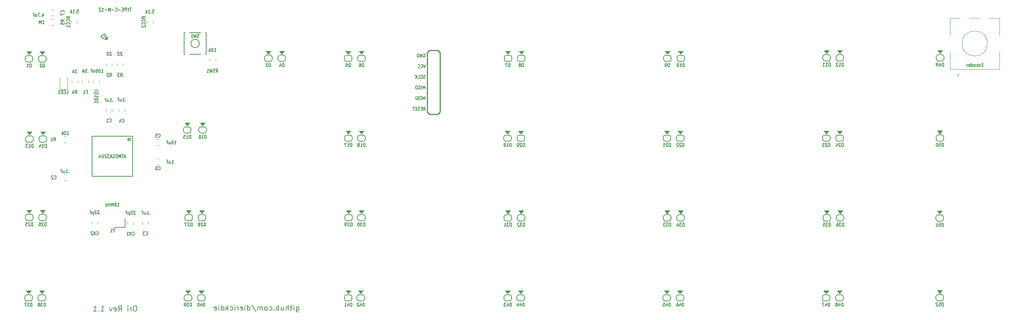
<source format=gbo>
G04 #@! TF.GenerationSoftware,KiCad,Pcbnew,(5.1.10-1-10_14)*
G04 #@! TF.CreationDate,2021-09-09T13:04:37-05:00*
G04 #@! TF.ProjectId,ori,6f72692e-6b69-4636-9164-5f7063625858,rev?*
G04 #@! TF.SameCoordinates,Original*
G04 #@! TF.FileFunction,Legend,Bot*
G04 #@! TF.FilePolarity,Positive*
%FSLAX46Y46*%
G04 Gerber Fmt 4.6, Leading zero omitted, Abs format (unit mm)*
G04 Created by KiCad (PCBNEW (5.1.10-1-10_14)) date 2021-09-09 13:04:37*
%MOMM*%
%LPD*%
G01*
G04 APERTURE LIST*
%ADD10C,0.150000*%
%ADD11C,0.200000*%
%ADD12C,0.100000*%
%ADD13C,0.120000*%
%ADD14C,0.254000*%
%ADD15C,0.203200*%
%ADD16C,4.500000*%
%ADD17C,2.540000*%
%ADD18C,1.701800*%
%ADD19C,3.987800*%
%ADD20R,2.000000X2.000000*%
%ADD21C,2.000000*%
%ADD22R,2.000000X3.200000*%
%ADD23R,2.100000X1.800000*%
%ADD24C,1.803400*%
%ADD25O,1.300000X2.400000*%
%ADD26O,1.300000X1.900000*%
%ADD27C,0.650000*%
%ADD28R,0.650000X1.060000*%
%ADD29R,1.100000X1.800000*%
G04 APERTURE END LIST*
D10*
X322196136Y-58283727D02*
X321962803Y-58283727D01*
X321862803Y-58702774D02*
X322196136Y-58702774D01*
X322196136Y-57902774D01*
X321862803Y-57902774D01*
X321562803Y-58169441D02*
X321562803Y-58702774D01*
X321562803Y-58245631D02*
X321529470Y-58207536D01*
X321462803Y-58169441D01*
X321362803Y-58169441D01*
X321296136Y-58207536D01*
X321262803Y-58283727D01*
X321262803Y-58702774D01*
X320629470Y-58664679D02*
X320696136Y-58702774D01*
X320829470Y-58702774D01*
X320896136Y-58664679D01*
X320929470Y-58626584D01*
X320962803Y-58550393D01*
X320962803Y-58321822D01*
X320929470Y-58245631D01*
X320896136Y-58207536D01*
X320829470Y-58169441D01*
X320696136Y-58169441D01*
X320629470Y-58207536D01*
X320229470Y-58702774D02*
X320296136Y-58664679D01*
X320329470Y-58626584D01*
X320362803Y-58550393D01*
X320362803Y-58321822D01*
X320329470Y-58245631D01*
X320296136Y-58207536D01*
X320229470Y-58169441D01*
X320129470Y-58169441D01*
X320062803Y-58207536D01*
X320029470Y-58245631D01*
X319996136Y-58321822D01*
X319996136Y-58550393D01*
X320029470Y-58626584D01*
X320062803Y-58664679D01*
X320129470Y-58702774D01*
X320229470Y-58702774D01*
X319396136Y-58702774D02*
X319396136Y-57902774D01*
X319396136Y-58664679D02*
X319462803Y-58702774D01*
X319596136Y-58702774D01*
X319662803Y-58664679D01*
X319696136Y-58626584D01*
X319729470Y-58550393D01*
X319729470Y-58321822D01*
X319696136Y-58245631D01*
X319662803Y-58207536D01*
X319596136Y-58169441D01*
X319462803Y-58169441D01*
X319396136Y-58207536D01*
X318796136Y-58664679D02*
X318862803Y-58702774D01*
X318996136Y-58702774D01*
X319062803Y-58664679D01*
X319096136Y-58588489D01*
X319096136Y-58283727D01*
X319062803Y-58207536D01*
X318996136Y-58169441D01*
X318862803Y-58169441D01*
X318796136Y-58207536D01*
X318762803Y-58283727D01*
X318762803Y-58359917D01*
X319096136Y-58436108D01*
X318462803Y-58702774D02*
X318462803Y-58169441D01*
X318462803Y-58321822D02*
X318429470Y-58245631D01*
X318396136Y-58207536D01*
X318329470Y-58169441D01*
X318262803Y-58169441D01*
D11*
X158626927Y-116016456D02*
X158626927Y-117028361D01*
X158686451Y-117147409D01*
X158745975Y-117206933D01*
X158865022Y-117266456D01*
X159043594Y-117266456D01*
X159162641Y-117206933D01*
X158626927Y-116790266D02*
X158745975Y-116849790D01*
X158984070Y-116849790D01*
X159103118Y-116790266D01*
X159162641Y-116730742D01*
X159222165Y-116611694D01*
X159222165Y-116254552D01*
X159162641Y-116135504D01*
X159103118Y-116075980D01*
X158984070Y-116016456D01*
X158745975Y-116016456D01*
X158626927Y-116075980D01*
X158031689Y-116849790D02*
X158031689Y-116016456D01*
X158031689Y-115599790D02*
X158091213Y-115659314D01*
X158031689Y-115718837D01*
X157972165Y-115659314D01*
X158031689Y-115599790D01*
X158031689Y-115718837D01*
X157615022Y-116016456D02*
X157138832Y-116016456D01*
X157436451Y-115599790D02*
X157436451Y-116671218D01*
X157376927Y-116790266D01*
X157257880Y-116849790D01*
X157138832Y-116849790D01*
X156722165Y-116849790D02*
X156722165Y-115599790D01*
X156186451Y-116849790D02*
X156186451Y-116195028D01*
X156245975Y-116075980D01*
X156365022Y-116016456D01*
X156543594Y-116016456D01*
X156662641Y-116075980D01*
X156722165Y-116135504D01*
X155055499Y-116016456D02*
X155055499Y-116849790D01*
X155591213Y-116016456D02*
X155591213Y-116671218D01*
X155531689Y-116790266D01*
X155412641Y-116849790D01*
X155234070Y-116849790D01*
X155115022Y-116790266D01*
X155055499Y-116730742D01*
X154460260Y-116849790D02*
X154460260Y-115599790D01*
X154460260Y-116075980D02*
X154341213Y-116016456D01*
X154103118Y-116016456D01*
X153984070Y-116075980D01*
X153924546Y-116135504D01*
X153865022Y-116254552D01*
X153865022Y-116611694D01*
X153924546Y-116730742D01*
X153984070Y-116790266D01*
X154103118Y-116849790D01*
X154341213Y-116849790D01*
X154460260Y-116790266D01*
X153329308Y-116730742D02*
X153269784Y-116790266D01*
X153329308Y-116849790D01*
X153388832Y-116790266D01*
X153329308Y-116730742D01*
X153329308Y-116849790D01*
X152198356Y-116790266D02*
X152317403Y-116849790D01*
X152555499Y-116849790D01*
X152674546Y-116790266D01*
X152734070Y-116730742D01*
X152793594Y-116611694D01*
X152793594Y-116254552D01*
X152734070Y-116135504D01*
X152674546Y-116075980D01*
X152555499Y-116016456D01*
X152317403Y-116016456D01*
X152198356Y-116075980D01*
X151484070Y-116849790D02*
X151603118Y-116790266D01*
X151662641Y-116730742D01*
X151722165Y-116611694D01*
X151722165Y-116254552D01*
X151662641Y-116135504D01*
X151603118Y-116075980D01*
X151484070Y-116016456D01*
X151305499Y-116016456D01*
X151186451Y-116075980D01*
X151126927Y-116135504D01*
X151067403Y-116254552D01*
X151067403Y-116611694D01*
X151126927Y-116730742D01*
X151186451Y-116790266D01*
X151305499Y-116849790D01*
X151484070Y-116849790D01*
X150531689Y-116849790D02*
X150531689Y-116016456D01*
X150531689Y-116135504D02*
X150472165Y-116075980D01*
X150353118Y-116016456D01*
X150174546Y-116016456D01*
X150055499Y-116075980D01*
X149995975Y-116195028D01*
X149995975Y-116849790D01*
X149995975Y-116195028D02*
X149936451Y-116075980D01*
X149817403Y-116016456D01*
X149638832Y-116016456D01*
X149519784Y-116075980D01*
X149460260Y-116195028D01*
X149460260Y-116849790D01*
X147972165Y-115540266D02*
X149043594Y-117147409D01*
X147019784Y-116849790D02*
X147019784Y-115599790D01*
X147019784Y-116790266D02*
X147138832Y-116849790D01*
X147376927Y-116849790D01*
X147495975Y-116790266D01*
X147555499Y-116730742D01*
X147615022Y-116611694D01*
X147615022Y-116254552D01*
X147555499Y-116135504D01*
X147495975Y-116075980D01*
X147376927Y-116016456D01*
X147138832Y-116016456D01*
X147019784Y-116075980D01*
X146424546Y-116849790D02*
X146424546Y-116016456D01*
X146424546Y-115599790D02*
X146484070Y-115659314D01*
X146424546Y-115718837D01*
X146365022Y-115659314D01*
X146424546Y-115599790D01*
X146424546Y-115718837D01*
X145353118Y-116790266D02*
X145472165Y-116849790D01*
X145710260Y-116849790D01*
X145829308Y-116790266D01*
X145888832Y-116671218D01*
X145888832Y-116195028D01*
X145829308Y-116075980D01*
X145710260Y-116016456D01*
X145472165Y-116016456D01*
X145353118Y-116075980D01*
X145293594Y-116195028D01*
X145293594Y-116314075D01*
X145888832Y-116433123D01*
X144757880Y-116849790D02*
X144757880Y-116016456D01*
X144757880Y-116254552D02*
X144698356Y-116135504D01*
X144638832Y-116075980D01*
X144519784Y-116016456D01*
X144400737Y-116016456D01*
X143984070Y-116849790D02*
X143984070Y-116016456D01*
X143984070Y-115599790D02*
X144043594Y-115659314D01*
X143984070Y-115718837D01*
X143924546Y-115659314D01*
X143984070Y-115599790D01*
X143984070Y-115718837D01*
X142853118Y-116790266D02*
X142972165Y-116849790D01*
X143210260Y-116849790D01*
X143329308Y-116790266D01*
X143388832Y-116730742D01*
X143448356Y-116611694D01*
X143448356Y-116254552D01*
X143388832Y-116135504D01*
X143329308Y-116075980D01*
X143210260Y-116016456D01*
X142972165Y-116016456D01*
X142853118Y-116075980D01*
X142317403Y-116849790D02*
X142317403Y-115599790D01*
X142198356Y-116373599D02*
X141841213Y-116849790D01*
X141841213Y-116016456D02*
X142317403Y-116492647D01*
X140769784Y-116849790D02*
X140769784Y-115599790D01*
X140769784Y-116790266D02*
X140888832Y-116849790D01*
X141126927Y-116849790D01*
X141245975Y-116790266D01*
X141305499Y-116730742D01*
X141365022Y-116611694D01*
X141365022Y-116254552D01*
X141305499Y-116135504D01*
X141245975Y-116075980D01*
X141126927Y-116016456D01*
X140888832Y-116016456D01*
X140769784Y-116075980D01*
X140174546Y-116849790D02*
X140174546Y-116016456D01*
X140174546Y-115599790D02*
X140234070Y-115659314D01*
X140174546Y-115718837D01*
X140115022Y-115659314D01*
X140174546Y-115599790D01*
X140174546Y-115718837D01*
X139103118Y-116790266D02*
X139222165Y-116849790D01*
X139460260Y-116849790D01*
X139579308Y-116790266D01*
X139638832Y-116671218D01*
X139638832Y-116195028D01*
X139579308Y-116075980D01*
X139460260Y-116016456D01*
X139222165Y-116016456D01*
X139103118Y-116075980D01*
X139043594Y-116195028D01*
X139043594Y-116314075D01*
X139638832Y-116433123D01*
X120363832Y-115815476D02*
X120125737Y-115815476D01*
X120006689Y-115875000D01*
X119887641Y-115994047D01*
X119828118Y-116232142D01*
X119828118Y-116648809D01*
X119887641Y-116886904D01*
X120006689Y-117005952D01*
X120125737Y-117065476D01*
X120363832Y-117065476D01*
X120482880Y-117005952D01*
X120601927Y-116886904D01*
X120661451Y-116648809D01*
X120661451Y-116232142D01*
X120601927Y-115994047D01*
X120482880Y-115875000D01*
X120363832Y-115815476D01*
X119292403Y-117065476D02*
X119292403Y-116232142D01*
X119292403Y-116470238D02*
X119232880Y-116351190D01*
X119173356Y-116291666D01*
X119054308Y-116232142D01*
X118935260Y-116232142D01*
X118518594Y-117065476D02*
X118518594Y-116232142D01*
X118518594Y-115815476D02*
X118578118Y-115875000D01*
X118518594Y-115934523D01*
X118459070Y-115875000D01*
X118518594Y-115815476D01*
X118518594Y-115934523D01*
X116256689Y-117065476D02*
X116673356Y-116470238D01*
X116970975Y-117065476D02*
X116970975Y-115815476D01*
X116494784Y-115815476D01*
X116375737Y-115875000D01*
X116316213Y-115934523D01*
X116256689Y-116053571D01*
X116256689Y-116232142D01*
X116316213Y-116351190D01*
X116375737Y-116410714D01*
X116494784Y-116470238D01*
X116970975Y-116470238D01*
X115244784Y-117005952D02*
X115363832Y-117065476D01*
X115601927Y-117065476D01*
X115720975Y-117005952D01*
X115780499Y-116886904D01*
X115780499Y-116410714D01*
X115720975Y-116291666D01*
X115601927Y-116232142D01*
X115363832Y-116232142D01*
X115244784Y-116291666D01*
X115185260Y-116410714D01*
X115185260Y-116529761D01*
X115780499Y-116648809D01*
X114768594Y-116232142D02*
X114470975Y-117065476D01*
X114173356Y-116232142D01*
X112090022Y-117065476D02*
X112804308Y-117065476D01*
X112447165Y-117065476D02*
X112447165Y-115815476D01*
X112566213Y-115994047D01*
X112685260Y-116113095D01*
X112804308Y-116172619D01*
X111554308Y-116946428D02*
X111494784Y-117005952D01*
X111554308Y-117065476D01*
X111613832Y-117005952D01*
X111554308Y-116946428D01*
X111554308Y-117065476D01*
X110304308Y-117065476D02*
X111018594Y-117065476D01*
X110661451Y-117065476D02*
X110661451Y-115815476D01*
X110780499Y-115994047D01*
X110899546Y-116113095D01*
X111018594Y-116172619D01*
D10*
X116033333Y-92011904D02*
X116433333Y-92011904D01*
X116233333Y-92011904D02*
X116233333Y-91211904D01*
X116300000Y-91326190D01*
X116366666Y-91402380D01*
X116433333Y-91440476D01*
X115433333Y-91211904D02*
X115566666Y-91211904D01*
X115633333Y-91250000D01*
X115666666Y-91288095D01*
X115733333Y-91402380D01*
X115766666Y-91554761D01*
X115766666Y-91859523D01*
X115733333Y-91935714D01*
X115700000Y-91973809D01*
X115633333Y-92011904D01*
X115500000Y-92011904D01*
X115433333Y-91973809D01*
X115400000Y-91935714D01*
X115366666Y-91859523D01*
X115366666Y-91669047D01*
X115400000Y-91592857D01*
X115433333Y-91554761D01*
X115500000Y-91516666D01*
X115633333Y-91516666D01*
X115700000Y-91554761D01*
X115733333Y-91592857D01*
X115766666Y-91669047D01*
X115066666Y-92011904D02*
X115066666Y-91211904D01*
X114833333Y-91783333D01*
X114600000Y-91211904D01*
X114600000Y-92011904D01*
X114266666Y-92011904D02*
X114266666Y-91211904D01*
X114266666Y-91592857D02*
X113866666Y-91592857D01*
X113866666Y-92011904D02*
X113866666Y-91211904D01*
X113600000Y-91478571D02*
X113233333Y-91478571D01*
X113600000Y-92011904D01*
X113233333Y-92011904D01*
D11*
X312390625Y-55856250D02*
X311590625Y-55856250D01*
X312890625Y-56856212D02*
X312890625Y-56356250D01*
X312390625Y-57356250D02*
X311590625Y-57356250D01*
X311090625Y-56356288D02*
X311090625Y-56856250D01*
D12*
G36*
X311990625Y-55642050D02*
G01*
X312590625Y-54842050D01*
X311390625Y-54842050D01*
X311990625Y-55642050D01*
G37*
X311990625Y-55642050D02*
X312590625Y-54842050D01*
X311390625Y-54842050D01*
X311990625Y-55642050D01*
D11*
X311590625Y-55856250D02*
G75*
G03*
X311090625Y-56356250I0J-500000D01*
G01*
X311090625Y-56856250D02*
G75*
G03*
X311590625Y-57356250I500000J0D01*
G01*
X312390625Y-57356250D02*
G75*
G03*
X312890625Y-56856250I0J500000D01*
G01*
X312890625Y-56356250D02*
G75*
G03*
X312390625Y-55856250I-500000J0D01*
G01*
X312290625Y-94106250D02*
X311490625Y-94106250D01*
X312790625Y-95106212D02*
X312790625Y-94606250D01*
X312290625Y-95606250D02*
X311490625Y-95606250D01*
X310990625Y-94606288D02*
X310990625Y-95106250D01*
D12*
G36*
X311890625Y-93892050D02*
G01*
X312490625Y-93092050D01*
X311290625Y-93092050D01*
X311890625Y-93892050D01*
G37*
X311890625Y-93892050D02*
X312490625Y-93092050D01*
X311290625Y-93092050D01*
X311890625Y-93892050D01*
D11*
X311490625Y-94106250D02*
G75*
G03*
X310990625Y-94606250I0J-500000D01*
G01*
X310990625Y-95106250D02*
G75*
G03*
X311490625Y-95606250I500000J0D01*
G01*
X312290625Y-95606250D02*
G75*
G03*
X312790625Y-95106250I0J500000D01*
G01*
X312790625Y-94606250D02*
G75*
G03*
X312290625Y-94106250I-500000J0D01*
G01*
X98587999Y-93949377D02*
X97787999Y-93949377D01*
X99087999Y-94949339D02*
X99087999Y-94449377D01*
X98587999Y-95449377D02*
X97787999Y-95449377D01*
X97287999Y-94449415D02*
X97287999Y-94949377D01*
D12*
G36*
X98187999Y-93735177D02*
G01*
X98787999Y-92935177D01*
X97587999Y-92935177D01*
X98187999Y-93735177D01*
G37*
X98187999Y-93735177D02*
X98787999Y-92935177D01*
X97587999Y-92935177D01*
X98187999Y-93735177D01*
D11*
X97787999Y-93949377D02*
G75*
G03*
X97287999Y-94449377I0J-500000D01*
G01*
X97287999Y-94949377D02*
G75*
G03*
X97787999Y-95449377I500000J0D01*
G01*
X98587999Y-95449377D02*
G75*
G03*
X99087999Y-94949377I0J500000D01*
G01*
X99087999Y-94449377D02*
G75*
G03*
X98587999Y-93949377I-500000J0D01*
G01*
D13*
X104160000Y-61250000D02*
X104160000Y-64110000D01*
X104160000Y-64110000D02*
X102240000Y-64110000D01*
X102240000Y-64110000D02*
X102240000Y-61250000D01*
X125388748Y-77510000D02*
X125911252Y-77510000D01*
X125388748Y-76090000D02*
X125911252Y-76090000D01*
X103786252Y-84490000D02*
X103263748Y-84490000D01*
X103786252Y-85910000D02*
X103263748Y-85910000D01*
D11*
X247431999Y-55994377D02*
X246631999Y-55994377D01*
X247931999Y-56994339D02*
X247931999Y-56494377D01*
X247431999Y-57494377D02*
X246631999Y-57494377D01*
X246131999Y-56494415D02*
X246131999Y-56994377D01*
D12*
G36*
X247031999Y-55780177D02*
G01*
X247631999Y-54980177D01*
X246431999Y-54980177D01*
X247031999Y-55780177D01*
G37*
X247031999Y-55780177D02*
X247631999Y-54980177D01*
X246431999Y-54980177D01*
X247031999Y-55780177D01*
D11*
X246631999Y-55994377D02*
G75*
G03*
X246131999Y-56494377I0J-500000D01*
G01*
X246131999Y-56994377D02*
G75*
G03*
X246631999Y-57494377I500000J0D01*
G01*
X247431999Y-57494377D02*
G75*
G03*
X247931999Y-56994377I0J500000D01*
G01*
X247931999Y-56494377D02*
G75*
G03*
X247431999Y-55994377I-500000J0D01*
G01*
D13*
X323252725Y-53193950D02*
G75*
G03*
X323252725Y-53193950I-3000000J0D01*
G01*
X314352725Y-59293950D02*
X326152725Y-59293950D01*
X314352725Y-51193950D02*
X314352725Y-47093950D01*
X314352725Y-47093950D02*
X316752725Y-47093950D01*
X318952725Y-47093950D02*
X321552725Y-47093950D01*
X323752725Y-47093950D02*
X326152725Y-47093950D01*
X326152725Y-47093950D02*
X326152725Y-51193950D01*
X314352725Y-55193950D02*
X314352725Y-59293950D01*
X326152725Y-55193950D02*
X326152725Y-59293950D01*
X316152725Y-60393950D02*
X316452725Y-60693950D01*
X316452725Y-60693950D02*
X316152725Y-60993950D01*
X316152725Y-60993950D02*
X316152725Y-60393950D01*
X105137000Y-62026748D02*
X105137000Y-62549252D01*
X106557000Y-62026748D02*
X106557000Y-62549252D01*
X110290000Y-62038748D02*
X110290000Y-62561252D01*
X111710000Y-62038748D02*
X111710000Y-62561252D01*
X100811252Y-47390000D02*
X100288748Y-47390000D01*
X100811252Y-48810000D02*
X100288748Y-48810000D01*
X100811252Y-45140000D02*
X100288748Y-45140000D01*
X100811252Y-46560000D02*
X100288748Y-46560000D01*
X139419000Y-57409252D02*
X139419000Y-56886748D01*
X137999000Y-57409252D02*
X137999000Y-56886748D01*
X123090000Y-47788748D02*
X123090000Y-48311252D01*
X124510000Y-47788748D02*
X124510000Y-48311252D01*
X106510000Y-47788748D02*
X106510000Y-48311252D01*
X105090000Y-47788748D02*
X105090000Y-48311252D01*
X117339999Y-58494254D02*
X117339999Y-57971750D01*
X115919999Y-58494254D02*
X115919999Y-57971750D01*
X114756000Y-58485252D02*
X114756000Y-57962748D01*
X113336000Y-58485252D02*
X113336000Y-57962748D01*
X103266247Y-76810000D02*
X103788751Y-76810000D01*
X103266247Y-75390000D02*
X103788751Y-75390000D01*
X122040000Y-95788748D02*
X122040000Y-96311252D01*
X123460000Y-95788748D02*
X123460000Y-96311252D01*
X117760000Y-69361252D02*
X117760000Y-68838748D01*
X116340000Y-69361252D02*
X116340000Y-68838748D01*
X114710000Y-69361252D02*
X114710000Y-68838748D01*
X113290000Y-69361252D02*
X113290000Y-68838748D01*
X119860000Y-96361252D02*
X119860000Y-95838748D01*
X118440000Y-96361252D02*
X118440000Y-95838748D01*
X109890000Y-95788748D02*
X109890000Y-96311252D01*
X111310000Y-95788748D02*
X111310000Y-96311252D01*
X125388748Y-82110000D02*
X125911252Y-82110000D01*
X125388748Y-80690000D02*
X125911252Y-80690000D01*
X109110000Y-62561252D02*
X109110000Y-62038748D01*
X107690000Y-62561252D02*
X107690000Y-62038748D01*
D11*
X117821000Y-94954000D02*
X117821000Y-97113000D01*
X117821000Y-97113000D02*
X115281000Y-97113000D01*
D14*
X192867200Y-69562000D02*
X192867200Y-55338000D01*
X192359200Y-70070000D02*
X192867200Y-69562000D01*
X190327200Y-70070000D02*
X192359200Y-70070000D01*
X189819200Y-69562000D02*
X190327200Y-70070000D01*
X189819200Y-55338000D02*
X189819200Y-69562000D01*
X190327200Y-54830000D02*
X189819200Y-55338000D01*
X192359200Y-54830000D02*
X190327200Y-54830000D01*
X192867200Y-55338000D02*
X192359200Y-54830000D01*
D15*
X119600000Y-75300000D02*
X110000000Y-75300000D01*
X110000000Y-75300000D02*
X110000000Y-84900000D01*
X110000000Y-84900000D02*
X119600000Y-84900000D01*
X119600000Y-84900000D02*
X119600000Y-75300000D01*
D14*
X119082700Y-76100000D02*
G75*
G03*
X119082700Y-76100000I-282700J0D01*
G01*
D11*
X95362999Y-56091377D02*
X94562999Y-56091377D01*
X95862999Y-57091339D02*
X95862999Y-56591377D01*
X95362999Y-57591377D02*
X94562999Y-57591377D01*
X94062999Y-56591415D02*
X94062999Y-57091377D01*
D12*
G36*
X94962999Y-55877177D02*
G01*
X95562999Y-55077177D01*
X94362999Y-55077177D01*
X94962999Y-55877177D01*
G37*
X94962999Y-55877177D02*
X95562999Y-55077177D01*
X94362999Y-55077177D01*
X94962999Y-55877177D01*
D11*
X94562999Y-56091377D02*
G75*
G03*
X94062999Y-56591377I0J-500000D01*
G01*
X94062999Y-57091377D02*
G75*
G03*
X94562999Y-57591377I500000J0D01*
G01*
X95362999Y-57591377D02*
G75*
G03*
X95862999Y-57091377I0J500000D01*
G01*
X95862999Y-56591377D02*
G75*
G03*
X95362999Y-56091377I-500000J0D01*
G01*
X98537999Y-56091377D02*
X97737999Y-56091377D01*
X99037999Y-57091339D02*
X99037999Y-56591377D01*
X98537999Y-57591377D02*
X97737999Y-57591377D01*
X97237999Y-56591415D02*
X97237999Y-57091377D01*
D12*
G36*
X98137999Y-55877177D02*
G01*
X98737999Y-55077177D01*
X97537999Y-55077177D01*
X98137999Y-55877177D01*
G37*
X98137999Y-55877177D02*
X98737999Y-55077177D01*
X97537999Y-55077177D01*
X98137999Y-55877177D01*
D11*
X97737999Y-56091377D02*
G75*
G03*
X97237999Y-56591377I0J-500000D01*
G01*
X97237999Y-57091377D02*
G75*
G03*
X97737999Y-57591377I500000J0D01*
G01*
X98537999Y-57591377D02*
G75*
G03*
X99037999Y-57091377I0J500000D01*
G01*
X99037999Y-56591377D02*
G75*
G03*
X98537999Y-56091377I-500000J0D01*
G01*
X152385999Y-55981002D02*
X151585999Y-55981002D01*
X152885999Y-56980964D02*
X152885999Y-56481002D01*
X152385999Y-57481002D02*
X151585999Y-57481002D01*
X151085999Y-56481040D02*
X151085999Y-56981002D01*
D12*
G36*
X151985999Y-55766802D02*
G01*
X152585999Y-54966802D01*
X151385999Y-54966802D01*
X151985999Y-55766802D01*
G37*
X151985999Y-55766802D02*
X152585999Y-54966802D01*
X151385999Y-54966802D01*
X151985999Y-55766802D01*
D11*
X151585999Y-55981002D02*
G75*
G03*
X151085999Y-56481002I0J-500000D01*
G01*
X151085999Y-56981002D02*
G75*
G03*
X151585999Y-57481002I500000J0D01*
G01*
X152385999Y-57481002D02*
G75*
G03*
X152885999Y-56981002I0J500000D01*
G01*
X152885999Y-56481002D02*
G75*
G03*
X152385999Y-55981002I-500000J0D01*
G01*
X155560999Y-55981002D02*
X154760999Y-55981002D01*
X156060999Y-56980964D02*
X156060999Y-56481002D01*
X155560999Y-57481002D02*
X154760999Y-57481002D01*
X154260999Y-56481040D02*
X154260999Y-56981002D01*
D12*
G36*
X155160999Y-55766802D02*
G01*
X155760999Y-54966802D01*
X154560999Y-54966802D01*
X155160999Y-55766802D01*
G37*
X155160999Y-55766802D02*
X155760999Y-54966802D01*
X154560999Y-54966802D01*
X155160999Y-55766802D01*
D11*
X154760999Y-55981002D02*
G75*
G03*
X154260999Y-56481002I0J-500000D01*
G01*
X154260999Y-56981002D02*
G75*
G03*
X154760999Y-57481002I500000J0D01*
G01*
X155560999Y-57481002D02*
G75*
G03*
X156060999Y-56981002I0J500000D01*
G01*
X156060999Y-56481002D02*
G75*
G03*
X155560999Y-55981002I-500000J0D01*
G01*
X171385999Y-55983377D02*
X170585999Y-55983377D01*
X171885999Y-56983339D02*
X171885999Y-56483377D01*
X171385999Y-57483377D02*
X170585999Y-57483377D01*
X170085999Y-56483415D02*
X170085999Y-56983377D01*
D12*
G36*
X170985999Y-55769177D02*
G01*
X171585999Y-54969177D01*
X170385999Y-54969177D01*
X170985999Y-55769177D01*
G37*
X170985999Y-55769177D02*
X171585999Y-54969177D01*
X170385999Y-54969177D01*
X170985999Y-55769177D01*
D11*
X170585999Y-55983377D02*
G75*
G03*
X170085999Y-56483377I0J-500000D01*
G01*
X170085999Y-56983377D02*
G75*
G03*
X170585999Y-57483377I500000J0D01*
G01*
X171385999Y-57483377D02*
G75*
G03*
X171885999Y-56983377I0J500000D01*
G01*
X171885999Y-56483377D02*
G75*
G03*
X171385999Y-55983377I-500000J0D01*
G01*
X174560999Y-55983377D02*
X173760999Y-55983377D01*
X175060999Y-56983339D02*
X175060999Y-56483377D01*
X174560999Y-57483377D02*
X173760999Y-57483377D01*
X173260999Y-56483415D02*
X173260999Y-56983377D01*
D12*
G36*
X174160999Y-55769177D02*
G01*
X174760999Y-54969177D01*
X173560999Y-54969177D01*
X174160999Y-55769177D01*
G37*
X174160999Y-55769177D02*
X174760999Y-54969177D01*
X173560999Y-54969177D01*
X174160999Y-55769177D01*
D11*
X173760999Y-55983377D02*
G75*
G03*
X173260999Y-56483377I0J-500000D01*
G01*
X173260999Y-56983377D02*
G75*
G03*
X173760999Y-57483377I500000J0D01*
G01*
X174560999Y-57483377D02*
G75*
G03*
X175060999Y-56983377I0J500000D01*
G01*
X175060999Y-56483377D02*
G75*
G03*
X174560999Y-55983377I-500000J0D01*
G01*
X209458999Y-55994377D02*
X208658999Y-55994377D01*
X209958999Y-56994339D02*
X209958999Y-56494377D01*
X209458999Y-57494377D02*
X208658999Y-57494377D01*
X208158999Y-56494415D02*
X208158999Y-56994377D01*
D12*
G36*
X209058999Y-55780177D02*
G01*
X209658999Y-54980177D01*
X208458999Y-54980177D01*
X209058999Y-55780177D01*
G37*
X209058999Y-55780177D02*
X209658999Y-54980177D01*
X208458999Y-54980177D01*
X209058999Y-55780177D01*
D11*
X208658999Y-55994377D02*
G75*
G03*
X208158999Y-56494377I0J-500000D01*
G01*
X208158999Y-56994377D02*
G75*
G03*
X208658999Y-57494377I500000J0D01*
G01*
X209458999Y-57494377D02*
G75*
G03*
X209958999Y-56994377I0J500000D01*
G01*
X209958999Y-56494377D02*
G75*
G03*
X209458999Y-55994377I-500000J0D01*
G01*
X212633999Y-55994377D02*
X211833999Y-55994377D01*
X213133999Y-56994339D02*
X213133999Y-56494377D01*
X212633999Y-57494377D02*
X211833999Y-57494377D01*
X211333999Y-56494415D02*
X211333999Y-56994377D01*
D12*
G36*
X212233999Y-55780177D02*
G01*
X212833999Y-54980177D01*
X211633999Y-54980177D01*
X212233999Y-55780177D01*
G37*
X212233999Y-55780177D02*
X212833999Y-54980177D01*
X211633999Y-54980177D01*
X212233999Y-55780177D01*
D11*
X211833999Y-55994377D02*
G75*
G03*
X211333999Y-56494377I0J-500000D01*
G01*
X211333999Y-56994377D02*
G75*
G03*
X211833999Y-57494377I500000J0D01*
G01*
X212633999Y-57494377D02*
G75*
G03*
X213133999Y-56994377I0J500000D01*
G01*
X213133999Y-56494377D02*
G75*
G03*
X212633999Y-55994377I-500000J0D01*
G01*
X250606999Y-55994377D02*
X249806999Y-55994377D01*
X251106999Y-56994339D02*
X251106999Y-56494377D01*
X250606999Y-57494377D02*
X249806999Y-57494377D01*
X249306999Y-56494415D02*
X249306999Y-56994377D01*
D12*
G36*
X250206999Y-55780177D02*
G01*
X250806999Y-54980177D01*
X249606999Y-54980177D01*
X250206999Y-55780177D01*
G37*
X250206999Y-55780177D02*
X250806999Y-54980177D01*
X249606999Y-54980177D01*
X250206999Y-55780177D01*
D11*
X249806999Y-55994377D02*
G75*
G03*
X249306999Y-56494377I0J-500000D01*
G01*
X249306999Y-56994377D02*
G75*
G03*
X249806999Y-57494377I500000J0D01*
G01*
X250606999Y-57494377D02*
G75*
G03*
X251106999Y-56994377I0J500000D01*
G01*
X251106999Y-56494377D02*
G75*
G03*
X250606999Y-55994377I-500000J0D01*
G01*
X285350000Y-55850000D02*
X284550000Y-55850000D01*
X285850000Y-56849962D02*
X285850000Y-56350000D01*
X285350000Y-57350000D02*
X284550000Y-57350000D01*
X284050000Y-56350038D02*
X284050000Y-56850000D01*
D12*
G36*
X284950000Y-55635800D02*
G01*
X285550000Y-54835800D01*
X284350000Y-54835800D01*
X284950000Y-55635800D01*
G37*
X284950000Y-55635800D02*
X285550000Y-54835800D01*
X284350000Y-54835800D01*
X284950000Y-55635800D01*
D11*
X284550000Y-55850000D02*
G75*
G03*
X284050000Y-56350000I0J-500000D01*
G01*
X284050000Y-56850000D02*
G75*
G03*
X284550000Y-57350000I500000J0D01*
G01*
X285350000Y-57350000D02*
G75*
G03*
X285850000Y-56850000I0J500000D01*
G01*
X285850000Y-56350000D02*
G75*
G03*
X285350000Y-55850000I-500000J0D01*
G01*
X95489999Y-75241377D02*
X94689999Y-75241377D01*
X95989999Y-76241339D02*
X95989999Y-75741377D01*
X95489999Y-76741377D02*
X94689999Y-76741377D01*
X94189999Y-75741415D02*
X94189999Y-76241377D01*
D12*
G36*
X95089999Y-75027177D02*
G01*
X95689999Y-74227177D01*
X94489999Y-74227177D01*
X95089999Y-75027177D01*
G37*
X95089999Y-75027177D02*
X95689999Y-74227177D01*
X94489999Y-74227177D01*
X95089999Y-75027177D01*
D11*
X94689999Y-75241377D02*
G75*
G03*
X94189999Y-75741377I0J-500000D01*
G01*
X94189999Y-76241377D02*
G75*
G03*
X94689999Y-76741377I500000J0D01*
G01*
X95489999Y-76741377D02*
G75*
G03*
X95989999Y-76241377I0J500000D01*
G01*
X95989999Y-75741377D02*
G75*
G03*
X95489999Y-75241377I-500000J0D01*
G01*
X98664999Y-75241377D02*
X97864999Y-75241377D01*
X99164999Y-76241339D02*
X99164999Y-75741377D01*
X98664999Y-76741377D02*
X97864999Y-76741377D01*
X97364999Y-75741415D02*
X97364999Y-76241377D01*
D12*
G36*
X98264999Y-75027177D02*
G01*
X98864999Y-74227177D01*
X97664999Y-74227177D01*
X98264999Y-75027177D01*
G37*
X98264999Y-75027177D02*
X98864999Y-74227177D01*
X97664999Y-74227177D01*
X98264999Y-75027177D01*
D11*
X97864999Y-75241377D02*
G75*
G03*
X97364999Y-75741377I0J-500000D01*
G01*
X97364999Y-76241377D02*
G75*
G03*
X97864999Y-76741377I500000J0D01*
G01*
X98664999Y-76741377D02*
G75*
G03*
X99164999Y-76241377I0J500000D01*
G01*
X99164999Y-75741377D02*
G75*
G03*
X98664999Y-75241377I-500000J0D01*
G01*
X133050000Y-73092377D02*
X132250000Y-73092377D01*
X133550000Y-74092339D02*
X133550000Y-73592377D01*
X133050000Y-74592377D02*
X132250000Y-74592377D01*
X131750000Y-73592415D02*
X131750000Y-74092377D01*
D12*
G36*
X132650000Y-72878177D02*
G01*
X133250000Y-72078177D01*
X132050000Y-72078177D01*
X132650000Y-72878177D01*
G37*
X132650000Y-72878177D02*
X133250000Y-72078177D01*
X132050000Y-72078177D01*
X132650000Y-72878177D01*
D11*
X132250000Y-73092377D02*
G75*
G03*
X131750000Y-73592377I0J-500000D01*
G01*
X131750000Y-74092377D02*
G75*
G03*
X132250000Y-74592377I500000J0D01*
G01*
X133050000Y-74592377D02*
G75*
G03*
X133550000Y-74092377I0J500000D01*
G01*
X133550000Y-73592377D02*
G75*
G03*
X133050000Y-73092377I-500000J0D01*
G01*
X136714999Y-73092377D02*
X135914999Y-73092377D01*
X137214999Y-74092339D02*
X137214999Y-73592377D01*
X136714999Y-74592377D02*
X135914999Y-74592377D01*
X135414999Y-73592415D02*
X135414999Y-74092377D01*
D12*
G36*
X136314999Y-72878177D02*
G01*
X136914999Y-72078177D01*
X135714999Y-72078177D01*
X136314999Y-72878177D01*
G37*
X136314999Y-72878177D02*
X136914999Y-72078177D01*
X135714999Y-72078177D01*
X136314999Y-72878177D01*
D11*
X135914999Y-73092377D02*
G75*
G03*
X135414999Y-73592377I0J-500000D01*
G01*
X135414999Y-74092377D02*
G75*
G03*
X135914999Y-74592377I500000J0D01*
G01*
X136714999Y-74592377D02*
G75*
G03*
X137214999Y-74092377I0J500000D01*
G01*
X137214999Y-73592377D02*
G75*
G03*
X136714999Y-73092377I-500000J0D01*
G01*
X171450000Y-75042377D02*
X170650000Y-75042377D01*
X171950000Y-76042339D02*
X171950000Y-75542377D01*
X171450000Y-76542377D02*
X170650000Y-76542377D01*
X170150000Y-75542415D02*
X170150000Y-76042377D01*
D12*
G36*
X171050000Y-74828177D02*
G01*
X171650000Y-74028177D01*
X170450000Y-74028177D01*
X171050000Y-74828177D01*
G37*
X171050000Y-74828177D02*
X171650000Y-74028177D01*
X170450000Y-74028177D01*
X171050000Y-74828177D01*
D11*
X170650000Y-75042377D02*
G75*
G03*
X170150000Y-75542377I0J-500000D01*
G01*
X170150000Y-76042377D02*
G75*
G03*
X170650000Y-76542377I500000J0D01*
G01*
X171450000Y-76542377D02*
G75*
G03*
X171950000Y-76042377I0J500000D01*
G01*
X171950000Y-75542377D02*
G75*
G03*
X171450000Y-75042377I-500000J0D01*
G01*
X174550000Y-75042377D02*
X173750000Y-75042377D01*
X175050000Y-76042339D02*
X175050000Y-75542377D01*
X174550000Y-76542377D02*
X173750000Y-76542377D01*
X173250000Y-75542415D02*
X173250000Y-76042377D01*
D12*
G36*
X174150000Y-74828177D02*
G01*
X174750000Y-74028177D01*
X173550000Y-74028177D01*
X174150000Y-74828177D01*
G37*
X174150000Y-74828177D02*
X174750000Y-74028177D01*
X173550000Y-74028177D01*
X174150000Y-74828177D01*
D11*
X173750000Y-75042377D02*
G75*
G03*
X173250000Y-75542377I0J-500000D01*
G01*
X173250000Y-76042377D02*
G75*
G03*
X173750000Y-76542377I500000J0D01*
G01*
X174550000Y-76542377D02*
G75*
G03*
X175050000Y-76042377I0J500000D01*
G01*
X175050000Y-75542377D02*
G75*
G03*
X174550000Y-75042377I-500000J0D01*
G01*
X209358999Y-75042377D02*
X208558999Y-75042377D01*
X209858999Y-76042339D02*
X209858999Y-75542377D01*
X209358999Y-76542377D02*
X208558999Y-76542377D01*
X208058999Y-75542415D02*
X208058999Y-76042377D01*
D12*
G36*
X208958999Y-74828177D02*
G01*
X209558999Y-74028177D01*
X208358999Y-74028177D01*
X208958999Y-74828177D01*
G37*
X208958999Y-74828177D02*
X209558999Y-74028177D01*
X208358999Y-74028177D01*
X208958999Y-74828177D01*
D11*
X208558999Y-75042377D02*
G75*
G03*
X208058999Y-75542377I0J-500000D01*
G01*
X208058999Y-76042377D02*
G75*
G03*
X208558999Y-76542377I500000J0D01*
G01*
X209358999Y-76542377D02*
G75*
G03*
X209858999Y-76042377I0J500000D01*
G01*
X209858999Y-75542377D02*
G75*
G03*
X209358999Y-75042377I-500000J0D01*
G01*
X212533999Y-75042377D02*
X211733999Y-75042377D01*
X213033999Y-76042339D02*
X213033999Y-75542377D01*
X212533999Y-76542377D02*
X211733999Y-76542377D01*
X211233999Y-75542415D02*
X211233999Y-76042377D01*
D12*
G36*
X212133999Y-74828177D02*
G01*
X212733999Y-74028177D01*
X211533999Y-74028177D01*
X212133999Y-74828177D01*
G37*
X212133999Y-74828177D02*
X212733999Y-74028177D01*
X211533999Y-74028177D01*
X212133999Y-74828177D01*
D11*
X211733999Y-75042377D02*
G75*
G03*
X211233999Y-75542377I0J-500000D01*
G01*
X211233999Y-76042377D02*
G75*
G03*
X211733999Y-76542377I500000J0D01*
G01*
X212533999Y-76542377D02*
G75*
G03*
X213033999Y-76042377I0J500000D01*
G01*
X213033999Y-75542377D02*
G75*
G03*
X212533999Y-75042377I-500000J0D01*
G01*
X247331999Y-75042377D02*
X246531999Y-75042377D01*
X247831999Y-76042339D02*
X247831999Y-75542377D01*
X247331999Y-76542377D02*
X246531999Y-76542377D01*
X246031999Y-75542415D02*
X246031999Y-76042377D01*
D12*
G36*
X246931999Y-74828177D02*
G01*
X247531999Y-74028177D01*
X246331999Y-74028177D01*
X246931999Y-74828177D01*
G37*
X246931999Y-74828177D02*
X247531999Y-74028177D01*
X246331999Y-74028177D01*
X246931999Y-74828177D01*
D11*
X246531999Y-75042377D02*
G75*
G03*
X246031999Y-75542377I0J-500000D01*
G01*
X246031999Y-76042377D02*
G75*
G03*
X246531999Y-76542377I500000J0D01*
G01*
X247331999Y-76542377D02*
G75*
G03*
X247831999Y-76042377I0J500000D01*
G01*
X247831999Y-75542377D02*
G75*
G03*
X247331999Y-75042377I-500000J0D01*
G01*
X250506999Y-75042377D02*
X249706999Y-75042377D01*
X251006999Y-76042339D02*
X251006999Y-75542377D01*
X250506999Y-76542377D02*
X249706999Y-76542377D01*
X249206999Y-75542415D02*
X249206999Y-76042377D01*
D12*
G36*
X250106999Y-74828177D02*
G01*
X250706999Y-74028177D01*
X249506999Y-74028177D01*
X250106999Y-74828177D01*
G37*
X250106999Y-74828177D02*
X250706999Y-74028177D01*
X249506999Y-74028177D01*
X250106999Y-74828177D01*
D11*
X249706999Y-75042377D02*
G75*
G03*
X249206999Y-75542377I0J-500000D01*
G01*
X249206999Y-76042377D02*
G75*
G03*
X249706999Y-76542377I500000J0D01*
G01*
X250506999Y-76542377D02*
G75*
G03*
X251006999Y-76042377I0J500000D01*
G01*
X251006999Y-75542377D02*
G75*
G03*
X250506999Y-75042377I-500000J0D01*
G01*
X285304999Y-75042377D02*
X284504999Y-75042377D01*
X285804999Y-76042339D02*
X285804999Y-75542377D01*
X285304999Y-76542377D02*
X284504999Y-76542377D01*
X284004999Y-75542415D02*
X284004999Y-76042377D01*
D12*
G36*
X284904999Y-74828177D02*
G01*
X285504999Y-74028177D01*
X284304999Y-74028177D01*
X284904999Y-74828177D01*
G37*
X284904999Y-74828177D02*
X285504999Y-74028177D01*
X284304999Y-74028177D01*
X284904999Y-74828177D01*
D11*
X284504999Y-75042377D02*
G75*
G03*
X284004999Y-75542377I0J-500000D01*
G01*
X284004999Y-76042377D02*
G75*
G03*
X284504999Y-76542377I500000J0D01*
G01*
X285304999Y-76542377D02*
G75*
G03*
X285804999Y-76042377I0J500000D01*
G01*
X285804999Y-75542377D02*
G75*
G03*
X285304999Y-75042377I-500000J0D01*
G01*
X288479999Y-75042377D02*
X287679999Y-75042377D01*
X288979999Y-76042339D02*
X288979999Y-75542377D01*
X288479999Y-76542377D02*
X287679999Y-76542377D01*
X287179999Y-75542415D02*
X287179999Y-76042377D01*
D12*
G36*
X288079999Y-74828177D02*
G01*
X288679999Y-74028177D01*
X287479999Y-74028177D01*
X288079999Y-74828177D01*
G37*
X288079999Y-74828177D02*
X288679999Y-74028177D01*
X287479999Y-74028177D01*
X288079999Y-74828177D01*
D11*
X287679999Y-75042377D02*
G75*
G03*
X287179999Y-75542377I0J-500000D01*
G01*
X287179999Y-76042377D02*
G75*
G03*
X287679999Y-76542377I500000J0D01*
G01*
X288479999Y-76542377D02*
G75*
G03*
X288979999Y-76042377I0J500000D01*
G01*
X288979999Y-75542377D02*
G75*
G03*
X288479999Y-75042377I-500000J0D01*
G01*
X95412999Y-93949377D02*
X94612999Y-93949377D01*
X95912999Y-94949339D02*
X95912999Y-94449377D01*
X95412999Y-95449377D02*
X94612999Y-95449377D01*
X94112999Y-94449415D02*
X94112999Y-94949377D01*
D12*
G36*
X95012999Y-93735177D02*
G01*
X95612999Y-92935177D01*
X94412999Y-92935177D01*
X95012999Y-93735177D01*
G37*
X95012999Y-93735177D02*
X95612999Y-92935177D01*
X94412999Y-92935177D01*
X95012999Y-93735177D01*
D11*
X94612999Y-93949377D02*
G75*
G03*
X94112999Y-94449377I0J-500000D01*
G01*
X94112999Y-94949377D02*
G75*
G03*
X94612999Y-95449377I500000J0D01*
G01*
X95412999Y-95449377D02*
G75*
G03*
X95912999Y-94949377I0J500000D01*
G01*
X95912999Y-94449377D02*
G75*
G03*
X95412999Y-93949377I-500000J0D01*
G01*
X133385999Y-93999377D02*
X132585999Y-93999377D01*
X133885999Y-94999339D02*
X133885999Y-94499377D01*
X133385999Y-95499377D02*
X132585999Y-95499377D01*
X132085999Y-94499415D02*
X132085999Y-94999377D01*
D12*
G36*
X132985999Y-93785177D02*
G01*
X133585999Y-92985177D01*
X132385999Y-92985177D01*
X132985999Y-93785177D01*
G37*
X132985999Y-93785177D02*
X133585999Y-92985177D01*
X132385999Y-92985177D01*
X132985999Y-93785177D01*
D11*
X132585999Y-93999377D02*
G75*
G03*
X132085999Y-94499377I0J-500000D01*
G01*
X132085999Y-94999377D02*
G75*
G03*
X132585999Y-95499377I500000J0D01*
G01*
X133385999Y-95499377D02*
G75*
G03*
X133885999Y-94999377I0J500000D01*
G01*
X133885999Y-94499377D02*
G75*
G03*
X133385999Y-93999377I-500000J0D01*
G01*
X136560999Y-93999377D02*
X135760999Y-93999377D01*
X137060999Y-94999339D02*
X137060999Y-94499377D01*
X136560999Y-95499377D02*
X135760999Y-95499377D01*
X135260999Y-94499415D02*
X135260999Y-94999377D01*
D12*
G36*
X136160999Y-93785177D02*
G01*
X136760999Y-92985177D01*
X135560999Y-92985177D01*
X136160999Y-93785177D01*
G37*
X136160999Y-93785177D02*
X136760999Y-92985177D01*
X135560999Y-92985177D01*
X136160999Y-93785177D01*
D11*
X135760999Y-93999377D02*
G75*
G03*
X135260999Y-94499377I0J-500000D01*
G01*
X135260999Y-94999377D02*
G75*
G03*
X135760999Y-95499377I500000J0D01*
G01*
X136560999Y-95499377D02*
G75*
G03*
X137060999Y-94999377I0J500000D01*
G01*
X137060999Y-94499377D02*
G75*
G03*
X136560999Y-93999377I-500000J0D01*
G01*
X171485999Y-93999377D02*
X170685999Y-93999377D01*
X171985999Y-94999339D02*
X171985999Y-94499377D01*
X171485999Y-95499377D02*
X170685999Y-95499377D01*
X170185999Y-94499415D02*
X170185999Y-94999377D01*
D12*
G36*
X171085999Y-93785177D02*
G01*
X171685999Y-92985177D01*
X170485999Y-92985177D01*
X171085999Y-93785177D01*
G37*
X171085999Y-93785177D02*
X171685999Y-92985177D01*
X170485999Y-92985177D01*
X171085999Y-93785177D01*
D11*
X170685999Y-93999377D02*
G75*
G03*
X170185999Y-94499377I0J-500000D01*
G01*
X170185999Y-94999377D02*
G75*
G03*
X170685999Y-95499377I500000J0D01*
G01*
X171485999Y-95499377D02*
G75*
G03*
X171985999Y-94999377I0J500000D01*
G01*
X171985999Y-94499377D02*
G75*
G03*
X171485999Y-93999377I-500000J0D01*
G01*
X174550000Y-93999377D02*
X173750000Y-93999377D01*
X175050000Y-94999339D02*
X175050000Y-94499377D01*
X174550000Y-95499377D02*
X173750000Y-95499377D01*
X173250000Y-94499415D02*
X173250000Y-94999377D01*
D12*
G36*
X174150000Y-93785177D02*
G01*
X174750000Y-92985177D01*
X173550000Y-92985177D01*
X174150000Y-93785177D01*
G37*
X174150000Y-93785177D02*
X174750000Y-92985177D01*
X173550000Y-92985177D01*
X174150000Y-93785177D01*
D11*
X173750000Y-93999377D02*
G75*
G03*
X173250000Y-94499377I0J-500000D01*
G01*
X173250000Y-94999377D02*
G75*
G03*
X173750000Y-95499377I500000J0D01*
G01*
X174550000Y-95499377D02*
G75*
G03*
X175050000Y-94999377I0J500000D01*
G01*
X175050000Y-94499377D02*
G75*
G03*
X174550000Y-93999377I-500000J0D01*
G01*
X209408999Y-94049377D02*
X208608999Y-94049377D01*
X209908999Y-95049339D02*
X209908999Y-94549377D01*
X209408999Y-95549377D02*
X208608999Y-95549377D01*
X208108999Y-94549415D02*
X208108999Y-95049377D01*
D12*
G36*
X209008999Y-93835177D02*
G01*
X209608999Y-93035177D01*
X208408999Y-93035177D01*
X209008999Y-93835177D01*
G37*
X209008999Y-93835177D02*
X209608999Y-93035177D01*
X208408999Y-93035177D01*
X209008999Y-93835177D01*
D11*
X208608999Y-94049377D02*
G75*
G03*
X208108999Y-94549377I0J-500000D01*
G01*
X208108999Y-95049377D02*
G75*
G03*
X208608999Y-95549377I500000J0D01*
G01*
X209408999Y-95549377D02*
G75*
G03*
X209908999Y-95049377I0J500000D01*
G01*
X209908999Y-94549377D02*
G75*
G03*
X209408999Y-94049377I-500000J0D01*
G01*
X212583999Y-94049377D02*
X211783999Y-94049377D01*
X213083999Y-95049339D02*
X213083999Y-94549377D01*
X212583999Y-95549377D02*
X211783999Y-95549377D01*
X211283999Y-94549415D02*
X211283999Y-95049377D01*
D12*
G36*
X212183999Y-93835177D02*
G01*
X212783999Y-93035177D01*
X211583999Y-93035177D01*
X212183999Y-93835177D01*
G37*
X212183999Y-93835177D02*
X212783999Y-93035177D01*
X211583999Y-93035177D01*
X212183999Y-93835177D01*
D11*
X211783999Y-94049377D02*
G75*
G03*
X211283999Y-94549377I0J-500000D01*
G01*
X211283999Y-95049377D02*
G75*
G03*
X211783999Y-95549377I500000J0D01*
G01*
X212583999Y-95549377D02*
G75*
G03*
X213083999Y-95049377I0J500000D01*
G01*
X213083999Y-94549377D02*
G75*
G03*
X212583999Y-94049377I-500000J0D01*
G01*
X247381999Y-94049377D02*
X246581999Y-94049377D01*
X247881999Y-95049339D02*
X247881999Y-94549377D01*
X247381999Y-95549377D02*
X246581999Y-95549377D01*
X246081999Y-94549415D02*
X246081999Y-95049377D01*
D12*
G36*
X246981999Y-93835177D02*
G01*
X247581999Y-93035177D01*
X246381999Y-93035177D01*
X246981999Y-93835177D01*
G37*
X246981999Y-93835177D02*
X247581999Y-93035177D01*
X246381999Y-93035177D01*
X246981999Y-93835177D01*
D11*
X246581999Y-94049377D02*
G75*
G03*
X246081999Y-94549377I0J-500000D01*
G01*
X246081999Y-95049377D02*
G75*
G03*
X246581999Y-95549377I500000J0D01*
G01*
X247381999Y-95549377D02*
G75*
G03*
X247881999Y-95049377I0J500000D01*
G01*
X247881999Y-94549377D02*
G75*
G03*
X247381999Y-94049377I-500000J0D01*
G01*
X250556999Y-94049377D02*
X249756999Y-94049377D01*
X251056999Y-95049339D02*
X251056999Y-94549377D01*
X250556999Y-95549377D02*
X249756999Y-95549377D01*
X249256999Y-94549415D02*
X249256999Y-95049377D01*
D12*
G36*
X250156999Y-93835177D02*
G01*
X250756999Y-93035177D01*
X249556999Y-93035177D01*
X250156999Y-93835177D01*
G37*
X250156999Y-93835177D02*
X250756999Y-93035177D01*
X249556999Y-93035177D01*
X250156999Y-93835177D01*
D11*
X249756999Y-94049377D02*
G75*
G03*
X249256999Y-94549377I0J-500000D01*
G01*
X249256999Y-95049377D02*
G75*
G03*
X249756999Y-95549377I500000J0D01*
G01*
X250556999Y-95549377D02*
G75*
G03*
X251056999Y-95049377I0J500000D01*
G01*
X251056999Y-94549377D02*
G75*
G03*
X250556999Y-94049377I-500000J0D01*
G01*
X285404999Y-94049377D02*
X284604999Y-94049377D01*
X285904999Y-95049339D02*
X285904999Y-94549377D01*
X285404999Y-95549377D02*
X284604999Y-95549377D01*
X284104999Y-94549415D02*
X284104999Y-95049377D01*
D12*
G36*
X285004999Y-93835177D02*
G01*
X285604999Y-93035177D01*
X284404999Y-93035177D01*
X285004999Y-93835177D01*
G37*
X285004999Y-93835177D02*
X285604999Y-93035177D01*
X284404999Y-93035177D01*
X285004999Y-93835177D01*
D11*
X284604999Y-94049377D02*
G75*
G03*
X284104999Y-94549377I0J-500000D01*
G01*
X284104999Y-95049377D02*
G75*
G03*
X284604999Y-95549377I500000J0D01*
G01*
X285404999Y-95549377D02*
G75*
G03*
X285904999Y-95049377I0J500000D01*
G01*
X285904999Y-94549377D02*
G75*
G03*
X285404999Y-94049377I-500000J0D01*
G01*
X288579999Y-94049377D02*
X287779999Y-94049377D01*
X289079999Y-95049339D02*
X289079999Y-94549377D01*
X288579999Y-95549377D02*
X287779999Y-95549377D01*
X287279999Y-94549415D02*
X287279999Y-95049377D01*
D12*
G36*
X288179999Y-93835177D02*
G01*
X288779999Y-93035177D01*
X287579999Y-93035177D01*
X288179999Y-93835177D01*
G37*
X288179999Y-93835177D02*
X288779999Y-93035177D01*
X287579999Y-93035177D01*
X288179999Y-93835177D01*
D11*
X287779999Y-94049377D02*
G75*
G03*
X287279999Y-94549377I0J-500000D01*
G01*
X287279999Y-95049377D02*
G75*
G03*
X287779999Y-95549377I500000J0D01*
G01*
X288579999Y-95549377D02*
G75*
G03*
X289079999Y-95049377I0J500000D01*
G01*
X289079999Y-94549377D02*
G75*
G03*
X288579999Y-94049377I-500000J0D01*
G01*
X95263804Y-113149377D02*
X94463804Y-113149377D01*
X95763804Y-114149339D02*
X95763804Y-113649377D01*
X95263804Y-114649377D02*
X94463804Y-114649377D01*
X93963804Y-113649415D02*
X93963804Y-114149377D01*
D12*
G36*
X94863804Y-112935177D02*
G01*
X95463804Y-112135177D01*
X94263804Y-112135177D01*
X94863804Y-112935177D01*
G37*
X94863804Y-112935177D02*
X95463804Y-112135177D01*
X94263804Y-112135177D01*
X94863804Y-112935177D01*
D11*
X94463804Y-113149377D02*
G75*
G03*
X93963804Y-113649377I0J-500000D01*
G01*
X93963804Y-114149377D02*
G75*
G03*
X94463804Y-114649377I500000J0D01*
G01*
X95263804Y-114649377D02*
G75*
G03*
X95763804Y-114149377I0J500000D01*
G01*
X95763804Y-113649377D02*
G75*
G03*
X95263804Y-113149377I-500000J0D01*
G01*
X98437999Y-113149377D02*
X97637999Y-113149377D01*
X98937999Y-114149339D02*
X98937999Y-113649377D01*
X98437999Y-114649377D02*
X97637999Y-114649377D01*
X97137999Y-113649415D02*
X97137999Y-114149377D01*
D12*
G36*
X98037999Y-112935177D02*
G01*
X98637999Y-112135177D01*
X97437999Y-112135177D01*
X98037999Y-112935177D01*
G37*
X98037999Y-112935177D02*
X98637999Y-112135177D01*
X97437999Y-112135177D01*
X98037999Y-112935177D01*
D11*
X97637999Y-113149377D02*
G75*
G03*
X97137999Y-113649377I0J-500000D01*
G01*
X97137999Y-114149377D02*
G75*
G03*
X97637999Y-114649377I500000J0D01*
G01*
X98437999Y-114649377D02*
G75*
G03*
X98937999Y-114149377I0J500000D01*
G01*
X98937999Y-113649377D02*
G75*
G03*
X98437999Y-113149377I-500000J0D01*
G01*
X133235999Y-113149377D02*
X132435999Y-113149377D01*
X133735999Y-114149339D02*
X133735999Y-113649377D01*
X133235999Y-114649377D02*
X132435999Y-114649377D01*
X131935999Y-113649415D02*
X131935999Y-114149377D01*
D12*
G36*
X132835999Y-112935177D02*
G01*
X133435999Y-112135177D01*
X132235999Y-112135177D01*
X132835999Y-112935177D01*
G37*
X132835999Y-112935177D02*
X133435999Y-112135177D01*
X132235999Y-112135177D01*
X132835999Y-112935177D01*
D11*
X132435999Y-113149377D02*
G75*
G03*
X131935999Y-113649377I0J-500000D01*
G01*
X131935999Y-114149377D02*
G75*
G03*
X132435999Y-114649377I500000J0D01*
G01*
X133235999Y-114649377D02*
G75*
G03*
X133735999Y-114149377I0J500000D01*
G01*
X133735999Y-113649377D02*
G75*
G03*
X133235999Y-113149377I-500000J0D01*
G01*
X136410999Y-113149377D02*
X135610999Y-113149377D01*
X136910999Y-114149339D02*
X136910999Y-113649377D01*
X136410999Y-114649377D02*
X135610999Y-114649377D01*
X135110999Y-113649415D02*
X135110999Y-114149377D01*
D12*
G36*
X136010999Y-112935177D02*
G01*
X136610999Y-112135177D01*
X135410999Y-112135177D01*
X136010999Y-112935177D01*
G37*
X136010999Y-112935177D02*
X136610999Y-112135177D01*
X135410999Y-112135177D01*
X136010999Y-112935177D01*
D11*
X135610999Y-113149377D02*
G75*
G03*
X135110999Y-113649377I0J-500000D01*
G01*
X135110999Y-114149377D02*
G75*
G03*
X135610999Y-114649377I500000J0D01*
G01*
X136410999Y-114649377D02*
G75*
G03*
X136910999Y-114149377I0J500000D01*
G01*
X136910999Y-113649377D02*
G75*
G03*
X136410999Y-113149377I-500000J0D01*
G01*
X171400000Y-113149377D02*
X170600000Y-113149377D01*
X171900000Y-114149339D02*
X171900000Y-113649377D01*
X171400000Y-114649377D02*
X170600000Y-114649377D01*
X170100000Y-113649415D02*
X170100000Y-114149377D01*
D12*
G36*
X171000000Y-112935177D02*
G01*
X171600000Y-112135177D01*
X170400000Y-112135177D01*
X171000000Y-112935177D01*
G37*
X171000000Y-112935177D02*
X171600000Y-112135177D01*
X170400000Y-112135177D01*
X171000000Y-112935177D01*
D11*
X170600000Y-113149377D02*
G75*
G03*
X170100000Y-113649377I0J-500000D01*
G01*
X170100000Y-114149377D02*
G75*
G03*
X170600000Y-114649377I500000J0D01*
G01*
X171400000Y-114649377D02*
G75*
G03*
X171900000Y-114149377I0J500000D01*
G01*
X171900000Y-113649377D02*
G75*
G03*
X171400000Y-113149377I-500000J0D01*
G01*
X174383999Y-113149377D02*
X173583999Y-113149377D01*
X174883999Y-114149339D02*
X174883999Y-113649377D01*
X174383999Y-114649377D02*
X173583999Y-114649377D01*
X173083999Y-113649415D02*
X173083999Y-114149377D01*
D12*
G36*
X173983999Y-112935177D02*
G01*
X174583999Y-112135177D01*
X173383999Y-112135177D01*
X173983999Y-112935177D01*
G37*
X173983999Y-112935177D02*
X174583999Y-112135177D01*
X173383999Y-112135177D01*
X173983999Y-112935177D01*
D11*
X173583999Y-113149377D02*
G75*
G03*
X173083999Y-113649377I0J-500000D01*
G01*
X173083999Y-114149377D02*
G75*
G03*
X173583999Y-114649377I500000J0D01*
G01*
X174383999Y-114649377D02*
G75*
G03*
X174883999Y-114149377I0J500000D01*
G01*
X174883999Y-113649377D02*
G75*
G03*
X174383999Y-113149377I-500000J0D01*
G01*
X209400000Y-113149377D02*
X208600000Y-113149377D01*
X209900000Y-114149339D02*
X209900000Y-113649377D01*
X209400000Y-114649377D02*
X208600000Y-114649377D01*
X208100000Y-113649415D02*
X208100000Y-114149377D01*
D12*
G36*
X209000000Y-112935177D02*
G01*
X209600000Y-112135177D01*
X208400000Y-112135177D01*
X209000000Y-112935177D01*
G37*
X209000000Y-112935177D02*
X209600000Y-112135177D01*
X208400000Y-112135177D01*
X209000000Y-112935177D01*
D11*
X208600000Y-113149377D02*
G75*
G03*
X208100000Y-113649377I0J-500000D01*
G01*
X208100000Y-114149377D02*
G75*
G03*
X208600000Y-114649377I500000J0D01*
G01*
X209400000Y-114649377D02*
G75*
G03*
X209900000Y-114149377I0J500000D01*
G01*
X209900000Y-113649377D02*
G75*
G03*
X209400000Y-113149377I-500000J0D01*
G01*
X212483999Y-113149377D02*
X211683999Y-113149377D01*
X212983999Y-114149339D02*
X212983999Y-113649377D01*
X212483999Y-114649377D02*
X211683999Y-114649377D01*
X211183999Y-113649415D02*
X211183999Y-114149377D01*
D12*
G36*
X212083999Y-112935177D02*
G01*
X212683999Y-112135177D01*
X211483999Y-112135177D01*
X212083999Y-112935177D01*
G37*
X212083999Y-112935177D02*
X212683999Y-112135177D01*
X211483999Y-112135177D01*
X212083999Y-112935177D01*
D11*
X211683999Y-113149377D02*
G75*
G03*
X211183999Y-113649377I0J-500000D01*
G01*
X211183999Y-114149377D02*
G75*
G03*
X211683999Y-114649377I500000J0D01*
G01*
X212483999Y-114649377D02*
G75*
G03*
X212983999Y-114149377I0J500000D01*
G01*
X212983999Y-113649377D02*
G75*
G03*
X212483999Y-113149377I-500000J0D01*
G01*
X247281999Y-113149377D02*
X246481999Y-113149377D01*
X247781999Y-114149339D02*
X247781999Y-113649377D01*
X247281999Y-114649377D02*
X246481999Y-114649377D01*
X245981999Y-113649415D02*
X245981999Y-114149377D01*
D12*
G36*
X246881999Y-112935177D02*
G01*
X247481999Y-112135177D01*
X246281999Y-112135177D01*
X246881999Y-112935177D01*
G37*
X246881999Y-112935177D02*
X247481999Y-112135177D01*
X246281999Y-112135177D01*
X246881999Y-112935177D01*
D11*
X246481999Y-113149377D02*
G75*
G03*
X245981999Y-113649377I0J-500000D01*
G01*
X245981999Y-114149377D02*
G75*
G03*
X246481999Y-114649377I500000J0D01*
G01*
X247281999Y-114649377D02*
G75*
G03*
X247781999Y-114149377I0J500000D01*
G01*
X247781999Y-113649377D02*
G75*
G03*
X247281999Y-113149377I-500000J0D01*
G01*
X250456999Y-113149377D02*
X249656999Y-113149377D01*
X250956999Y-114149339D02*
X250956999Y-113649377D01*
X250456999Y-114649377D02*
X249656999Y-114649377D01*
X249156999Y-113649415D02*
X249156999Y-114149377D01*
D12*
G36*
X250056999Y-112935177D02*
G01*
X250656999Y-112135177D01*
X249456999Y-112135177D01*
X250056999Y-112935177D01*
G37*
X250056999Y-112935177D02*
X250656999Y-112135177D01*
X249456999Y-112135177D01*
X250056999Y-112935177D01*
D11*
X249656999Y-113149377D02*
G75*
G03*
X249156999Y-113649377I0J-500000D01*
G01*
X249156999Y-114149377D02*
G75*
G03*
X249656999Y-114649377I500000J0D01*
G01*
X250456999Y-114649377D02*
G75*
G03*
X250956999Y-114149377I0J500000D01*
G01*
X250956999Y-113649377D02*
G75*
G03*
X250456999Y-113149377I-500000J0D01*
G01*
X285254999Y-113149377D02*
X284454999Y-113149377D01*
X285754999Y-114149339D02*
X285754999Y-113649377D01*
X285254999Y-114649377D02*
X284454999Y-114649377D01*
X283954999Y-113649415D02*
X283954999Y-114149377D01*
D12*
G36*
X284854999Y-112935177D02*
G01*
X285454999Y-112135177D01*
X284254999Y-112135177D01*
X284854999Y-112935177D01*
G37*
X284854999Y-112935177D02*
X285454999Y-112135177D01*
X284254999Y-112135177D01*
X284854999Y-112935177D01*
D11*
X284454999Y-113149377D02*
G75*
G03*
X283954999Y-113649377I0J-500000D01*
G01*
X283954999Y-114149377D02*
G75*
G03*
X284454999Y-114649377I500000J0D01*
G01*
X285254999Y-114649377D02*
G75*
G03*
X285754999Y-114149377I0J500000D01*
G01*
X285754999Y-113649377D02*
G75*
G03*
X285254999Y-113149377I-500000J0D01*
G01*
X288429999Y-113149377D02*
X287629999Y-113149377D01*
X288929999Y-114149339D02*
X288929999Y-113649377D01*
X288429999Y-114649377D02*
X287629999Y-114649377D01*
X287129999Y-113649415D02*
X287129999Y-114149377D01*
D12*
G36*
X288029999Y-112935177D02*
G01*
X288629999Y-112135177D01*
X287429999Y-112135177D01*
X288029999Y-112935177D01*
G37*
X288029999Y-112935177D02*
X288629999Y-112135177D01*
X287429999Y-112135177D01*
X288029999Y-112935177D01*
D11*
X287629999Y-113149377D02*
G75*
G03*
X287129999Y-113649377I0J-500000D01*
G01*
X287129999Y-114149377D02*
G75*
G03*
X287629999Y-114649377I500000J0D01*
G01*
X288429999Y-114649377D02*
G75*
G03*
X288929999Y-114149377I0J500000D01*
G01*
X288929999Y-113649377D02*
G75*
G03*
X288429999Y-113149377I-500000J0D01*
G01*
D12*
G36*
X113594999Y-51498002D02*
G01*
X113594999Y-52248002D01*
X112844999Y-52248002D01*
X113594999Y-51498002D01*
G37*
X113594999Y-51498002D02*
X113594999Y-52248002D01*
X112844999Y-52248002D01*
X113594999Y-51498002D01*
D10*
X135539905Y-53181290D02*
G75*
G03*
X135539905Y-53181290I-1000000J0D01*
G01*
X131939905Y-55781290D02*
X137139905Y-55781290D01*
X131939905Y-50581290D02*
X131939905Y-55781290D01*
X137139905Y-50581290D02*
X131939905Y-50581290D01*
X137139905Y-55781290D02*
X137139905Y-50581290D01*
D11*
X312340625Y-75006250D02*
X311540625Y-75006250D01*
X312840625Y-76006212D02*
X312840625Y-75506250D01*
X312340625Y-76506250D02*
X311540625Y-76506250D01*
X311040625Y-75506288D02*
X311040625Y-76006250D01*
D12*
G36*
X311940625Y-74792050D02*
G01*
X312540625Y-73992050D01*
X311340625Y-73992050D01*
X311940625Y-74792050D01*
G37*
X311940625Y-74792050D02*
X312540625Y-73992050D01*
X311340625Y-73992050D01*
X311940625Y-74792050D01*
D11*
X311540625Y-75006250D02*
G75*
G03*
X311040625Y-75506250I0J-500000D01*
G01*
X311040625Y-76006250D02*
G75*
G03*
X311540625Y-76506250I500000J0D01*
G01*
X312340625Y-76506250D02*
G75*
G03*
X312840625Y-76006250I0J500000D01*
G01*
X312840625Y-75506250D02*
G75*
G03*
X312340625Y-75006250I-500000J0D01*
G01*
X312290625Y-113106250D02*
X311490625Y-113106250D01*
X312790625Y-114106212D02*
X312790625Y-113606250D01*
X312290625Y-114606250D02*
X311490625Y-114606250D01*
X310990625Y-113606288D02*
X310990625Y-114106250D01*
D12*
G36*
X311890625Y-112892050D02*
G01*
X312490625Y-112092050D01*
X311290625Y-112092050D01*
X311890625Y-112892050D01*
G37*
X311890625Y-112892050D02*
X312490625Y-112092050D01*
X311290625Y-112092050D01*
X311890625Y-112892050D01*
D11*
X311490625Y-113106250D02*
G75*
G03*
X310990625Y-113606250I0J-500000D01*
G01*
X310990625Y-114106250D02*
G75*
G03*
X311490625Y-114606250I500000J0D01*
G01*
X312290625Y-114606250D02*
G75*
G03*
X312790625Y-114106250I0J500000D01*
G01*
X312790625Y-113606250D02*
G75*
G03*
X312290625Y-113106250I-500000J0D01*
G01*
X288500000Y-55850000D02*
X287700000Y-55850000D01*
X289000000Y-56849962D02*
X289000000Y-56350000D01*
X288500000Y-57350000D02*
X287700000Y-57350000D01*
X287200000Y-56350038D02*
X287200000Y-56850000D01*
D12*
G36*
X288100000Y-55635800D02*
G01*
X288700000Y-54835800D01*
X287500000Y-54835800D01*
X288100000Y-55635800D01*
G37*
X288100000Y-55635800D02*
X288700000Y-54835800D01*
X287500000Y-54835800D01*
X288100000Y-55635800D01*
D11*
X287700000Y-55850000D02*
G75*
G03*
X287200000Y-56350000I0J-500000D01*
G01*
X287200000Y-56850000D02*
G75*
G03*
X287700000Y-57350000I500000J0D01*
G01*
X288500000Y-57350000D02*
G75*
G03*
X289000000Y-56850000I0J500000D01*
G01*
X289000000Y-56350000D02*
G75*
G03*
X288500000Y-55850000I-500000J0D01*
G01*
D10*
X312840625Y-58620154D02*
X312840625Y-57820154D01*
X312673958Y-57820154D01*
X312573958Y-57858250D01*
X312507291Y-57934440D01*
X312473958Y-58010630D01*
X312440625Y-58163011D01*
X312440625Y-58277297D01*
X312473958Y-58429678D01*
X312507291Y-58505869D01*
X312573958Y-58582059D01*
X312673958Y-58620154D01*
X312840625Y-58620154D01*
X311840625Y-58086821D02*
X311840625Y-58620154D01*
X312007291Y-57782059D02*
X312173958Y-58353488D01*
X311740625Y-58353488D01*
X311440625Y-58620154D02*
X311307291Y-58620154D01*
X311240625Y-58582059D01*
X311207291Y-58543964D01*
X311140625Y-58429678D01*
X311107291Y-58277297D01*
X311107291Y-57972535D01*
X311140625Y-57896345D01*
X311173958Y-57858250D01*
X311240625Y-57820154D01*
X311373958Y-57820154D01*
X311440625Y-57858250D01*
X311473958Y-57896345D01*
X311507291Y-57972535D01*
X311507291Y-58163011D01*
X311473958Y-58239202D01*
X311440625Y-58277297D01*
X311373958Y-58315392D01*
X311240625Y-58315392D01*
X311173958Y-58277297D01*
X311140625Y-58239202D01*
X311107291Y-58163011D01*
X312740625Y-96870154D02*
X312740625Y-96070154D01*
X312573958Y-96070154D01*
X312473958Y-96108250D01*
X312407291Y-96184440D01*
X312373958Y-96260630D01*
X312340625Y-96413011D01*
X312340625Y-96527297D01*
X312373958Y-96679678D01*
X312407291Y-96755869D01*
X312473958Y-96832059D01*
X312573958Y-96870154D01*
X312740625Y-96870154D01*
X311707291Y-96070154D02*
X312040625Y-96070154D01*
X312073958Y-96451107D01*
X312040625Y-96413011D01*
X311973958Y-96374916D01*
X311807291Y-96374916D01*
X311740625Y-96413011D01*
X311707291Y-96451107D01*
X311673958Y-96527297D01*
X311673958Y-96717773D01*
X311707291Y-96793964D01*
X311740625Y-96832059D01*
X311807291Y-96870154D01*
X311973958Y-96870154D01*
X312040625Y-96832059D01*
X312073958Y-96793964D01*
X311007291Y-96870154D02*
X311407291Y-96870154D01*
X311207291Y-96870154D02*
X311207291Y-96070154D01*
X311273958Y-96184440D01*
X311340625Y-96260630D01*
X311407291Y-96298726D01*
X99037999Y-96713281D02*
X99037999Y-95913281D01*
X98871332Y-95913281D01*
X98771332Y-95951377D01*
X98704665Y-96027567D01*
X98671332Y-96103757D01*
X98637999Y-96256138D01*
X98637999Y-96370424D01*
X98671332Y-96522805D01*
X98704665Y-96598996D01*
X98771332Y-96675186D01*
X98871332Y-96713281D01*
X99037999Y-96713281D01*
X98371332Y-95989472D02*
X98337999Y-95951377D01*
X98271332Y-95913281D01*
X98104665Y-95913281D01*
X98037999Y-95951377D01*
X98004665Y-95989472D01*
X97971332Y-96065662D01*
X97971332Y-96141853D01*
X98004665Y-96256138D01*
X98404665Y-96713281D01*
X97971332Y-96713281D01*
X97371332Y-95913281D02*
X97504665Y-95913281D01*
X97571332Y-95951377D01*
X97604665Y-95989472D01*
X97671332Y-96103757D01*
X97704665Y-96256138D01*
X97704665Y-96560900D01*
X97671332Y-96637091D01*
X97637999Y-96675186D01*
X97571332Y-96713281D01*
X97437999Y-96713281D01*
X97371332Y-96675186D01*
X97337999Y-96637091D01*
X97304665Y-96560900D01*
X97304665Y-96370424D01*
X97337999Y-96294234D01*
X97371332Y-96256138D01*
X97437999Y-96218043D01*
X97571332Y-96218043D01*
X97637999Y-96256138D01*
X97671332Y-96294234D01*
X97704665Y-96370424D01*
X103883333Y-65161904D02*
X104216666Y-65161904D01*
X104216666Y-64361904D01*
X103650000Y-64742857D02*
X103416666Y-64742857D01*
X103316666Y-65161904D02*
X103650000Y-65161904D01*
X103650000Y-64361904D01*
X103316666Y-64361904D01*
X103016666Y-65161904D02*
X103016666Y-64361904D01*
X102850000Y-64361904D01*
X102750000Y-64400000D01*
X102683333Y-64476190D01*
X102650000Y-64552380D01*
X102616666Y-64704761D01*
X102616666Y-64819047D01*
X102650000Y-64971428D01*
X102683333Y-65047619D01*
X102750000Y-65123809D01*
X102850000Y-65161904D01*
X103016666Y-65161904D01*
X101950000Y-65161904D02*
X102350000Y-65161904D01*
X102150000Y-65161904D02*
X102150000Y-64361904D01*
X102216666Y-64476190D01*
X102283333Y-64552380D01*
X102350000Y-64590476D01*
X125766666Y-75485714D02*
X125800000Y-75523809D01*
X125900000Y-75561904D01*
X125966666Y-75561904D01*
X126066666Y-75523809D01*
X126133333Y-75447619D01*
X126166666Y-75371428D01*
X126200000Y-75219047D01*
X126200000Y-75104761D01*
X126166666Y-74952380D01*
X126133333Y-74876190D01*
X126066666Y-74800000D01*
X125966666Y-74761904D01*
X125900000Y-74761904D01*
X125800000Y-74800000D01*
X125766666Y-74838095D01*
X125133333Y-74761904D02*
X125466666Y-74761904D01*
X125500000Y-75142857D01*
X125466666Y-75104761D01*
X125400000Y-75066666D01*
X125233333Y-75066666D01*
X125166666Y-75104761D01*
X125133333Y-75142857D01*
X125100000Y-75219047D01*
X125100000Y-75409523D01*
X125133333Y-75485714D01*
X125166666Y-75523809D01*
X125233333Y-75561904D01*
X125400000Y-75561904D01*
X125466666Y-75523809D01*
X125500000Y-75485714D01*
X129600000Y-77211904D02*
X130000000Y-77211904D01*
X129800000Y-77211904D02*
X129800000Y-76411904D01*
X129866666Y-76526190D01*
X129933333Y-76602380D01*
X130000000Y-76640476D01*
X129166666Y-76411904D02*
X129100000Y-76411904D01*
X129033333Y-76450000D01*
X129000000Y-76488095D01*
X128966666Y-76564285D01*
X128933333Y-76716666D01*
X128933333Y-76907142D01*
X128966666Y-77059523D01*
X129000000Y-77135714D01*
X129033333Y-77173809D01*
X129100000Y-77211904D01*
X129166666Y-77211904D01*
X129233333Y-77173809D01*
X129266666Y-77135714D01*
X129300000Y-77059523D01*
X129333333Y-76907142D01*
X129333333Y-76716666D01*
X129300000Y-76564285D01*
X129266666Y-76488095D01*
X129233333Y-76450000D01*
X129166666Y-76411904D01*
X128333333Y-76678571D02*
X128333333Y-77211904D01*
X128633333Y-76678571D02*
X128633333Y-77097619D01*
X128600000Y-77173809D01*
X128533333Y-77211904D01*
X128433333Y-77211904D01*
X128366666Y-77173809D01*
X128333333Y-77135714D01*
X127766666Y-76792857D02*
X128000000Y-76792857D01*
X128000000Y-77211904D02*
X128000000Y-76411904D01*
X127666666Y-76411904D01*
X100966666Y-85485714D02*
X101000000Y-85523809D01*
X101100000Y-85561904D01*
X101166666Y-85561904D01*
X101266666Y-85523809D01*
X101333333Y-85447619D01*
X101366666Y-85371428D01*
X101400000Y-85219047D01*
X101400000Y-85104761D01*
X101366666Y-84952380D01*
X101333333Y-84876190D01*
X101266666Y-84800000D01*
X101166666Y-84761904D01*
X101100000Y-84761904D01*
X101000000Y-84800000D01*
X100966666Y-84838095D01*
X100700000Y-84838095D02*
X100666666Y-84800000D01*
X100600000Y-84761904D01*
X100433333Y-84761904D01*
X100366666Y-84800000D01*
X100333333Y-84838095D01*
X100300000Y-84914285D01*
X100300000Y-84990476D01*
X100333333Y-85104761D01*
X100733333Y-85561904D01*
X100300000Y-85561904D01*
X104450000Y-83985714D02*
X104416666Y-84023809D01*
X104450000Y-84061904D01*
X104483333Y-84023809D01*
X104450000Y-83985714D01*
X104450000Y-84061904D01*
X103750000Y-84061904D02*
X104150000Y-84061904D01*
X103950000Y-84061904D02*
X103950000Y-83261904D01*
X104016666Y-83376190D01*
X104083333Y-83452380D01*
X104150000Y-83490476D01*
X103150000Y-83528571D02*
X103150000Y-84061904D01*
X103450000Y-83528571D02*
X103450000Y-83947619D01*
X103416666Y-84023809D01*
X103350000Y-84061904D01*
X103250000Y-84061904D01*
X103183333Y-84023809D01*
X103150000Y-83985714D01*
X102583333Y-83642857D02*
X102816666Y-83642857D01*
X102816666Y-84061904D02*
X102816666Y-83261904D01*
X102483333Y-83261904D01*
X247548665Y-58758281D02*
X247548665Y-57958281D01*
X247381999Y-57958281D01*
X247281999Y-57996377D01*
X247215332Y-58072567D01*
X247181999Y-58148757D01*
X247148665Y-58301138D01*
X247148665Y-58415424D01*
X247181999Y-58567805D01*
X247215332Y-58643996D01*
X247281999Y-58720186D01*
X247381999Y-58758281D01*
X247548665Y-58758281D01*
X246815332Y-58758281D02*
X246681999Y-58758281D01*
X246615332Y-58720186D01*
X246581999Y-58682091D01*
X246515332Y-58567805D01*
X246481999Y-58415424D01*
X246481999Y-58110662D01*
X246515332Y-58034472D01*
X246548665Y-57996377D01*
X246615332Y-57958281D01*
X246748665Y-57958281D01*
X246815332Y-57996377D01*
X246848665Y-58034472D01*
X246881999Y-58110662D01*
X246881999Y-58301138D01*
X246848665Y-58377329D01*
X246815332Y-58415424D01*
X246748665Y-58453519D01*
X246615332Y-58453519D01*
X246548665Y-58415424D01*
X246515332Y-58377329D01*
X246481999Y-58301138D01*
X105960666Y-65161904D02*
X106194000Y-64780952D01*
X106360666Y-65161904D02*
X106360666Y-64361904D01*
X106094000Y-64361904D01*
X106027333Y-64400000D01*
X105994000Y-64438095D01*
X105960666Y-64514285D01*
X105960666Y-64628571D01*
X105994000Y-64704761D01*
X106027333Y-64742857D01*
X106094000Y-64780952D01*
X106360666Y-64780952D01*
X105360666Y-64628571D02*
X105360666Y-65161904D01*
X105527333Y-64323809D02*
X105694000Y-64895238D01*
X105260666Y-64895238D01*
X105930333Y-60211904D02*
X106330333Y-60211904D01*
X106130333Y-60211904D02*
X106130333Y-59411904D01*
X106197000Y-59526190D01*
X106263666Y-59602380D01*
X106330333Y-59640476D01*
X105630333Y-60211904D02*
X105630333Y-59411904D01*
X105563666Y-59907142D02*
X105363666Y-60211904D01*
X105363666Y-59678571D02*
X105630333Y-59983333D01*
X111311114Y-64739333D02*
X111349209Y-64706000D01*
X111387304Y-64606000D01*
X111387304Y-64539333D01*
X111349209Y-64439333D01*
X111273019Y-64372666D01*
X111196828Y-64339333D01*
X111044447Y-64306000D01*
X110930161Y-64306000D01*
X110777780Y-64339333D01*
X110701590Y-64372666D01*
X110625400Y-64439333D01*
X110587304Y-64539333D01*
X110587304Y-64606000D01*
X110625400Y-64706000D01*
X110663495Y-64739333D01*
X110968257Y-65039333D02*
X110968257Y-65272666D01*
X111387304Y-65372666D02*
X111387304Y-65039333D01*
X110587304Y-65039333D01*
X110587304Y-65372666D01*
X111349209Y-65639333D02*
X111387304Y-65739333D01*
X111387304Y-65906000D01*
X111349209Y-65972666D01*
X111311114Y-66006000D01*
X111234923Y-66039333D01*
X111158733Y-66039333D01*
X111082542Y-66006000D01*
X111044447Y-65972666D01*
X111006352Y-65906000D01*
X110968257Y-65772666D01*
X110930161Y-65706000D01*
X110892066Y-65672666D01*
X110815876Y-65639333D01*
X110739685Y-65639333D01*
X110663495Y-65672666D01*
X110625400Y-65706000D01*
X110587304Y-65772666D01*
X110587304Y-65939333D01*
X110625400Y-66039333D01*
X111387304Y-66339333D02*
X110587304Y-66339333D01*
X110587304Y-66506000D01*
X110625400Y-66606000D01*
X110701590Y-66672666D01*
X110777780Y-66706000D01*
X110930161Y-66739333D01*
X111044447Y-66739333D01*
X111196828Y-66706000D01*
X111273019Y-66672666D01*
X111349209Y-66606000D01*
X111387304Y-66506000D01*
X111387304Y-66339333D01*
X111387304Y-67406000D02*
X111387304Y-67006000D01*
X111387304Y-67206000D02*
X110587304Y-67206000D01*
X110701590Y-67139333D01*
X110777780Y-67072666D01*
X110815876Y-67006000D01*
X112210333Y-60121904D02*
X112610333Y-60121904D01*
X112410333Y-60121904D02*
X112410333Y-59321904D01*
X112477000Y-59436190D01*
X112543666Y-59512380D01*
X112610333Y-59550476D01*
X111777000Y-59321904D02*
X111710333Y-59321904D01*
X111643666Y-59360000D01*
X111610333Y-59398095D01*
X111577000Y-59474285D01*
X111543666Y-59626666D01*
X111543666Y-59817142D01*
X111577000Y-59969523D01*
X111610333Y-60045714D01*
X111643666Y-60083809D01*
X111710333Y-60121904D01*
X111777000Y-60121904D01*
X111843666Y-60083809D01*
X111877000Y-60045714D01*
X111910333Y-59969523D01*
X111943666Y-59817142D01*
X111943666Y-59626666D01*
X111910333Y-59474285D01*
X111877000Y-59398095D01*
X111843666Y-59360000D01*
X111777000Y-59321904D01*
X111110333Y-59321904D02*
X111043666Y-59321904D01*
X110977000Y-59360000D01*
X110943666Y-59398095D01*
X110910333Y-59474285D01*
X110877000Y-59626666D01*
X110877000Y-59817142D01*
X110910333Y-59969523D01*
X110943666Y-60045714D01*
X110977000Y-60083809D01*
X111043666Y-60121904D01*
X111110333Y-60121904D01*
X111177000Y-60083809D01*
X111210333Y-60045714D01*
X111243666Y-59969523D01*
X111277000Y-59817142D01*
X111277000Y-59626666D01*
X111243666Y-59474285D01*
X111210333Y-59398095D01*
X111177000Y-59360000D01*
X111110333Y-59321904D01*
X110577000Y-59588571D02*
X110577000Y-60121904D01*
X110577000Y-59664761D02*
X110543666Y-59626666D01*
X110477000Y-59588571D01*
X110377000Y-59588571D01*
X110310333Y-59626666D01*
X110277000Y-59702857D01*
X110277000Y-60121904D01*
X109710333Y-59702857D02*
X109943666Y-59702857D01*
X109943666Y-60121904D02*
X109943666Y-59321904D01*
X109610333Y-59321904D01*
X103361904Y-47983333D02*
X102980952Y-47750000D01*
X103361904Y-47583333D02*
X102561904Y-47583333D01*
X102561904Y-47850000D01*
X102600000Y-47916666D01*
X102638095Y-47950000D01*
X102714285Y-47983333D01*
X102828571Y-47983333D01*
X102904761Y-47950000D01*
X102942857Y-47916666D01*
X102980952Y-47850000D01*
X102980952Y-47583333D01*
X102561904Y-48616666D02*
X102561904Y-48283333D01*
X102942857Y-48250000D01*
X102904761Y-48283333D01*
X102866666Y-48350000D01*
X102866666Y-48516666D01*
X102904761Y-48583333D01*
X102942857Y-48616666D01*
X103019047Y-48650000D01*
X103209523Y-48650000D01*
X103285714Y-48616666D01*
X103323809Y-48583333D01*
X103361904Y-48516666D01*
X103361904Y-48350000D01*
X103323809Y-48283333D01*
X103285714Y-48250000D01*
X98150000Y-48461904D02*
X98550000Y-48461904D01*
X98350000Y-48461904D02*
X98350000Y-47661904D01*
X98416666Y-47776190D01*
X98483333Y-47852380D01*
X98550000Y-47890476D01*
X97850000Y-48461904D02*
X97850000Y-47661904D01*
X97616666Y-48233333D01*
X97383333Y-47661904D01*
X97383333Y-48461904D01*
X103285714Y-45733333D02*
X103323809Y-45700000D01*
X103361904Y-45600000D01*
X103361904Y-45533333D01*
X103323809Y-45433333D01*
X103247619Y-45366666D01*
X103171428Y-45333333D01*
X103019047Y-45300000D01*
X102904761Y-45300000D01*
X102752380Y-45333333D01*
X102676190Y-45366666D01*
X102600000Y-45433333D01*
X102561904Y-45533333D01*
X102561904Y-45600000D01*
X102600000Y-45700000D01*
X102638095Y-45733333D01*
X102561904Y-45966666D02*
X102561904Y-46433333D01*
X103361904Y-46133333D01*
X98173958Y-46234821D02*
X98173958Y-46768154D01*
X98340625Y-45930059D02*
X98507291Y-46501488D01*
X98073958Y-46501488D01*
X97807291Y-46691964D02*
X97773958Y-46730059D01*
X97807291Y-46768154D01*
X97840625Y-46730059D01*
X97807291Y-46691964D01*
X97807291Y-46768154D01*
X97540625Y-45968154D02*
X97073958Y-45968154D01*
X97373958Y-46768154D01*
X96807291Y-46234821D02*
X96807291Y-46768154D01*
X96807291Y-46311011D02*
X96773958Y-46272916D01*
X96707291Y-46234821D01*
X96607291Y-46234821D01*
X96540625Y-46272916D01*
X96507291Y-46349107D01*
X96507291Y-46768154D01*
X95940625Y-46349107D02*
X96173958Y-46349107D01*
X96173958Y-46768154D02*
X96173958Y-45968154D01*
X95840625Y-45968154D01*
X139500000Y-60061904D02*
X139733333Y-59680952D01*
X139900000Y-60061904D02*
X139900000Y-59261904D01*
X139633333Y-59261904D01*
X139566666Y-59300000D01*
X139533333Y-59338095D01*
X139500000Y-59414285D01*
X139500000Y-59528571D01*
X139533333Y-59604761D01*
X139566666Y-59642857D01*
X139633333Y-59680952D01*
X139900000Y-59680952D01*
X139233333Y-60023809D02*
X139133333Y-60061904D01*
X138966666Y-60061904D01*
X138900000Y-60023809D01*
X138866666Y-59985714D01*
X138833333Y-59909523D01*
X138833333Y-59833333D01*
X138866666Y-59757142D01*
X138900000Y-59719047D01*
X138966666Y-59680952D01*
X139100000Y-59642857D01*
X139166666Y-59604761D01*
X139200000Y-59566666D01*
X139233333Y-59490476D01*
X139233333Y-59414285D01*
X139200000Y-59338095D01*
X139166666Y-59300000D01*
X139100000Y-59261904D01*
X138933333Y-59261904D01*
X138833333Y-59300000D01*
X138600000Y-59261904D02*
X138433333Y-60061904D01*
X138300000Y-59490476D01*
X138166666Y-60061904D01*
X138000000Y-59261904D01*
X137366666Y-60061904D02*
X137766666Y-60061904D01*
X137566666Y-60061904D02*
X137566666Y-59261904D01*
X137633333Y-59376190D01*
X137700000Y-59452380D01*
X137766666Y-59490476D01*
X139100666Y-55098904D02*
X139500666Y-55098904D01*
X139300666Y-55098904D02*
X139300666Y-54298904D01*
X139367333Y-54413190D01*
X139434000Y-54489380D01*
X139500666Y-54527476D01*
X138667333Y-54298904D02*
X138600666Y-54298904D01*
X138534000Y-54337000D01*
X138500666Y-54375095D01*
X138467333Y-54451285D01*
X138434000Y-54603666D01*
X138434000Y-54794142D01*
X138467333Y-54946523D01*
X138500666Y-55022714D01*
X138534000Y-55060809D01*
X138600666Y-55098904D01*
X138667333Y-55098904D01*
X138734000Y-55060809D01*
X138767333Y-55022714D01*
X138800666Y-54946523D01*
X138834000Y-54794142D01*
X138834000Y-54603666D01*
X138800666Y-54451285D01*
X138767333Y-54375095D01*
X138734000Y-54337000D01*
X138667333Y-54298904D01*
X138134000Y-55098904D02*
X138134000Y-54298904D01*
X138067333Y-54794142D02*
X137867333Y-55098904D01*
X137867333Y-54565571D02*
X138134000Y-54870333D01*
X122661904Y-47233333D02*
X122280952Y-47000000D01*
X122661904Y-46833333D02*
X121861904Y-46833333D01*
X121861904Y-47100000D01*
X121900000Y-47166666D01*
X121938095Y-47200000D01*
X122014285Y-47233333D01*
X122128571Y-47233333D01*
X122204761Y-47200000D01*
X122242857Y-47166666D01*
X122280952Y-47100000D01*
X122280952Y-46833333D01*
X122585714Y-47933333D02*
X122623809Y-47900000D01*
X122661904Y-47800000D01*
X122661904Y-47733333D01*
X122623809Y-47633333D01*
X122547619Y-47566666D01*
X122471428Y-47533333D01*
X122319047Y-47500000D01*
X122204761Y-47500000D01*
X122052380Y-47533333D01*
X121976190Y-47566666D01*
X121900000Y-47633333D01*
X121861904Y-47733333D01*
X121861904Y-47800000D01*
X121900000Y-47900000D01*
X121938095Y-47933333D01*
X122585714Y-48633333D02*
X122623809Y-48600000D01*
X122661904Y-48500000D01*
X122661904Y-48433333D01*
X122623809Y-48333333D01*
X122547619Y-48266666D01*
X122471428Y-48233333D01*
X122319047Y-48200000D01*
X122204761Y-48200000D01*
X122052380Y-48233333D01*
X121976190Y-48266666D01*
X121900000Y-48333333D01*
X121861904Y-48433333D01*
X121861904Y-48500000D01*
X121900000Y-48600000D01*
X121938095Y-48633333D01*
X121938095Y-48900000D02*
X121900000Y-48933333D01*
X121861904Y-49000000D01*
X121861904Y-49166666D01*
X121900000Y-49233333D01*
X121938095Y-49266666D01*
X122014285Y-49300000D01*
X122090476Y-49300000D01*
X122204761Y-49266666D01*
X122661904Y-48866666D01*
X122661904Y-49300000D01*
X124387667Y-45136902D02*
X124721001Y-45136902D01*
X124754334Y-45517855D01*
X124721001Y-45479759D01*
X124654334Y-45441664D01*
X124487667Y-45441664D01*
X124421001Y-45479759D01*
X124387667Y-45517855D01*
X124354334Y-45594045D01*
X124354334Y-45784521D01*
X124387667Y-45860712D01*
X124421001Y-45898807D01*
X124487667Y-45936902D01*
X124654334Y-45936902D01*
X124721001Y-45898807D01*
X124754334Y-45860712D01*
X124054334Y-45860712D02*
X124021001Y-45898807D01*
X124054334Y-45936902D01*
X124087667Y-45898807D01*
X124054334Y-45860712D01*
X124054334Y-45936902D01*
X123354334Y-45936902D02*
X123754334Y-45936902D01*
X123554334Y-45936902D02*
X123554334Y-45136902D01*
X123621001Y-45251188D01*
X123687667Y-45327378D01*
X123754334Y-45365474D01*
X123054334Y-45936902D02*
X123054334Y-45136902D01*
X122987667Y-45632140D02*
X122787667Y-45936902D01*
X122787667Y-45403569D02*
X123054334Y-45708331D01*
X104711904Y-47233333D02*
X104330952Y-47000000D01*
X104711904Y-46833333D02*
X103911904Y-46833333D01*
X103911904Y-47100000D01*
X103950000Y-47166666D01*
X103988095Y-47200000D01*
X104064285Y-47233333D01*
X104178571Y-47233333D01*
X104254761Y-47200000D01*
X104292857Y-47166666D01*
X104330952Y-47100000D01*
X104330952Y-46833333D01*
X104635714Y-47933333D02*
X104673809Y-47900000D01*
X104711904Y-47800000D01*
X104711904Y-47733333D01*
X104673809Y-47633333D01*
X104597619Y-47566666D01*
X104521428Y-47533333D01*
X104369047Y-47500000D01*
X104254761Y-47500000D01*
X104102380Y-47533333D01*
X104026190Y-47566666D01*
X103950000Y-47633333D01*
X103911904Y-47733333D01*
X103911904Y-47800000D01*
X103950000Y-47900000D01*
X103988095Y-47933333D01*
X104635714Y-48633333D02*
X104673809Y-48600000D01*
X104711904Y-48500000D01*
X104711904Y-48433333D01*
X104673809Y-48333333D01*
X104597619Y-48266666D01*
X104521428Y-48233333D01*
X104369047Y-48200000D01*
X104254761Y-48200000D01*
X104102380Y-48233333D01*
X104026190Y-48266666D01*
X103950000Y-48333333D01*
X103911904Y-48433333D01*
X103911904Y-48500000D01*
X103950000Y-48600000D01*
X103988095Y-48633333D01*
X104711904Y-49300000D02*
X104711904Y-48900000D01*
X104711904Y-49100000D02*
X103911904Y-49100000D01*
X104026190Y-49033333D01*
X104102380Y-48966666D01*
X104140476Y-48900000D01*
X106416666Y-45136902D02*
X106750000Y-45136902D01*
X106783333Y-45517855D01*
X106750000Y-45479759D01*
X106683333Y-45441664D01*
X106516666Y-45441664D01*
X106450000Y-45479759D01*
X106416666Y-45517855D01*
X106383333Y-45594045D01*
X106383333Y-45784521D01*
X106416666Y-45860712D01*
X106450000Y-45898807D01*
X106516666Y-45936902D01*
X106683333Y-45936902D01*
X106750000Y-45898807D01*
X106783333Y-45860712D01*
X106083333Y-45860712D02*
X106050000Y-45898807D01*
X106083333Y-45936902D01*
X106116666Y-45898807D01*
X106083333Y-45860712D01*
X106083333Y-45936902D01*
X105383333Y-45936902D02*
X105783333Y-45936902D01*
X105583333Y-45936902D02*
X105583333Y-45136902D01*
X105650000Y-45251188D01*
X105716666Y-45327378D01*
X105783333Y-45365474D01*
X105083333Y-45936902D02*
X105083333Y-45136902D01*
X105016666Y-45632140D02*
X104816666Y-45936902D01*
X104816666Y-45403569D02*
X105083333Y-45708331D01*
X116741666Y-61086904D02*
X116975000Y-60705952D01*
X117141666Y-61086904D02*
X117141666Y-60286904D01*
X116875000Y-60286904D01*
X116808333Y-60325000D01*
X116775000Y-60363095D01*
X116741666Y-60439285D01*
X116741666Y-60553571D01*
X116775000Y-60629761D01*
X116808333Y-60667857D01*
X116875000Y-60705952D01*
X117141666Y-60705952D01*
X116508333Y-60286904D02*
X116075000Y-60286904D01*
X116308333Y-60591666D01*
X116208333Y-60591666D01*
X116141666Y-60629761D01*
X116108333Y-60667857D01*
X116075000Y-60744047D01*
X116075000Y-60934523D01*
X116108333Y-61010714D01*
X116141666Y-61048809D01*
X116208333Y-61086904D01*
X116408333Y-61086904D01*
X116475000Y-61048809D01*
X116508333Y-61010714D01*
X117163332Y-55322095D02*
X117129999Y-55284000D01*
X117063332Y-55245904D01*
X116896665Y-55245904D01*
X116829999Y-55284000D01*
X116796665Y-55322095D01*
X116763332Y-55398285D01*
X116763332Y-55474476D01*
X116796665Y-55588761D01*
X117196665Y-56045904D01*
X116763332Y-56045904D01*
X116496665Y-55322095D02*
X116463332Y-55284000D01*
X116396665Y-55245904D01*
X116229999Y-55245904D01*
X116163332Y-55284000D01*
X116129999Y-55322095D01*
X116096665Y-55398285D01*
X116096665Y-55474476D01*
X116129999Y-55588761D01*
X116529999Y-56045904D01*
X116096665Y-56045904D01*
X114166666Y-61061904D02*
X114400000Y-60680952D01*
X114566666Y-61061904D02*
X114566666Y-60261904D01*
X114300000Y-60261904D01*
X114233333Y-60300000D01*
X114200000Y-60338095D01*
X114166666Y-60414285D01*
X114166666Y-60528571D01*
X114200000Y-60604761D01*
X114233333Y-60642857D01*
X114300000Y-60680952D01*
X114566666Y-60680952D01*
X113900000Y-60338095D02*
X113866666Y-60300000D01*
X113800000Y-60261904D01*
X113633333Y-60261904D01*
X113566666Y-60300000D01*
X113533333Y-60338095D01*
X113500000Y-60414285D01*
X113500000Y-60490476D01*
X113533333Y-60604761D01*
X113933333Y-61061904D01*
X113500000Y-61061904D01*
X114579333Y-55322095D02*
X114546000Y-55284000D01*
X114479333Y-55245904D01*
X114312666Y-55245904D01*
X114246000Y-55284000D01*
X114212666Y-55322095D01*
X114179333Y-55398285D01*
X114179333Y-55474476D01*
X114212666Y-55588761D01*
X114612666Y-56045904D01*
X114179333Y-56045904D01*
X113912666Y-55322095D02*
X113879333Y-55284000D01*
X113812666Y-55245904D01*
X113646000Y-55245904D01*
X113579333Y-55284000D01*
X113546000Y-55322095D01*
X113512666Y-55398285D01*
X113512666Y-55474476D01*
X113546000Y-55588761D01*
X113946000Y-56045904D01*
X113512666Y-56045904D01*
X100844165Y-76461904D02*
X101077499Y-76080952D01*
X101244165Y-76461904D02*
X101244165Y-75661904D01*
X100977499Y-75661904D01*
X100910832Y-75700000D01*
X100877499Y-75738095D01*
X100844165Y-75814285D01*
X100844165Y-75928571D01*
X100877499Y-76004761D01*
X100910832Y-76042857D01*
X100977499Y-76080952D01*
X101244165Y-76080952D01*
X100177499Y-76461904D02*
X100577499Y-76461904D01*
X100377499Y-76461904D02*
X100377499Y-75661904D01*
X100444165Y-75776190D01*
X100510832Y-75852380D01*
X100577499Y-75890476D01*
X103995666Y-74960902D02*
X104395666Y-74960902D01*
X104195666Y-74960902D02*
X104195666Y-74160902D01*
X104262333Y-74275188D01*
X104329000Y-74351378D01*
X104395666Y-74389474D01*
X103562333Y-74160902D02*
X103495666Y-74160902D01*
X103429000Y-74198998D01*
X103395666Y-74237093D01*
X103362333Y-74313283D01*
X103329000Y-74465664D01*
X103329000Y-74656140D01*
X103362333Y-74808521D01*
X103395666Y-74884712D01*
X103429000Y-74922807D01*
X103495666Y-74960902D01*
X103562333Y-74960902D01*
X103629000Y-74922807D01*
X103662333Y-74884712D01*
X103695666Y-74808521D01*
X103729000Y-74656140D01*
X103729000Y-74465664D01*
X103695666Y-74313283D01*
X103662333Y-74237093D01*
X103629000Y-74198998D01*
X103562333Y-74160902D01*
X103029000Y-74960902D02*
X103029000Y-74160902D01*
X102962333Y-74656140D02*
X102762333Y-74960902D01*
X102762333Y-74427569D02*
X103029000Y-74732331D01*
X122816666Y-98835714D02*
X122850000Y-98873809D01*
X122950000Y-98911904D01*
X123016666Y-98911904D01*
X123116666Y-98873809D01*
X123183333Y-98797619D01*
X123216666Y-98721428D01*
X123250000Y-98569047D01*
X123250000Y-98454761D01*
X123216666Y-98302380D01*
X123183333Y-98226190D01*
X123116666Y-98150000D01*
X123016666Y-98111904D01*
X122950000Y-98111904D01*
X122850000Y-98150000D01*
X122816666Y-98188095D01*
X122583333Y-98111904D02*
X122150000Y-98111904D01*
X122383333Y-98416666D01*
X122283333Y-98416666D01*
X122216666Y-98454761D01*
X122183333Y-98492857D01*
X122150000Y-98569047D01*
X122150000Y-98759523D01*
X122183333Y-98835714D01*
X122216666Y-98873809D01*
X122283333Y-98911904D01*
X122483333Y-98911904D01*
X122550000Y-98873809D01*
X122583333Y-98835714D01*
X123750000Y-93885714D02*
X123716666Y-93923809D01*
X123750000Y-93961904D01*
X123783333Y-93923809D01*
X123750000Y-93885714D01*
X123750000Y-93961904D01*
X123050000Y-93961904D02*
X123450000Y-93961904D01*
X123250000Y-93961904D02*
X123250000Y-93161904D01*
X123316666Y-93276190D01*
X123383333Y-93352380D01*
X123450000Y-93390476D01*
X122450000Y-93428571D02*
X122450000Y-93961904D01*
X122750000Y-93428571D02*
X122750000Y-93847619D01*
X122716666Y-93923809D01*
X122650000Y-93961904D01*
X122550000Y-93961904D01*
X122483333Y-93923809D01*
X122450000Y-93885714D01*
X121883333Y-93542857D02*
X122116666Y-93542857D01*
X122116666Y-93961904D02*
X122116666Y-93161904D01*
X121783333Y-93161904D01*
X117166666Y-71935714D02*
X117200000Y-71973809D01*
X117300000Y-72011904D01*
X117366666Y-72011904D01*
X117466666Y-71973809D01*
X117533333Y-71897619D01*
X117566666Y-71821428D01*
X117600000Y-71669047D01*
X117600000Y-71554761D01*
X117566666Y-71402380D01*
X117533333Y-71326190D01*
X117466666Y-71250000D01*
X117366666Y-71211904D01*
X117300000Y-71211904D01*
X117200000Y-71250000D01*
X117166666Y-71288095D01*
X116566666Y-71478571D02*
X116566666Y-72011904D01*
X116733333Y-71173809D02*
X116900000Y-71745238D01*
X116466666Y-71745238D01*
X118000000Y-66885714D02*
X117966666Y-66923809D01*
X118000000Y-66961904D01*
X118033333Y-66923809D01*
X118000000Y-66885714D01*
X118000000Y-66961904D01*
X117300000Y-66961904D02*
X117700000Y-66961904D01*
X117500000Y-66961904D02*
X117500000Y-66161904D01*
X117566666Y-66276190D01*
X117633333Y-66352380D01*
X117700000Y-66390476D01*
X116700000Y-66428571D02*
X116700000Y-66961904D01*
X117000000Y-66428571D02*
X117000000Y-66847619D01*
X116966666Y-66923809D01*
X116900000Y-66961904D01*
X116800000Y-66961904D01*
X116733333Y-66923809D01*
X116700000Y-66885714D01*
X116133333Y-66542857D02*
X116366666Y-66542857D01*
X116366666Y-66961904D02*
X116366666Y-66161904D01*
X116033333Y-66161904D01*
X114124666Y-71853714D02*
X114158000Y-71891809D01*
X114258000Y-71929904D01*
X114324666Y-71929904D01*
X114424666Y-71891809D01*
X114491333Y-71815619D01*
X114524666Y-71739428D01*
X114558000Y-71587047D01*
X114558000Y-71472761D01*
X114524666Y-71320380D01*
X114491333Y-71244190D01*
X114424666Y-71168000D01*
X114324666Y-71129904D01*
X114258000Y-71129904D01*
X114158000Y-71168000D01*
X114124666Y-71206095D01*
X113458000Y-71929904D02*
X113858000Y-71929904D01*
X113658000Y-71929904D02*
X113658000Y-71129904D01*
X113724666Y-71244190D01*
X113791333Y-71320380D01*
X113858000Y-71358476D01*
X114958000Y-66953714D02*
X114924666Y-66991809D01*
X114958000Y-67029904D01*
X114991333Y-66991809D01*
X114958000Y-66953714D01*
X114958000Y-67029904D01*
X114258000Y-67029904D02*
X114658000Y-67029904D01*
X114458000Y-67029904D02*
X114458000Y-66229904D01*
X114524666Y-66344190D01*
X114591333Y-66420380D01*
X114658000Y-66458476D01*
X113658000Y-66496571D02*
X113658000Y-67029904D01*
X113958000Y-66496571D02*
X113958000Y-66915619D01*
X113924666Y-66991809D01*
X113858000Y-67029904D01*
X113758000Y-67029904D01*
X113691333Y-66991809D01*
X113658000Y-66953714D01*
X113091333Y-66610857D02*
X113324666Y-66610857D01*
X113324666Y-67029904D02*
X113324666Y-66229904D01*
X112991333Y-66229904D01*
X119600000Y-98885714D02*
X119633333Y-98923809D01*
X119733333Y-98961904D01*
X119800000Y-98961904D01*
X119900000Y-98923809D01*
X119966666Y-98847619D01*
X120000000Y-98771428D01*
X120033333Y-98619047D01*
X120033333Y-98504761D01*
X120000000Y-98352380D01*
X119966666Y-98276190D01*
X119900000Y-98200000D01*
X119800000Y-98161904D01*
X119733333Y-98161904D01*
X119633333Y-98200000D01*
X119600000Y-98238095D01*
X119366666Y-98161904D02*
X118900000Y-98961904D01*
X118900000Y-98161904D02*
X119366666Y-98961904D01*
X118266666Y-98961904D02*
X118666666Y-98961904D01*
X118466666Y-98961904D02*
X118466666Y-98161904D01*
X118533333Y-98276190D01*
X118600000Y-98352380D01*
X118666666Y-98390476D01*
X120300000Y-93238095D02*
X120266666Y-93200000D01*
X120200000Y-93161904D01*
X120033333Y-93161904D01*
X119966666Y-93200000D01*
X119933333Y-93238095D01*
X119900000Y-93314285D01*
X119900000Y-93390476D01*
X119933333Y-93504761D01*
X120333333Y-93961904D01*
X119900000Y-93961904D01*
X119633333Y-93238095D02*
X119600000Y-93200000D01*
X119533333Y-93161904D01*
X119366666Y-93161904D01*
X119300000Y-93200000D01*
X119266666Y-93238095D01*
X119233333Y-93314285D01*
X119233333Y-93390476D01*
X119266666Y-93504761D01*
X119666666Y-93961904D01*
X119233333Y-93961904D01*
X118933333Y-93428571D02*
X118933333Y-94228571D01*
X118933333Y-93466666D02*
X118866666Y-93428571D01*
X118733333Y-93428571D01*
X118666666Y-93466666D01*
X118633333Y-93504761D01*
X118600000Y-93580952D01*
X118600000Y-93809523D01*
X118633333Y-93885714D01*
X118666666Y-93923809D01*
X118733333Y-93961904D01*
X118866666Y-93961904D01*
X118933333Y-93923809D01*
X118066666Y-93542857D02*
X118300000Y-93542857D01*
X118300000Y-93961904D02*
X118300000Y-93161904D01*
X117966666Y-93161904D01*
X111064001Y-98820712D02*
X111097334Y-98858807D01*
X111197334Y-98896902D01*
X111264001Y-98896902D01*
X111364001Y-98858807D01*
X111430667Y-98782617D01*
X111464001Y-98706426D01*
X111497334Y-98554045D01*
X111497334Y-98439759D01*
X111464001Y-98287378D01*
X111430667Y-98211188D01*
X111364001Y-98134998D01*
X111264001Y-98096902D01*
X111197334Y-98096902D01*
X111097334Y-98134998D01*
X111064001Y-98173093D01*
X110830667Y-98096902D02*
X110364001Y-98896902D01*
X110364001Y-98096902D02*
X110830667Y-98896902D01*
X110130667Y-98173093D02*
X110097334Y-98134998D01*
X110030667Y-98096902D01*
X109864001Y-98096902D01*
X109797334Y-98134998D01*
X109764001Y-98173093D01*
X109730667Y-98249283D01*
X109730667Y-98325474D01*
X109764001Y-98439759D01*
X110164001Y-98896902D01*
X109730667Y-98896902D01*
X111700000Y-93188095D02*
X111666666Y-93150000D01*
X111600000Y-93111904D01*
X111433333Y-93111904D01*
X111366666Y-93150000D01*
X111333333Y-93188095D01*
X111300000Y-93264285D01*
X111300000Y-93340476D01*
X111333333Y-93454761D01*
X111733333Y-93911904D01*
X111300000Y-93911904D01*
X111033333Y-93188095D02*
X111000000Y-93150000D01*
X110933333Y-93111904D01*
X110766666Y-93111904D01*
X110700000Y-93150000D01*
X110666666Y-93188095D01*
X110633333Y-93264285D01*
X110633333Y-93340476D01*
X110666666Y-93454761D01*
X111066666Y-93911904D01*
X110633333Y-93911904D01*
X110333333Y-93378571D02*
X110333333Y-94178571D01*
X110333333Y-93416666D02*
X110266666Y-93378571D01*
X110133333Y-93378571D01*
X110066666Y-93416666D01*
X110033333Y-93454761D01*
X110000000Y-93530952D01*
X110000000Y-93759523D01*
X110033333Y-93835714D01*
X110066666Y-93873809D01*
X110133333Y-93911904D01*
X110266666Y-93911904D01*
X110333333Y-93873809D01*
X109466666Y-93492857D02*
X109700000Y-93492857D01*
X109700000Y-93911904D02*
X109700000Y-93111904D01*
X109366666Y-93111904D01*
X125766666Y-83285714D02*
X125800000Y-83323809D01*
X125900000Y-83361904D01*
X125966666Y-83361904D01*
X126066666Y-83323809D01*
X126133333Y-83247619D01*
X126166666Y-83171428D01*
X126200000Y-83019047D01*
X126200000Y-82904761D01*
X126166666Y-82752380D01*
X126133333Y-82676190D01*
X126066666Y-82600000D01*
X125966666Y-82561904D01*
X125900000Y-82561904D01*
X125800000Y-82600000D01*
X125766666Y-82638095D01*
X125166666Y-82561904D02*
X125300000Y-82561904D01*
X125366666Y-82600000D01*
X125400000Y-82638095D01*
X125466666Y-82752380D01*
X125500000Y-82904761D01*
X125500000Y-83209523D01*
X125466666Y-83285714D01*
X125433333Y-83323809D01*
X125366666Y-83361904D01*
X125233333Y-83361904D01*
X125166666Y-83323809D01*
X125133333Y-83285714D01*
X125100000Y-83209523D01*
X125100000Y-83019047D01*
X125133333Y-82942857D01*
X125166666Y-82904761D01*
X125233333Y-82866666D01*
X125366666Y-82866666D01*
X125433333Y-82904761D01*
X125466666Y-82942857D01*
X125500000Y-83019047D01*
X128966666Y-81811904D02*
X129366666Y-81811904D01*
X129166666Y-81811904D02*
X129166666Y-81011904D01*
X129233333Y-81126190D01*
X129300000Y-81202380D01*
X129366666Y-81240476D01*
X128366666Y-81278571D02*
X128366666Y-81811904D01*
X128666666Y-81278571D02*
X128666666Y-81697619D01*
X128633333Y-81773809D01*
X128566666Y-81811904D01*
X128466666Y-81811904D01*
X128400000Y-81773809D01*
X128366666Y-81735714D01*
X127800000Y-81392857D02*
X128033333Y-81392857D01*
X128033333Y-81811904D02*
X128033333Y-81011904D01*
X127700000Y-81011904D01*
X108621333Y-64711857D02*
X108854666Y-64711857D01*
X108854666Y-65130904D02*
X108854666Y-64330904D01*
X108521333Y-64330904D01*
X107888000Y-65130904D02*
X108288000Y-65130904D01*
X108088000Y-65130904D02*
X108088000Y-64330904D01*
X108154666Y-64445190D01*
X108221333Y-64521380D01*
X108288000Y-64559476D01*
X109033333Y-60045714D02*
X109000000Y-60083809D01*
X109033333Y-60121904D01*
X109066666Y-60083809D01*
X109033333Y-60045714D01*
X109033333Y-60121904D01*
X108366666Y-59321904D02*
X108700000Y-59321904D01*
X108733333Y-59702857D01*
X108700000Y-59664761D01*
X108633333Y-59626666D01*
X108466666Y-59626666D01*
X108400000Y-59664761D01*
X108366666Y-59702857D01*
X108333333Y-59779047D01*
X108333333Y-59969523D01*
X108366666Y-60045714D01*
X108400000Y-60083809D01*
X108466666Y-60121904D01*
X108633333Y-60121904D01*
X108700000Y-60083809D01*
X108733333Y-60045714D01*
X108066666Y-59893333D02*
X107733333Y-59893333D01*
X108133333Y-60121904D02*
X107900000Y-59321904D01*
X107666666Y-60121904D01*
X115233333Y-97780952D02*
X115233333Y-98161904D01*
X115466666Y-97361904D02*
X115233333Y-97780952D01*
X115000000Y-97361904D01*
X114400000Y-98161904D02*
X114800000Y-98161904D01*
X114600000Y-98161904D02*
X114600000Y-97361904D01*
X114666666Y-97476190D01*
X114733333Y-97552380D01*
X114800000Y-97590476D01*
X188921666Y-55687300D02*
X188988333Y-55649204D01*
X189088333Y-55649204D01*
X189188333Y-55687300D01*
X189255000Y-55763490D01*
X189288333Y-55839680D01*
X189321666Y-55992061D01*
X189321666Y-56106347D01*
X189288333Y-56258728D01*
X189255000Y-56334919D01*
X189188333Y-56411109D01*
X189088333Y-56449204D01*
X189021666Y-56449204D01*
X188921666Y-56411109D01*
X188888333Y-56373014D01*
X188888333Y-56106347D01*
X189021666Y-56106347D01*
X188588333Y-56449204D02*
X188588333Y-55649204D01*
X188188333Y-56449204D01*
X188188333Y-55649204D01*
X187855000Y-56449204D02*
X187855000Y-55649204D01*
X187688333Y-55649204D01*
X187588333Y-55687300D01*
X187521666Y-55763490D01*
X187488333Y-55839680D01*
X187455000Y-55992061D01*
X187455000Y-56106347D01*
X187488333Y-56258728D01*
X187521666Y-56334919D01*
X187588333Y-56411109D01*
X187688333Y-56449204D01*
X187855000Y-56449204D01*
X189388333Y-58189204D02*
X189155000Y-58989204D01*
X188921666Y-58189204D01*
X188288333Y-58913014D02*
X188321666Y-58951109D01*
X188421666Y-58989204D01*
X188488333Y-58989204D01*
X188588333Y-58951109D01*
X188655000Y-58874919D01*
X188688333Y-58798728D01*
X188721666Y-58646347D01*
X188721666Y-58532061D01*
X188688333Y-58379680D01*
X188655000Y-58303490D01*
X188588333Y-58227300D01*
X188488333Y-58189204D01*
X188421666Y-58189204D01*
X188321666Y-58227300D01*
X188288333Y-58265395D01*
X187588333Y-58913014D02*
X187621666Y-58951109D01*
X187721666Y-58989204D01*
X187788333Y-58989204D01*
X187888333Y-58951109D01*
X187955000Y-58874919D01*
X187988333Y-58798728D01*
X188021666Y-58646347D01*
X188021666Y-58532061D01*
X187988333Y-58379680D01*
X187955000Y-58303490D01*
X187888333Y-58227300D01*
X187788333Y-58189204D01*
X187721666Y-58189204D01*
X187621666Y-58227300D01*
X187588333Y-58265395D01*
X188901033Y-69161904D02*
X189134366Y-68780952D01*
X189301033Y-69161904D02*
X189301033Y-68361904D01*
X189034366Y-68361904D01*
X188967700Y-68400000D01*
X188934366Y-68438095D01*
X188901033Y-68514285D01*
X188901033Y-68628571D01*
X188934366Y-68704761D01*
X188967700Y-68742857D01*
X189034366Y-68780952D01*
X189301033Y-68780952D01*
X188601033Y-68742857D02*
X188367700Y-68742857D01*
X188267700Y-69161904D02*
X188601033Y-69161904D01*
X188601033Y-68361904D01*
X188267700Y-68361904D01*
X188001033Y-69123809D02*
X187901033Y-69161904D01*
X187734366Y-69161904D01*
X187667700Y-69123809D01*
X187634366Y-69085714D01*
X187601033Y-69009523D01*
X187601033Y-68933333D01*
X187634366Y-68857142D01*
X187667700Y-68819047D01*
X187734366Y-68780952D01*
X187867700Y-68742857D01*
X187934366Y-68704761D01*
X187967700Y-68666666D01*
X188001033Y-68590476D01*
X188001033Y-68514285D01*
X187967700Y-68438095D01*
X187934366Y-68400000D01*
X187867700Y-68361904D01*
X187701033Y-68361904D01*
X187601033Y-68400000D01*
X187301033Y-68742857D02*
X187067700Y-68742857D01*
X186967700Y-69161904D02*
X187301033Y-69161904D01*
X187301033Y-68361904D01*
X186967700Y-68361904D01*
X186767700Y-68361904D02*
X186367700Y-68361904D01*
X186567700Y-69161904D02*
X186567700Y-68361904D01*
X189334366Y-61503809D02*
X189234366Y-61541904D01*
X189067700Y-61541904D01*
X189001033Y-61503809D01*
X188967700Y-61465714D01*
X188934366Y-61389523D01*
X188934366Y-61313333D01*
X188967700Y-61237142D01*
X189001033Y-61199047D01*
X189067700Y-61160952D01*
X189201033Y-61122857D01*
X189267700Y-61084761D01*
X189301033Y-61046666D01*
X189334366Y-60970476D01*
X189334366Y-60894285D01*
X189301033Y-60818095D01*
X189267700Y-60780000D01*
X189201033Y-60741904D01*
X189034366Y-60741904D01*
X188934366Y-60780000D01*
X188234366Y-61465714D02*
X188267700Y-61503809D01*
X188367700Y-61541904D01*
X188434366Y-61541904D01*
X188534366Y-61503809D01*
X188601033Y-61427619D01*
X188634366Y-61351428D01*
X188667700Y-61199047D01*
X188667700Y-61084761D01*
X188634366Y-60932380D01*
X188601033Y-60856190D01*
X188534366Y-60780000D01*
X188434366Y-60741904D01*
X188367700Y-60741904D01*
X188267700Y-60780000D01*
X188234366Y-60818095D01*
X187601033Y-61541904D02*
X187934366Y-61541904D01*
X187934366Y-60741904D01*
X187367700Y-61541904D02*
X187367700Y-60741904D01*
X186967700Y-61541904D02*
X187267700Y-61084761D01*
X186967700Y-60741904D02*
X187367700Y-61199047D01*
X189301033Y-66621904D02*
X189301033Y-65821904D01*
X189067700Y-66393333D01*
X188834366Y-65821904D01*
X188834366Y-66621904D01*
X188367700Y-65821904D02*
X188234366Y-65821904D01*
X188167700Y-65860000D01*
X188101033Y-65936190D01*
X188067700Y-66088571D01*
X188067700Y-66355238D01*
X188101033Y-66507619D01*
X188167700Y-66583809D01*
X188234366Y-66621904D01*
X188367700Y-66621904D01*
X188434366Y-66583809D01*
X188501033Y-66507619D01*
X188534366Y-66355238D01*
X188534366Y-66088571D01*
X188501033Y-65936190D01*
X188434366Y-65860000D01*
X188367700Y-65821904D01*
X187801033Y-66583809D02*
X187701033Y-66621904D01*
X187534366Y-66621904D01*
X187467700Y-66583809D01*
X187434366Y-66545714D01*
X187401033Y-66469523D01*
X187401033Y-66393333D01*
X187434366Y-66317142D01*
X187467700Y-66279047D01*
X187534366Y-66240952D01*
X187667700Y-66202857D01*
X187734366Y-66164761D01*
X187767700Y-66126666D01*
X187801033Y-66050476D01*
X187801033Y-65974285D01*
X187767700Y-65898095D01*
X187734366Y-65860000D01*
X187667700Y-65821904D01*
X187501033Y-65821904D01*
X187401033Y-65860000D01*
X187101033Y-66621904D02*
X187101033Y-65821904D01*
X189301033Y-64081904D02*
X189301033Y-63281904D01*
X189067700Y-63853333D01*
X188834366Y-63281904D01*
X188834366Y-64081904D01*
X188501033Y-64081904D02*
X188501033Y-63281904D01*
X188201033Y-64043809D02*
X188101033Y-64081904D01*
X187934366Y-64081904D01*
X187867700Y-64043809D01*
X187834366Y-64005714D01*
X187801033Y-63929523D01*
X187801033Y-63853333D01*
X187834366Y-63777142D01*
X187867700Y-63739047D01*
X187934366Y-63700952D01*
X188067700Y-63662857D01*
X188134366Y-63624761D01*
X188167700Y-63586666D01*
X188201033Y-63510476D01*
X188201033Y-63434285D01*
X188167700Y-63358095D01*
X188134366Y-63320000D01*
X188067700Y-63281904D01*
X187901033Y-63281904D01*
X187801033Y-63320000D01*
X187367700Y-63281904D02*
X187234366Y-63281904D01*
X187167700Y-63320000D01*
X187101033Y-63396190D01*
X187067700Y-63548571D01*
X187067700Y-63815238D01*
X187101033Y-63967619D01*
X187167700Y-64043809D01*
X187234366Y-64081904D01*
X187367700Y-64081904D01*
X187434366Y-64043809D01*
X187501033Y-63967619D01*
X187534366Y-63815238D01*
X187534366Y-63548571D01*
X187501033Y-63396190D01*
X187434366Y-63320000D01*
X187367700Y-63281904D01*
X117966666Y-80253833D02*
X117633333Y-80253833D01*
X118033333Y-80482404D02*
X117800000Y-79682404D01*
X117566666Y-80482404D01*
X117433333Y-79682404D02*
X117033333Y-79682404D01*
X117233333Y-80482404D02*
X117233333Y-79682404D01*
X116800000Y-80482404D02*
X116800000Y-79682404D01*
X116566666Y-80253833D01*
X116333333Y-79682404D01*
X116333333Y-80482404D01*
X116000000Y-80063357D02*
X115766666Y-80063357D01*
X115666666Y-80482404D02*
X116000000Y-80482404D01*
X116000000Y-79682404D01*
X115666666Y-79682404D01*
X115000000Y-79720500D02*
X115066666Y-79682404D01*
X115166666Y-79682404D01*
X115266666Y-79720500D01*
X115333333Y-79796690D01*
X115366666Y-79872880D01*
X115400000Y-80025261D01*
X115400000Y-80139547D01*
X115366666Y-80291928D01*
X115333333Y-80368119D01*
X115266666Y-80444309D01*
X115166666Y-80482404D01*
X115100000Y-80482404D01*
X115000000Y-80444309D01*
X114966666Y-80406214D01*
X114966666Y-80139547D01*
X115100000Y-80139547D01*
X114700000Y-80253833D02*
X114366666Y-80253833D01*
X114766666Y-80482404D02*
X114533333Y-79682404D01*
X114300000Y-80482404D01*
X114133333Y-79682404D02*
X113700000Y-79682404D01*
X113933333Y-79987166D01*
X113833333Y-79987166D01*
X113766666Y-80025261D01*
X113733333Y-80063357D01*
X113700000Y-80139547D01*
X113700000Y-80330023D01*
X113733333Y-80406214D01*
X113766666Y-80444309D01*
X113833333Y-80482404D01*
X114033333Y-80482404D01*
X114100000Y-80444309D01*
X114133333Y-80406214D01*
X113433333Y-79758595D02*
X113400000Y-79720500D01*
X113333333Y-79682404D01*
X113166666Y-79682404D01*
X113100000Y-79720500D01*
X113066666Y-79758595D01*
X113033333Y-79834785D01*
X113033333Y-79910976D01*
X113066666Y-80025261D01*
X113466666Y-80482404D01*
X113033333Y-80482404D01*
X112733333Y-79682404D02*
X112733333Y-80330023D01*
X112700000Y-80406214D01*
X112666666Y-80444309D01*
X112600000Y-80482404D01*
X112466666Y-80482404D01*
X112400000Y-80444309D01*
X112366666Y-80406214D01*
X112333333Y-80330023D01*
X112333333Y-79682404D01*
X111700000Y-79949071D02*
X111700000Y-80482404D01*
X111866666Y-79644309D02*
X112033333Y-80215738D01*
X111600000Y-80215738D01*
X95479665Y-58855281D02*
X95479665Y-58055281D01*
X95312999Y-58055281D01*
X95212999Y-58093377D01*
X95146332Y-58169567D01*
X95112999Y-58245757D01*
X95079665Y-58398138D01*
X95079665Y-58512424D01*
X95112999Y-58664805D01*
X95146332Y-58740996D01*
X95212999Y-58817186D01*
X95312999Y-58855281D01*
X95479665Y-58855281D01*
X94412999Y-58855281D02*
X94812999Y-58855281D01*
X94612999Y-58855281D02*
X94612999Y-58055281D01*
X94679665Y-58169567D01*
X94746332Y-58245757D01*
X94812999Y-58283853D01*
X98654665Y-58855281D02*
X98654665Y-58055281D01*
X98487999Y-58055281D01*
X98387999Y-58093377D01*
X98321332Y-58169567D01*
X98287999Y-58245757D01*
X98254665Y-58398138D01*
X98254665Y-58512424D01*
X98287999Y-58664805D01*
X98321332Y-58740996D01*
X98387999Y-58817186D01*
X98487999Y-58855281D01*
X98654665Y-58855281D01*
X97987999Y-58131472D02*
X97954665Y-58093377D01*
X97887999Y-58055281D01*
X97721332Y-58055281D01*
X97654665Y-58093377D01*
X97621332Y-58131472D01*
X97587999Y-58207662D01*
X97587999Y-58283853D01*
X97621332Y-58398138D01*
X98021332Y-58855281D01*
X97587999Y-58855281D01*
X152502665Y-58744906D02*
X152502665Y-57944906D01*
X152335999Y-57944906D01*
X152235999Y-57983002D01*
X152169332Y-58059192D01*
X152135999Y-58135382D01*
X152102665Y-58287763D01*
X152102665Y-58402049D01*
X152135999Y-58554430D01*
X152169332Y-58630621D01*
X152235999Y-58706811D01*
X152335999Y-58744906D01*
X152502665Y-58744906D01*
X151869332Y-57944906D02*
X151435999Y-57944906D01*
X151669332Y-58249668D01*
X151569332Y-58249668D01*
X151502665Y-58287763D01*
X151469332Y-58325859D01*
X151435999Y-58402049D01*
X151435999Y-58592525D01*
X151469332Y-58668716D01*
X151502665Y-58706811D01*
X151569332Y-58744906D01*
X151769332Y-58744906D01*
X151835999Y-58706811D01*
X151869332Y-58668716D01*
X155677665Y-58744906D02*
X155677665Y-57944906D01*
X155510999Y-57944906D01*
X155410999Y-57983002D01*
X155344332Y-58059192D01*
X155310999Y-58135382D01*
X155277665Y-58287763D01*
X155277665Y-58402049D01*
X155310999Y-58554430D01*
X155344332Y-58630621D01*
X155410999Y-58706811D01*
X155510999Y-58744906D01*
X155677665Y-58744906D01*
X154677665Y-58211573D02*
X154677665Y-58744906D01*
X154844332Y-57906811D02*
X155010999Y-58478240D01*
X154577665Y-58478240D01*
X171502665Y-58747281D02*
X171502665Y-57947281D01*
X171335999Y-57947281D01*
X171235999Y-57985377D01*
X171169332Y-58061567D01*
X171135999Y-58137757D01*
X171102665Y-58290138D01*
X171102665Y-58404424D01*
X171135999Y-58556805D01*
X171169332Y-58632996D01*
X171235999Y-58709186D01*
X171335999Y-58747281D01*
X171502665Y-58747281D01*
X170469332Y-57947281D02*
X170802665Y-57947281D01*
X170835999Y-58328234D01*
X170802665Y-58290138D01*
X170735999Y-58252043D01*
X170569332Y-58252043D01*
X170502665Y-58290138D01*
X170469332Y-58328234D01*
X170435999Y-58404424D01*
X170435999Y-58594900D01*
X170469332Y-58671091D01*
X170502665Y-58709186D01*
X170569332Y-58747281D01*
X170735999Y-58747281D01*
X170802665Y-58709186D01*
X170835999Y-58671091D01*
X174677665Y-58747281D02*
X174677665Y-57947281D01*
X174510999Y-57947281D01*
X174410999Y-57985377D01*
X174344332Y-58061567D01*
X174310999Y-58137757D01*
X174277665Y-58290138D01*
X174277665Y-58404424D01*
X174310999Y-58556805D01*
X174344332Y-58632996D01*
X174410999Y-58709186D01*
X174510999Y-58747281D01*
X174677665Y-58747281D01*
X173677665Y-57947281D02*
X173810999Y-57947281D01*
X173877665Y-57985377D01*
X173910999Y-58023472D01*
X173977665Y-58137757D01*
X174010999Y-58290138D01*
X174010999Y-58594900D01*
X173977665Y-58671091D01*
X173944332Y-58709186D01*
X173877665Y-58747281D01*
X173744332Y-58747281D01*
X173677665Y-58709186D01*
X173644332Y-58671091D01*
X173610999Y-58594900D01*
X173610999Y-58404424D01*
X173644332Y-58328234D01*
X173677665Y-58290138D01*
X173744332Y-58252043D01*
X173877665Y-58252043D01*
X173944332Y-58290138D01*
X173977665Y-58328234D01*
X174010999Y-58404424D01*
X209575665Y-58758281D02*
X209575665Y-57958281D01*
X209408999Y-57958281D01*
X209308999Y-57996377D01*
X209242332Y-58072567D01*
X209208999Y-58148757D01*
X209175665Y-58301138D01*
X209175665Y-58415424D01*
X209208999Y-58567805D01*
X209242332Y-58643996D01*
X209308999Y-58720186D01*
X209408999Y-58758281D01*
X209575665Y-58758281D01*
X208942332Y-57958281D02*
X208475665Y-57958281D01*
X208775665Y-58758281D01*
X212750665Y-58758281D02*
X212750665Y-57958281D01*
X212583999Y-57958281D01*
X212483999Y-57996377D01*
X212417332Y-58072567D01*
X212383999Y-58148757D01*
X212350665Y-58301138D01*
X212350665Y-58415424D01*
X212383999Y-58567805D01*
X212417332Y-58643996D01*
X212483999Y-58720186D01*
X212583999Y-58758281D01*
X212750665Y-58758281D01*
X211950665Y-58301138D02*
X212017332Y-58263043D01*
X212050665Y-58224948D01*
X212083999Y-58148757D01*
X212083999Y-58110662D01*
X212050665Y-58034472D01*
X212017332Y-57996377D01*
X211950665Y-57958281D01*
X211817332Y-57958281D01*
X211750665Y-57996377D01*
X211717332Y-58034472D01*
X211683999Y-58110662D01*
X211683999Y-58148757D01*
X211717332Y-58224948D01*
X211750665Y-58263043D01*
X211817332Y-58301138D01*
X211950665Y-58301138D01*
X212017332Y-58339234D01*
X212050665Y-58377329D01*
X212083999Y-58453519D01*
X212083999Y-58605900D01*
X212050665Y-58682091D01*
X212017332Y-58720186D01*
X211950665Y-58758281D01*
X211817332Y-58758281D01*
X211750665Y-58720186D01*
X211717332Y-58682091D01*
X211683999Y-58605900D01*
X211683999Y-58453519D01*
X211717332Y-58377329D01*
X211750665Y-58339234D01*
X211817332Y-58301138D01*
X251056999Y-58758281D02*
X251056999Y-57958281D01*
X250890332Y-57958281D01*
X250790332Y-57996377D01*
X250723665Y-58072567D01*
X250690332Y-58148757D01*
X250656999Y-58301138D01*
X250656999Y-58415424D01*
X250690332Y-58567805D01*
X250723665Y-58643996D01*
X250790332Y-58720186D01*
X250890332Y-58758281D01*
X251056999Y-58758281D01*
X249990332Y-58758281D02*
X250390332Y-58758281D01*
X250190332Y-58758281D02*
X250190332Y-57958281D01*
X250256999Y-58072567D01*
X250323665Y-58148757D01*
X250390332Y-58186853D01*
X249556999Y-57958281D02*
X249490332Y-57958281D01*
X249423665Y-57996377D01*
X249390332Y-58034472D01*
X249356999Y-58110662D01*
X249323665Y-58263043D01*
X249323665Y-58453519D01*
X249356999Y-58605900D01*
X249390332Y-58682091D01*
X249423665Y-58720186D01*
X249490332Y-58758281D01*
X249556999Y-58758281D01*
X249623665Y-58720186D01*
X249656999Y-58682091D01*
X249690332Y-58605900D01*
X249723665Y-58453519D01*
X249723665Y-58263043D01*
X249690332Y-58110662D01*
X249656999Y-58034472D01*
X249623665Y-57996377D01*
X249556999Y-57958281D01*
X285800000Y-58613904D02*
X285800000Y-57813904D01*
X285633333Y-57813904D01*
X285533333Y-57852000D01*
X285466666Y-57928190D01*
X285433333Y-58004380D01*
X285400000Y-58156761D01*
X285400000Y-58271047D01*
X285433333Y-58423428D01*
X285466666Y-58499619D01*
X285533333Y-58575809D01*
X285633333Y-58613904D01*
X285800000Y-58613904D01*
X284733333Y-58613904D02*
X285133333Y-58613904D01*
X284933333Y-58613904D02*
X284933333Y-57813904D01*
X285000000Y-57928190D01*
X285066666Y-58004380D01*
X285133333Y-58042476D01*
X284066666Y-58613904D02*
X284466666Y-58613904D01*
X284266666Y-58613904D02*
X284266666Y-57813904D01*
X284333333Y-57928190D01*
X284400000Y-58004380D01*
X284466666Y-58042476D01*
X95939999Y-78005281D02*
X95939999Y-77205281D01*
X95773332Y-77205281D01*
X95673332Y-77243377D01*
X95606665Y-77319567D01*
X95573332Y-77395757D01*
X95539999Y-77548138D01*
X95539999Y-77662424D01*
X95573332Y-77814805D01*
X95606665Y-77890996D01*
X95673332Y-77967186D01*
X95773332Y-78005281D01*
X95939999Y-78005281D01*
X94873332Y-78005281D02*
X95273332Y-78005281D01*
X95073332Y-78005281D02*
X95073332Y-77205281D01*
X95139999Y-77319567D01*
X95206665Y-77395757D01*
X95273332Y-77433853D01*
X94639999Y-77205281D02*
X94206665Y-77205281D01*
X94439999Y-77510043D01*
X94339999Y-77510043D01*
X94273332Y-77548138D01*
X94239999Y-77586234D01*
X94206665Y-77662424D01*
X94206665Y-77852900D01*
X94239999Y-77929091D01*
X94273332Y-77967186D01*
X94339999Y-78005281D01*
X94539999Y-78005281D01*
X94606665Y-77967186D01*
X94639999Y-77929091D01*
X99114999Y-78005281D02*
X99114999Y-77205281D01*
X98948332Y-77205281D01*
X98848332Y-77243377D01*
X98781665Y-77319567D01*
X98748332Y-77395757D01*
X98714999Y-77548138D01*
X98714999Y-77662424D01*
X98748332Y-77814805D01*
X98781665Y-77890996D01*
X98848332Y-77967186D01*
X98948332Y-78005281D01*
X99114999Y-78005281D01*
X98048332Y-78005281D02*
X98448332Y-78005281D01*
X98248332Y-78005281D02*
X98248332Y-77205281D01*
X98314999Y-77319567D01*
X98381665Y-77395757D01*
X98448332Y-77433853D01*
X97448332Y-77471948D02*
X97448332Y-78005281D01*
X97614999Y-77167186D02*
X97781665Y-77738615D01*
X97348332Y-77738615D01*
X133500000Y-75856281D02*
X133500000Y-75056281D01*
X133333333Y-75056281D01*
X133233333Y-75094377D01*
X133166666Y-75170567D01*
X133133333Y-75246757D01*
X133100000Y-75399138D01*
X133100000Y-75513424D01*
X133133333Y-75665805D01*
X133166666Y-75741996D01*
X133233333Y-75818186D01*
X133333333Y-75856281D01*
X133500000Y-75856281D01*
X132433333Y-75856281D02*
X132833333Y-75856281D01*
X132633333Y-75856281D02*
X132633333Y-75056281D01*
X132700000Y-75170567D01*
X132766666Y-75246757D01*
X132833333Y-75284853D01*
X131800000Y-75056281D02*
X132133333Y-75056281D01*
X132166666Y-75437234D01*
X132133333Y-75399138D01*
X132066666Y-75361043D01*
X131900000Y-75361043D01*
X131833333Y-75399138D01*
X131800000Y-75437234D01*
X131766666Y-75513424D01*
X131766666Y-75703900D01*
X131800000Y-75780091D01*
X131833333Y-75818186D01*
X131900000Y-75856281D01*
X132066666Y-75856281D01*
X132133333Y-75818186D01*
X132166666Y-75780091D01*
X137164999Y-75856281D02*
X137164999Y-75056281D01*
X136998332Y-75056281D01*
X136898332Y-75094377D01*
X136831665Y-75170567D01*
X136798332Y-75246757D01*
X136764999Y-75399138D01*
X136764999Y-75513424D01*
X136798332Y-75665805D01*
X136831665Y-75741996D01*
X136898332Y-75818186D01*
X136998332Y-75856281D01*
X137164999Y-75856281D01*
X136098332Y-75856281D02*
X136498332Y-75856281D01*
X136298332Y-75856281D02*
X136298332Y-75056281D01*
X136364999Y-75170567D01*
X136431665Y-75246757D01*
X136498332Y-75284853D01*
X135498332Y-75056281D02*
X135631665Y-75056281D01*
X135698332Y-75094377D01*
X135731665Y-75132472D01*
X135798332Y-75246757D01*
X135831665Y-75399138D01*
X135831665Y-75703900D01*
X135798332Y-75780091D01*
X135764999Y-75818186D01*
X135698332Y-75856281D01*
X135564999Y-75856281D01*
X135498332Y-75818186D01*
X135464999Y-75780091D01*
X135431665Y-75703900D01*
X135431665Y-75513424D01*
X135464999Y-75437234D01*
X135498332Y-75399138D01*
X135564999Y-75361043D01*
X135698332Y-75361043D01*
X135764999Y-75399138D01*
X135798332Y-75437234D01*
X135831665Y-75513424D01*
X171900000Y-77806281D02*
X171900000Y-77006281D01*
X171733333Y-77006281D01*
X171633333Y-77044377D01*
X171566666Y-77120567D01*
X171533333Y-77196757D01*
X171500000Y-77349138D01*
X171500000Y-77463424D01*
X171533333Y-77615805D01*
X171566666Y-77691996D01*
X171633333Y-77768186D01*
X171733333Y-77806281D01*
X171900000Y-77806281D01*
X170833333Y-77806281D02*
X171233333Y-77806281D01*
X171033333Y-77806281D02*
X171033333Y-77006281D01*
X171100000Y-77120567D01*
X171166666Y-77196757D01*
X171233333Y-77234853D01*
X170600000Y-77006281D02*
X170133333Y-77006281D01*
X170433333Y-77806281D01*
X175000000Y-77806281D02*
X175000000Y-77006281D01*
X174833333Y-77006281D01*
X174733333Y-77044377D01*
X174666666Y-77120567D01*
X174633333Y-77196757D01*
X174600000Y-77349138D01*
X174600000Y-77463424D01*
X174633333Y-77615805D01*
X174666666Y-77691996D01*
X174733333Y-77768186D01*
X174833333Y-77806281D01*
X175000000Y-77806281D01*
X173933333Y-77806281D02*
X174333333Y-77806281D01*
X174133333Y-77806281D02*
X174133333Y-77006281D01*
X174200000Y-77120567D01*
X174266666Y-77196757D01*
X174333333Y-77234853D01*
X173533333Y-77349138D02*
X173600000Y-77311043D01*
X173633333Y-77272948D01*
X173666666Y-77196757D01*
X173666666Y-77158662D01*
X173633333Y-77082472D01*
X173600000Y-77044377D01*
X173533333Y-77006281D01*
X173400000Y-77006281D01*
X173333333Y-77044377D01*
X173300000Y-77082472D01*
X173266666Y-77158662D01*
X173266666Y-77196757D01*
X173300000Y-77272948D01*
X173333333Y-77311043D01*
X173400000Y-77349138D01*
X173533333Y-77349138D01*
X173600000Y-77387234D01*
X173633333Y-77425329D01*
X173666666Y-77501519D01*
X173666666Y-77653900D01*
X173633333Y-77730091D01*
X173600000Y-77768186D01*
X173533333Y-77806281D01*
X173400000Y-77806281D01*
X173333333Y-77768186D01*
X173300000Y-77730091D01*
X173266666Y-77653900D01*
X173266666Y-77501519D01*
X173300000Y-77425329D01*
X173333333Y-77387234D01*
X173400000Y-77349138D01*
X209808999Y-77806281D02*
X209808999Y-77006281D01*
X209642332Y-77006281D01*
X209542332Y-77044377D01*
X209475665Y-77120567D01*
X209442332Y-77196757D01*
X209408999Y-77349138D01*
X209408999Y-77463424D01*
X209442332Y-77615805D01*
X209475665Y-77691996D01*
X209542332Y-77768186D01*
X209642332Y-77806281D01*
X209808999Y-77806281D01*
X208742332Y-77806281D02*
X209142332Y-77806281D01*
X208942332Y-77806281D02*
X208942332Y-77006281D01*
X209008999Y-77120567D01*
X209075665Y-77196757D01*
X209142332Y-77234853D01*
X208408999Y-77806281D02*
X208275665Y-77806281D01*
X208208999Y-77768186D01*
X208175665Y-77730091D01*
X208108999Y-77615805D01*
X208075665Y-77463424D01*
X208075665Y-77158662D01*
X208108999Y-77082472D01*
X208142332Y-77044377D01*
X208208999Y-77006281D01*
X208342332Y-77006281D01*
X208408999Y-77044377D01*
X208442332Y-77082472D01*
X208475665Y-77158662D01*
X208475665Y-77349138D01*
X208442332Y-77425329D01*
X208408999Y-77463424D01*
X208342332Y-77501519D01*
X208208999Y-77501519D01*
X208142332Y-77463424D01*
X208108999Y-77425329D01*
X208075665Y-77349138D01*
X212983999Y-77806281D02*
X212983999Y-77006281D01*
X212817332Y-77006281D01*
X212717332Y-77044377D01*
X212650665Y-77120567D01*
X212617332Y-77196757D01*
X212583999Y-77349138D01*
X212583999Y-77463424D01*
X212617332Y-77615805D01*
X212650665Y-77691996D01*
X212717332Y-77768186D01*
X212817332Y-77806281D01*
X212983999Y-77806281D01*
X212317332Y-77082472D02*
X212283999Y-77044377D01*
X212217332Y-77006281D01*
X212050665Y-77006281D01*
X211983999Y-77044377D01*
X211950665Y-77082472D01*
X211917332Y-77158662D01*
X211917332Y-77234853D01*
X211950665Y-77349138D01*
X212350665Y-77806281D01*
X211917332Y-77806281D01*
X211483999Y-77006281D02*
X211417332Y-77006281D01*
X211350665Y-77044377D01*
X211317332Y-77082472D01*
X211283999Y-77158662D01*
X211250665Y-77311043D01*
X211250665Y-77501519D01*
X211283999Y-77653900D01*
X211317332Y-77730091D01*
X211350665Y-77768186D01*
X211417332Y-77806281D01*
X211483999Y-77806281D01*
X211550665Y-77768186D01*
X211583999Y-77730091D01*
X211617332Y-77653900D01*
X211650665Y-77501519D01*
X211650665Y-77311043D01*
X211617332Y-77158662D01*
X211583999Y-77082472D01*
X211550665Y-77044377D01*
X211483999Y-77006281D01*
X247781999Y-77806281D02*
X247781999Y-77006281D01*
X247615332Y-77006281D01*
X247515332Y-77044377D01*
X247448665Y-77120567D01*
X247415332Y-77196757D01*
X247381999Y-77349138D01*
X247381999Y-77463424D01*
X247415332Y-77615805D01*
X247448665Y-77691996D01*
X247515332Y-77768186D01*
X247615332Y-77806281D01*
X247781999Y-77806281D01*
X247115332Y-77082472D02*
X247081999Y-77044377D01*
X247015332Y-77006281D01*
X246848665Y-77006281D01*
X246781999Y-77044377D01*
X246748665Y-77082472D01*
X246715332Y-77158662D01*
X246715332Y-77234853D01*
X246748665Y-77349138D01*
X247148665Y-77806281D01*
X246715332Y-77806281D01*
X246048665Y-77806281D02*
X246448665Y-77806281D01*
X246248665Y-77806281D02*
X246248665Y-77006281D01*
X246315332Y-77120567D01*
X246381999Y-77196757D01*
X246448665Y-77234853D01*
X250956999Y-77806281D02*
X250956999Y-77006281D01*
X250790332Y-77006281D01*
X250690332Y-77044377D01*
X250623665Y-77120567D01*
X250590332Y-77196757D01*
X250556999Y-77349138D01*
X250556999Y-77463424D01*
X250590332Y-77615805D01*
X250623665Y-77691996D01*
X250690332Y-77768186D01*
X250790332Y-77806281D01*
X250956999Y-77806281D01*
X250290332Y-77082472D02*
X250256999Y-77044377D01*
X250190332Y-77006281D01*
X250023665Y-77006281D01*
X249956999Y-77044377D01*
X249923665Y-77082472D01*
X249890332Y-77158662D01*
X249890332Y-77234853D01*
X249923665Y-77349138D01*
X250323665Y-77806281D01*
X249890332Y-77806281D01*
X249623665Y-77082472D02*
X249590332Y-77044377D01*
X249523665Y-77006281D01*
X249356999Y-77006281D01*
X249290332Y-77044377D01*
X249256999Y-77082472D01*
X249223665Y-77158662D01*
X249223665Y-77234853D01*
X249256999Y-77349138D01*
X249656999Y-77806281D01*
X249223665Y-77806281D01*
X285754999Y-77806281D02*
X285754999Y-77006281D01*
X285588332Y-77006281D01*
X285488332Y-77044377D01*
X285421665Y-77120567D01*
X285388332Y-77196757D01*
X285354999Y-77349138D01*
X285354999Y-77463424D01*
X285388332Y-77615805D01*
X285421665Y-77691996D01*
X285488332Y-77768186D01*
X285588332Y-77806281D01*
X285754999Y-77806281D01*
X285088332Y-77082472D02*
X285054999Y-77044377D01*
X284988332Y-77006281D01*
X284821665Y-77006281D01*
X284754999Y-77044377D01*
X284721665Y-77082472D01*
X284688332Y-77158662D01*
X284688332Y-77234853D01*
X284721665Y-77349138D01*
X285121665Y-77806281D01*
X284688332Y-77806281D01*
X284454999Y-77006281D02*
X284021665Y-77006281D01*
X284254999Y-77311043D01*
X284154999Y-77311043D01*
X284088332Y-77349138D01*
X284054999Y-77387234D01*
X284021665Y-77463424D01*
X284021665Y-77653900D01*
X284054999Y-77730091D01*
X284088332Y-77768186D01*
X284154999Y-77806281D01*
X284354999Y-77806281D01*
X284421665Y-77768186D01*
X284454999Y-77730091D01*
X288929999Y-77806281D02*
X288929999Y-77006281D01*
X288763332Y-77006281D01*
X288663332Y-77044377D01*
X288596665Y-77120567D01*
X288563332Y-77196757D01*
X288529999Y-77349138D01*
X288529999Y-77463424D01*
X288563332Y-77615805D01*
X288596665Y-77691996D01*
X288663332Y-77768186D01*
X288763332Y-77806281D01*
X288929999Y-77806281D01*
X288263332Y-77082472D02*
X288229999Y-77044377D01*
X288163332Y-77006281D01*
X287996665Y-77006281D01*
X287929999Y-77044377D01*
X287896665Y-77082472D01*
X287863332Y-77158662D01*
X287863332Y-77234853D01*
X287896665Y-77349138D01*
X288296665Y-77806281D01*
X287863332Y-77806281D01*
X287263332Y-77272948D02*
X287263332Y-77806281D01*
X287429999Y-76968186D02*
X287596665Y-77539615D01*
X287163332Y-77539615D01*
X95862999Y-96713281D02*
X95862999Y-95913281D01*
X95696332Y-95913281D01*
X95596332Y-95951377D01*
X95529665Y-96027567D01*
X95496332Y-96103757D01*
X95462999Y-96256138D01*
X95462999Y-96370424D01*
X95496332Y-96522805D01*
X95529665Y-96598996D01*
X95596332Y-96675186D01*
X95696332Y-96713281D01*
X95862999Y-96713281D01*
X95196332Y-95989472D02*
X95162999Y-95951377D01*
X95096332Y-95913281D01*
X94929665Y-95913281D01*
X94862999Y-95951377D01*
X94829665Y-95989472D01*
X94796332Y-96065662D01*
X94796332Y-96141853D01*
X94829665Y-96256138D01*
X95229665Y-96713281D01*
X94796332Y-96713281D01*
X94162999Y-95913281D02*
X94496332Y-95913281D01*
X94529665Y-96294234D01*
X94496332Y-96256138D01*
X94429665Y-96218043D01*
X94262999Y-96218043D01*
X94196332Y-96256138D01*
X94162999Y-96294234D01*
X94129665Y-96370424D01*
X94129665Y-96560900D01*
X94162999Y-96637091D01*
X94196332Y-96675186D01*
X94262999Y-96713281D01*
X94429665Y-96713281D01*
X94496332Y-96675186D01*
X94529665Y-96637091D01*
X133835999Y-96763281D02*
X133835999Y-95963281D01*
X133669332Y-95963281D01*
X133569332Y-96001377D01*
X133502665Y-96077567D01*
X133469332Y-96153757D01*
X133435999Y-96306138D01*
X133435999Y-96420424D01*
X133469332Y-96572805D01*
X133502665Y-96648996D01*
X133569332Y-96725186D01*
X133669332Y-96763281D01*
X133835999Y-96763281D01*
X133169332Y-96039472D02*
X133135999Y-96001377D01*
X133069332Y-95963281D01*
X132902665Y-95963281D01*
X132835999Y-96001377D01*
X132802665Y-96039472D01*
X132769332Y-96115662D01*
X132769332Y-96191853D01*
X132802665Y-96306138D01*
X133202665Y-96763281D01*
X132769332Y-96763281D01*
X132535999Y-95963281D02*
X132069332Y-95963281D01*
X132369332Y-96763281D01*
X137010999Y-96763281D02*
X137010999Y-95963281D01*
X136844332Y-95963281D01*
X136744332Y-96001377D01*
X136677665Y-96077567D01*
X136644332Y-96153757D01*
X136610999Y-96306138D01*
X136610999Y-96420424D01*
X136644332Y-96572805D01*
X136677665Y-96648996D01*
X136744332Y-96725186D01*
X136844332Y-96763281D01*
X137010999Y-96763281D01*
X136344332Y-96039472D02*
X136310999Y-96001377D01*
X136244332Y-95963281D01*
X136077665Y-95963281D01*
X136010999Y-96001377D01*
X135977665Y-96039472D01*
X135944332Y-96115662D01*
X135944332Y-96191853D01*
X135977665Y-96306138D01*
X136377665Y-96763281D01*
X135944332Y-96763281D01*
X135544332Y-96306138D02*
X135610999Y-96268043D01*
X135644332Y-96229948D01*
X135677665Y-96153757D01*
X135677665Y-96115662D01*
X135644332Y-96039472D01*
X135610999Y-96001377D01*
X135544332Y-95963281D01*
X135410999Y-95963281D01*
X135344332Y-96001377D01*
X135310999Y-96039472D01*
X135277665Y-96115662D01*
X135277665Y-96153757D01*
X135310999Y-96229948D01*
X135344332Y-96268043D01*
X135410999Y-96306138D01*
X135544332Y-96306138D01*
X135610999Y-96344234D01*
X135644332Y-96382329D01*
X135677665Y-96458519D01*
X135677665Y-96610900D01*
X135644332Y-96687091D01*
X135610999Y-96725186D01*
X135544332Y-96763281D01*
X135410999Y-96763281D01*
X135344332Y-96725186D01*
X135310999Y-96687091D01*
X135277665Y-96610900D01*
X135277665Y-96458519D01*
X135310999Y-96382329D01*
X135344332Y-96344234D01*
X135410999Y-96306138D01*
X171935999Y-96763281D02*
X171935999Y-95963281D01*
X171769332Y-95963281D01*
X171669332Y-96001377D01*
X171602665Y-96077567D01*
X171569332Y-96153757D01*
X171535999Y-96306138D01*
X171535999Y-96420424D01*
X171569332Y-96572805D01*
X171602665Y-96648996D01*
X171669332Y-96725186D01*
X171769332Y-96763281D01*
X171935999Y-96763281D01*
X171269332Y-96039472D02*
X171235999Y-96001377D01*
X171169332Y-95963281D01*
X171002665Y-95963281D01*
X170935999Y-96001377D01*
X170902665Y-96039472D01*
X170869332Y-96115662D01*
X170869332Y-96191853D01*
X170902665Y-96306138D01*
X171302665Y-96763281D01*
X170869332Y-96763281D01*
X170535999Y-96763281D02*
X170402665Y-96763281D01*
X170335999Y-96725186D01*
X170302665Y-96687091D01*
X170235999Y-96572805D01*
X170202665Y-96420424D01*
X170202665Y-96115662D01*
X170235999Y-96039472D01*
X170269332Y-96001377D01*
X170335999Y-95963281D01*
X170469332Y-95963281D01*
X170535999Y-96001377D01*
X170569332Y-96039472D01*
X170602665Y-96115662D01*
X170602665Y-96306138D01*
X170569332Y-96382329D01*
X170535999Y-96420424D01*
X170469332Y-96458519D01*
X170335999Y-96458519D01*
X170269332Y-96420424D01*
X170235999Y-96382329D01*
X170202665Y-96306138D01*
X175000000Y-96763281D02*
X175000000Y-95963281D01*
X174833333Y-95963281D01*
X174733333Y-96001377D01*
X174666666Y-96077567D01*
X174633333Y-96153757D01*
X174600000Y-96306138D01*
X174600000Y-96420424D01*
X174633333Y-96572805D01*
X174666666Y-96648996D01*
X174733333Y-96725186D01*
X174833333Y-96763281D01*
X175000000Y-96763281D01*
X174366666Y-95963281D02*
X173933333Y-95963281D01*
X174166666Y-96268043D01*
X174066666Y-96268043D01*
X174000000Y-96306138D01*
X173966666Y-96344234D01*
X173933333Y-96420424D01*
X173933333Y-96610900D01*
X173966666Y-96687091D01*
X174000000Y-96725186D01*
X174066666Y-96763281D01*
X174266666Y-96763281D01*
X174333333Y-96725186D01*
X174366666Y-96687091D01*
X173500000Y-95963281D02*
X173433333Y-95963281D01*
X173366666Y-96001377D01*
X173333333Y-96039472D01*
X173300000Y-96115662D01*
X173266666Y-96268043D01*
X173266666Y-96458519D01*
X173300000Y-96610900D01*
X173333333Y-96687091D01*
X173366666Y-96725186D01*
X173433333Y-96763281D01*
X173500000Y-96763281D01*
X173566666Y-96725186D01*
X173600000Y-96687091D01*
X173633333Y-96610900D01*
X173666666Y-96458519D01*
X173666666Y-96268043D01*
X173633333Y-96115662D01*
X173600000Y-96039472D01*
X173566666Y-96001377D01*
X173500000Y-95963281D01*
X209858999Y-96813281D02*
X209858999Y-96013281D01*
X209692332Y-96013281D01*
X209592332Y-96051377D01*
X209525665Y-96127567D01*
X209492332Y-96203757D01*
X209458999Y-96356138D01*
X209458999Y-96470424D01*
X209492332Y-96622805D01*
X209525665Y-96698996D01*
X209592332Y-96775186D01*
X209692332Y-96813281D01*
X209858999Y-96813281D01*
X209225665Y-96013281D02*
X208792332Y-96013281D01*
X209025665Y-96318043D01*
X208925665Y-96318043D01*
X208858999Y-96356138D01*
X208825665Y-96394234D01*
X208792332Y-96470424D01*
X208792332Y-96660900D01*
X208825665Y-96737091D01*
X208858999Y-96775186D01*
X208925665Y-96813281D01*
X209125665Y-96813281D01*
X209192332Y-96775186D01*
X209225665Y-96737091D01*
X208125665Y-96813281D02*
X208525665Y-96813281D01*
X208325665Y-96813281D02*
X208325665Y-96013281D01*
X208392332Y-96127567D01*
X208458999Y-96203757D01*
X208525665Y-96241853D01*
X213033999Y-96813281D02*
X213033999Y-96013281D01*
X212867332Y-96013281D01*
X212767332Y-96051377D01*
X212700665Y-96127567D01*
X212667332Y-96203757D01*
X212633999Y-96356138D01*
X212633999Y-96470424D01*
X212667332Y-96622805D01*
X212700665Y-96698996D01*
X212767332Y-96775186D01*
X212867332Y-96813281D01*
X213033999Y-96813281D01*
X212400665Y-96013281D02*
X211967332Y-96013281D01*
X212200665Y-96318043D01*
X212100665Y-96318043D01*
X212033999Y-96356138D01*
X212000665Y-96394234D01*
X211967332Y-96470424D01*
X211967332Y-96660900D01*
X212000665Y-96737091D01*
X212033999Y-96775186D01*
X212100665Y-96813281D01*
X212300665Y-96813281D01*
X212367332Y-96775186D01*
X212400665Y-96737091D01*
X211700665Y-96089472D02*
X211667332Y-96051377D01*
X211600665Y-96013281D01*
X211433999Y-96013281D01*
X211367332Y-96051377D01*
X211333999Y-96089472D01*
X211300665Y-96165662D01*
X211300665Y-96241853D01*
X211333999Y-96356138D01*
X211733999Y-96813281D01*
X211300665Y-96813281D01*
X247831999Y-96813281D02*
X247831999Y-96013281D01*
X247665332Y-96013281D01*
X247565332Y-96051377D01*
X247498665Y-96127567D01*
X247465332Y-96203757D01*
X247431999Y-96356138D01*
X247431999Y-96470424D01*
X247465332Y-96622805D01*
X247498665Y-96698996D01*
X247565332Y-96775186D01*
X247665332Y-96813281D01*
X247831999Y-96813281D01*
X247198665Y-96013281D02*
X246765332Y-96013281D01*
X246998665Y-96318043D01*
X246898665Y-96318043D01*
X246831999Y-96356138D01*
X246798665Y-96394234D01*
X246765332Y-96470424D01*
X246765332Y-96660900D01*
X246798665Y-96737091D01*
X246831999Y-96775186D01*
X246898665Y-96813281D01*
X247098665Y-96813281D01*
X247165332Y-96775186D01*
X247198665Y-96737091D01*
X246531999Y-96013281D02*
X246098665Y-96013281D01*
X246331999Y-96318043D01*
X246231999Y-96318043D01*
X246165332Y-96356138D01*
X246131999Y-96394234D01*
X246098665Y-96470424D01*
X246098665Y-96660900D01*
X246131999Y-96737091D01*
X246165332Y-96775186D01*
X246231999Y-96813281D01*
X246431999Y-96813281D01*
X246498665Y-96775186D01*
X246531999Y-96737091D01*
X251006999Y-96813281D02*
X251006999Y-96013281D01*
X250840332Y-96013281D01*
X250740332Y-96051377D01*
X250673665Y-96127567D01*
X250640332Y-96203757D01*
X250606999Y-96356138D01*
X250606999Y-96470424D01*
X250640332Y-96622805D01*
X250673665Y-96698996D01*
X250740332Y-96775186D01*
X250840332Y-96813281D01*
X251006999Y-96813281D01*
X250373665Y-96013281D02*
X249940332Y-96013281D01*
X250173665Y-96318043D01*
X250073665Y-96318043D01*
X250006999Y-96356138D01*
X249973665Y-96394234D01*
X249940332Y-96470424D01*
X249940332Y-96660900D01*
X249973665Y-96737091D01*
X250006999Y-96775186D01*
X250073665Y-96813281D01*
X250273665Y-96813281D01*
X250340332Y-96775186D01*
X250373665Y-96737091D01*
X249340332Y-96279948D02*
X249340332Y-96813281D01*
X249506999Y-95975186D02*
X249673665Y-96546615D01*
X249240332Y-96546615D01*
X285854999Y-96813281D02*
X285854999Y-96013281D01*
X285688332Y-96013281D01*
X285588332Y-96051377D01*
X285521665Y-96127567D01*
X285488332Y-96203757D01*
X285454999Y-96356138D01*
X285454999Y-96470424D01*
X285488332Y-96622805D01*
X285521665Y-96698996D01*
X285588332Y-96775186D01*
X285688332Y-96813281D01*
X285854999Y-96813281D01*
X285221665Y-96013281D02*
X284788332Y-96013281D01*
X285021665Y-96318043D01*
X284921665Y-96318043D01*
X284854999Y-96356138D01*
X284821665Y-96394234D01*
X284788332Y-96470424D01*
X284788332Y-96660900D01*
X284821665Y-96737091D01*
X284854999Y-96775186D01*
X284921665Y-96813281D01*
X285121665Y-96813281D01*
X285188332Y-96775186D01*
X285221665Y-96737091D01*
X284154999Y-96013281D02*
X284488332Y-96013281D01*
X284521665Y-96394234D01*
X284488332Y-96356138D01*
X284421665Y-96318043D01*
X284254999Y-96318043D01*
X284188332Y-96356138D01*
X284154999Y-96394234D01*
X284121665Y-96470424D01*
X284121665Y-96660900D01*
X284154999Y-96737091D01*
X284188332Y-96775186D01*
X284254999Y-96813281D01*
X284421665Y-96813281D01*
X284488332Y-96775186D01*
X284521665Y-96737091D01*
X289029999Y-96813281D02*
X289029999Y-96013281D01*
X288863332Y-96013281D01*
X288763332Y-96051377D01*
X288696665Y-96127567D01*
X288663332Y-96203757D01*
X288629999Y-96356138D01*
X288629999Y-96470424D01*
X288663332Y-96622805D01*
X288696665Y-96698996D01*
X288763332Y-96775186D01*
X288863332Y-96813281D01*
X289029999Y-96813281D01*
X288396665Y-96013281D02*
X287963332Y-96013281D01*
X288196665Y-96318043D01*
X288096665Y-96318043D01*
X288029999Y-96356138D01*
X287996665Y-96394234D01*
X287963332Y-96470424D01*
X287963332Y-96660900D01*
X287996665Y-96737091D01*
X288029999Y-96775186D01*
X288096665Y-96813281D01*
X288296665Y-96813281D01*
X288363332Y-96775186D01*
X288396665Y-96737091D01*
X287363332Y-96013281D02*
X287496665Y-96013281D01*
X287563332Y-96051377D01*
X287596665Y-96089472D01*
X287663332Y-96203757D01*
X287696665Y-96356138D01*
X287696665Y-96660900D01*
X287663332Y-96737091D01*
X287629999Y-96775186D01*
X287563332Y-96813281D01*
X287429999Y-96813281D01*
X287363332Y-96775186D01*
X287329999Y-96737091D01*
X287296665Y-96660900D01*
X287296665Y-96470424D01*
X287329999Y-96394234D01*
X287363332Y-96356138D01*
X287429999Y-96318043D01*
X287563332Y-96318043D01*
X287629999Y-96356138D01*
X287663332Y-96394234D01*
X287696665Y-96470424D01*
X95713804Y-115913281D02*
X95713804Y-115113281D01*
X95547137Y-115113281D01*
X95447137Y-115151377D01*
X95380470Y-115227567D01*
X95347137Y-115303757D01*
X95313804Y-115456138D01*
X95313804Y-115570424D01*
X95347137Y-115722805D01*
X95380470Y-115798996D01*
X95447137Y-115875186D01*
X95547137Y-115913281D01*
X95713804Y-115913281D01*
X95080470Y-115113281D02*
X94647137Y-115113281D01*
X94880470Y-115418043D01*
X94780470Y-115418043D01*
X94713804Y-115456138D01*
X94680470Y-115494234D01*
X94647137Y-115570424D01*
X94647137Y-115760900D01*
X94680470Y-115837091D01*
X94713804Y-115875186D01*
X94780470Y-115913281D01*
X94980470Y-115913281D01*
X95047137Y-115875186D01*
X95080470Y-115837091D01*
X94413804Y-115113281D02*
X93947137Y-115113281D01*
X94247137Y-115913281D01*
X98887999Y-115913281D02*
X98887999Y-115113281D01*
X98721332Y-115113281D01*
X98621332Y-115151377D01*
X98554665Y-115227567D01*
X98521332Y-115303757D01*
X98487999Y-115456138D01*
X98487999Y-115570424D01*
X98521332Y-115722805D01*
X98554665Y-115798996D01*
X98621332Y-115875186D01*
X98721332Y-115913281D01*
X98887999Y-115913281D01*
X98254665Y-115113281D02*
X97821332Y-115113281D01*
X98054665Y-115418043D01*
X97954665Y-115418043D01*
X97887999Y-115456138D01*
X97854665Y-115494234D01*
X97821332Y-115570424D01*
X97821332Y-115760900D01*
X97854665Y-115837091D01*
X97887999Y-115875186D01*
X97954665Y-115913281D01*
X98154665Y-115913281D01*
X98221332Y-115875186D01*
X98254665Y-115837091D01*
X97421332Y-115456138D02*
X97487999Y-115418043D01*
X97521332Y-115379948D01*
X97554665Y-115303757D01*
X97554665Y-115265662D01*
X97521332Y-115189472D01*
X97487999Y-115151377D01*
X97421332Y-115113281D01*
X97287999Y-115113281D01*
X97221332Y-115151377D01*
X97187999Y-115189472D01*
X97154665Y-115265662D01*
X97154665Y-115303757D01*
X97187999Y-115379948D01*
X97221332Y-115418043D01*
X97287999Y-115456138D01*
X97421332Y-115456138D01*
X97487999Y-115494234D01*
X97521332Y-115532329D01*
X97554665Y-115608519D01*
X97554665Y-115760900D01*
X97521332Y-115837091D01*
X97487999Y-115875186D01*
X97421332Y-115913281D01*
X97287999Y-115913281D01*
X97221332Y-115875186D01*
X97187999Y-115837091D01*
X97154665Y-115760900D01*
X97154665Y-115608519D01*
X97187999Y-115532329D01*
X97221332Y-115494234D01*
X97287999Y-115456138D01*
X133685999Y-115913281D02*
X133685999Y-115113281D01*
X133519332Y-115113281D01*
X133419332Y-115151377D01*
X133352665Y-115227567D01*
X133319332Y-115303757D01*
X133285999Y-115456138D01*
X133285999Y-115570424D01*
X133319332Y-115722805D01*
X133352665Y-115798996D01*
X133419332Y-115875186D01*
X133519332Y-115913281D01*
X133685999Y-115913281D01*
X133052665Y-115113281D02*
X132619332Y-115113281D01*
X132852665Y-115418043D01*
X132752665Y-115418043D01*
X132685999Y-115456138D01*
X132652665Y-115494234D01*
X132619332Y-115570424D01*
X132619332Y-115760900D01*
X132652665Y-115837091D01*
X132685999Y-115875186D01*
X132752665Y-115913281D01*
X132952665Y-115913281D01*
X133019332Y-115875186D01*
X133052665Y-115837091D01*
X132285999Y-115913281D02*
X132152665Y-115913281D01*
X132085999Y-115875186D01*
X132052665Y-115837091D01*
X131985999Y-115722805D01*
X131952665Y-115570424D01*
X131952665Y-115265662D01*
X131985999Y-115189472D01*
X132019332Y-115151377D01*
X132085999Y-115113281D01*
X132219332Y-115113281D01*
X132285999Y-115151377D01*
X132319332Y-115189472D01*
X132352665Y-115265662D01*
X132352665Y-115456138D01*
X132319332Y-115532329D01*
X132285999Y-115570424D01*
X132219332Y-115608519D01*
X132085999Y-115608519D01*
X132019332Y-115570424D01*
X131985999Y-115532329D01*
X131952665Y-115456138D01*
X136860999Y-115913281D02*
X136860999Y-115113281D01*
X136694332Y-115113281D01*
X136594332Y-115151377D01*
X136527665Y-115227567D01*
X136494332Y-115303757D01*
X136460999Y-115456138D01*
X136460999Y-115570424D01*
X136494332Y-115722805D01*
X136527665Y-115798996D01*
X136594332Y-115875186D01*
X136694332Y-115913281D01*
X136860999Y-115913281D01*
X135860999Y-115379948D02*
X135860999Y-115913281D01*
X136027665Y-115075186D02*
X136194332Y-115646615D01*
X135760999Y-115646615D01*
X135360999Y-115113281D02*
X135294332Y-115113281D01*
X135227665Y-115151377D01*
X135194332Y-115189472D01*
X135160999Y-115265662D01*
X135127665Y-115418043D01*
X135127665Y-115608519D01*
X135160999Y-115760900D01*
X135194332Y-115837091D01*
X135227665Y-115875186D01*
X135294332Y-115913281D01*
X135360999Y-115913281D01*
X135427665Y-115875186D01*
X135460999Y-115837091D01*
X135494332Y-115760900D01*
X135527665Y-115608519D01*
X135527665Y-115418043D01*
X135494332Y-115265662D01*
X135460999Y-115189472D01*
X135427665Y-115151377D01*
X135360999Y-115113281D01*
X171850000Y-115913281D02*
X171850000Y-115113281D01*
X171683333Y-115113281D01*
X171583333Y-115151377D01*
X171516666Y-115227567D01*
X171483333Y-115303757D01*
X171450000Y-115456138D01*
X171450000Y-115570424D01*
X171483333Y-115722805D01*
X171516666Y-115798996D01*
X171583333Y-115875186D01*
X171683333Y-115913281D01*
X171850000Y-115913281D01*
X170850000Y-115379948D02*
X170850000Y-115913281D01*
X171016666Y-115075186D02*
X171183333Y-115646615D01*
X170750000Y-115646615D01*
X170116666Y-115913281D02*
X170516666Y-115913281D01*
X170316666Y-115913281D02*
X170316666Y-115113281D01*
X170383333Y-115227567D01*
X170450000Y-115303757D01*
X170516666Y-115341853D01*
X174833999Y-115913281D02*
X174833999Y-115113281D01*
X174667332Y-115113281D01*
X174567332Y-115151377D01*
X174500665Y-115227567D01*
X174467332Y-115303757D01*
X174433999Y-115456138D01*
X174433999Y-115570424D01*
X174467332Y-115722805D01*
X174500665Y-115798996D01*
X174567332Y-115875186D01*
X174667332Y-115913281D01*
X174833999Y-115913281D01*
X173833999Y-115379948D02*
X173833999Y-115913281D01*
X174000665Y-115075186D02*
X174167332Y-115646615D01*
X173733999Y-115646615D01*
X173500665Y-115189472D02*
X173467332Y-115151377D01*
X173400665Y-115113281D01*
X173233999Y-115113281D01*
X173167332Y-115151377D01*
X173133999Y-115189472D01*
X173100665Y-115265662D01*
X173100665Y-115341853D01*
X173133999Y-115456138D01*
X173533999Y-115913281D01*
X173100665Y-115913281D01*
X209850000Y-115913281D02*
X209850000Y-115113281D01*
X209683333Y-115113281D01*
X209583333Y-115151377D01*
X209516666Y-115227567D01*
X209483333Y-115303757D01*
X209450000Y-115456138D01*
X209450000Y-115570424D01*
X209483333Y-115722805D01*
X209516666Y-115798996D01*
X209583333Y-115875186D01*
X209683333Y-115913281D01*
X209850000Y-115913281D01*
X208850000Y-115379948D02*
X208850000Y-115913281D01*
X209016666Y-115075186D02*
X209183333Y-115646615D01*
X208750000Y-115646615D01*
X208550000Y-115113281D02*
X208116666Y-115113281D01*
X208350000Y-115418043D01*
X208250000Y-115418043D01*
X208183333Y-115456138D01*
X208150000Y-115494234D01*
X208116666Y-115570424D01*
X208116666Y-115760900D01*
X208150000Y-115837091D01*
X208183333Y-115875186D01*
X208250000Y-115913281D01*
X208450000Y-115913281D01*
X208516666Y-115875186D01*
X208550000Y-115837091D01*
X212933999Y-115913281D02*
X212933999Y-115113281D01*
X212767332Y-115113281D01*
X212667332Y-115151377D01*
X212600665Y-115227567D01*
X212567332Y-115303757D01*
X212533999Y-115456138D01*
X212533999Y-115570424D01*
X212567332Y-115722805D01*
X212600665Y-115798996D01*
X212667332Y-115875186D01*
X212767332Y-115913281D01*
X212933999Y-115913281D01*
X211933999Y-115379948D02*
X211933999Y-115913281D01*
X212100665Y-115075186D02*
X212267332Y-115646615D01*
X211833999Y-115646615D01*
X211267332Y-115379948D02*
X211267332Y-115913281D01*
X211433999Y-115075186D02*
X211600665Y-115646615D01*
X211167332Y-115646615D01*
X247731999Y-115913281D02*
X247731999Y-115113281D01*
X247565332Y-115113281D01*
X247465332Y-115151377D01*
X247398665Y-115227567D01*
X247365332Y-115303757D01*
X247331999Y-115456138D01*
X247331999Y-115570424D01*
X247365332Y-115722805D01*
X247398665Y-115798996D01*
X247465332Y-115875186D01*
X247565332Y-115913281D01*
X247731999Y-115913281D01*
X246731999Y-115379948D02*
X246731999Y-115913281D01*
X246898665Y-115075186D02*
X247065332Y-115646615D01*
X246631999Y-115646615D01*
X246031999Y-115113281D02*
X246365332Y-115113281D01*
X246398665Y-115494234D01*
X246365332Y-115456138D01*
X246298665Y-115418043D01*
X246131999Y-115418043D01*
X246065332Y-115456138D01*
X246031999Y-115494234D01*
X245998665Y-115570424D01*
X245998665Y-115760900D01*
X246031999Y-115837091D01*
X246065332Y-115875186D01*
X246131999Y-115913281D01*
X246298665Y-115913281D01*
X246365332Y-115875186D01*
X246398665Y-115837091D01*
X250906999Y-115913281D02*
X250906999Y-115113281D01*
X250740332Y-115113281D01*
X250640332Y-115151377D01*
X250573665Y-115227567D01*
X250540332Y-115303757D01*
X250506999Y-115456138D01*
X250506999Y-115570424D01*
X250540332Y-115722805D01*
X250573665Y-115798996D01*
X250640332Y-115875186D01*
X250740332Y-115913281D01*
X250906999Y-115913281D01*
X249906999Y-115379948D02*
X249906999Y-115913281D01*
X250073665Y-115075186D02*
X250240332Y-115646615D01*
X249806999Y-115646615D01*
X249240332Y-115113281D02*
X249373665Y-115113281D01*
X249440332Y-115151377D01*
X249473665Y-115189472D01*
X249540332Y-115303757D01*
X249573665Y-115456138D01*
X249573665Y-115760900D01*
X249540332Y-115837091D01*
X249506999Y-115875186D01*
X249440332Y-115913281D01*
X249306999Y-115913281D01*
X249240332Y-115875186D01*
X249206999Y-115837091D01*
X249173665Y-115760900D01*
X249173665Y-115570424D01*
X249206999Y-115494234D01*
X249240332Y-115456138D01*
X249306999Y-115418043D01*
X249440332Y-115418043D01*
X249506999Y-115456138D01*
X249540332Y-115494234D01*
X249573665Y-115570424D01*
X285704999Y-115913281D02*
X285704999Y-115113281D01*
X285538332Y-115113281D01*
X285438332Y-115151377D01*
X285371665Y-115227567D01*
X285338332Y-115303757D01*
X285304999Y-115456138D01*
X285304999Y-115570424D01*
X285338332Y-115722805D01*
X285371665Y-115798996D01*
X285438332Y-115875186D01*
X285538332Y-115913281D01*
X285704999Y-115913281D01*
X284704999Y-115379948D02*
X284704999Y-115913281D01*
X284871665Y-115075186D02*
X285038332Y-115646615D01*
X284604999Y-115646615D01*
X284404999Y-115113281D02*
X283938332Y-115113281D01*
X284238332Y-115913281D01*
X288879999Y-115913281D02*
X288879999Y-115113281D01*
X288713332Y-115113281D01*
X288613332Y-115151377D01*
X288546665Y-115227567D01*
X288513332Y-115303757D01*
X288479999Y-115456138D01*
X288479999Y-115570424D01*
X288513332Y-115722805D01*
X288546665Y-115798996D01*
X288613332Y-115875186D01*
X288713332Y-115913281D01*
X288879999Y-115913281D01*
X287879999Y-115379948D02*
X287879999Y-115913281D01*
X288046665Y-115075186D02*
X288213332Y-115646615D01*
X287779999Y-115646615D01*
X287413332Y-115456138D02*
X287479999Y-115418043D01*
X287513332Y-115379948D01*
X287546665Y-115303757D01*
X287546665Y-115265662D01*
X287513332Y-115189472D01*
X287479999Y-115151377D01*
X287413332Y-115113281D01*
X287279999Y-115113281D01*
X287213332Y-115151377D01*
X287179999Y-115189472D01*
X287146665Y-115265662D01*
X287146665Y-115303757D01*
X287179999Y-115379948D01*
X287213332Y-115418043D01*
X287279999Y-115456138D01*
X287413332Y-115456138D01*
X287479999Y-115494234D01*
X287513332Y-115532329D01*
X287546665Y-115608519D01*
X287546665Y-115760900D01*
X287513332Y-115837091D01*
X287479999Y-115875186D01*
X287413332Y-115913281D01*
X287279999Y-115913281D01*
X287213332Y-115875186D01*
X287179999Y-115837091D01*
X287146665Y-115760900D01*
X287146665Y-115608519D01*
X287179999Y-115532329D01*
X287213332Y-115494234D01*
X287279999Y-115456138D01*
X119360458Y-44710531D02*
X118960458Y-44710531D01*
X119160458Y-45510531D02*
X119160458Y-44710531D01*
X118593791Y-45129579D02*
X118593791Y-45510531D01*
X118827125Y-44710531D02*
X118593791Y-45129579D01*
X118360458Y-44710531D01*
X118127125Y-45510531D02*
X118127125Y-44710531D01*
X117860458Y-44710531D01*
X117793791Y-44748627D01*
X117760458Y-44786722D01*
X117727125Y-44862912D01*
X117727125Y-44977198D01*
X117760458Y-45053388D01*
X117793791Y-45091484D01*
X117860458Y-45129579D01*
X118127125Y-45129579D01*
X117427125Y-45091484D02*
X117193791Y-45091484D01*
X117093791Y-45510531D02*
X117427125Y-45510531D01*
X117427125Y-44710531D01*
X117093791Y-44710531D01*
X116793791Y-45205769D02*
X116260458Y-45205769D01*
X115527125Y-45434341D02*
X115560458Y-45472436D01*
X115660458Y-45510531D01*
X115727125Y-45510531D01*
X115827125Y-45472436D01*
X115893791Y-45396246D01*
X115927125Y-45320055D01*
X115960458Y-45167674D01*
X115960458Y-45053388D01*
X115927125Y-44901007D01*
X115893791Y-44824817D01*
X115827125Y-44748627D01*
X115727125Y-44710531D01*
X115660458Y-44710531D01*
X115560458Y-44748627D01*
X115527125Y-44786722D01*
X115227125Y-45205769D02*
X114693791Y-45205769D01*
X114360458Y-45510531D02*
X114360458Y-44710531D01*
X114127125Y-45281960D01*
X113893791Y-44710531D01*
X113893791Y-45510531D01*
X113560458Y-45205769D02*
X113027125Y-45205769D01*
X112327125Y-45510531D02*
X112727125Y-45510531D01*
X112527125Y-45510531D02*
X112527125Y-44710531D01*
X112593791Y-44824817D01*
X112660458Y-44901007D01*
X112727125Y-44939103D01*
X112060458Y-44786722D02*
X112027125Y-44748627D01*
X111960458Y-44710531D01*
X111793791Y-44710531D01*
X111727125Y-44748627D01*
X111693791Y-44786722D01*
X111660458Y-44862912D01*
X111660458Y-44939103D01*
X111693791Y-45053388D01*
X112093791Y-45510531D01*
X111660458Y-45510531D01*
X112808842Y-50783098D02*
X113266778Y-51241034D01*
X113297082Y-51318479D01*
X113300450Y-51368986D01*
X113280247Y-51443064D01*
X113185966Y-51537345D01*
X113111888Y-51557548D01*
X113061380Y-51554181D01*
X112983935Y-51523876D01*
X112525999Y-51065940D01*
X112337437Y-51254502D02*
X112031025Y-51560915D01*
X112411515Y-51611423D01*
X112340805Y-51682134D01*
X112320602Y-51756211D01*
X112323969Y-51806719D01*
X112354273Y-51884164D01*
X112488960Y-52018851D01*
X112566405Y-52049156D01*
X112616913Y-52052523D01*
X112690991Y-52032320D01*
X112832412Y-51890898D01*
X112852615Y-51816821D01*
X112849248Y-51766313D01*
X135453239Y-51735097D02*
X135353239Y-51773192D01*
X135186572Y-51773192D01*
X135119906Y-51735097D01*
X135086572Y-51697002D01*
X135053239Y-51620811D01*
X135053239Y-51544621D01*
X135086572Y-51468430D01*
X135119906Y-51430335D01*
X135186572Y-51392240D01*
X135319906Y-51354145D01*
X135386572Y-51316049D01*
X135419906Y-51277954D01*
X135453239Y-51201764D01*
X135453239Y-51125573D01*
X135419906Y-51049383D01*
X135386572Y-51011288D01*
X135319906Y-50973192D01*
X135153239Y-50973192D01*
X135053239Y-51011288D01*
X134819906Y-50973192D02*
X134653239Y-51773192D01*
X134519906Y-51201764D01*
X134386572Y-51773192D01*
X134219906Y-50973192D01*
X133586572Y-51773192D02*
X133986572Y-51773192D01*
X133786572Y-51773192D02*
X133786572Y-50973192D01*
X133853239Y-51087478D01*
X133919906Y-51163668D01*
X133986572Y-51201764D01*
X312790625Y-77770154D02*
X312790625Y-76970154D01*
X312623958Y-76970154D01*
X312523958Y-77008250D01*
X312457291Y-77084440D01*
X312423958Y-77160630D01*
X312390625Y-77313011D01*
X312390625Y-77427297D01*
X312423958Y-77579678D01*
X312457291Y-77655869D01*
X312523958Y-77732059D01*
X312623958Y-77770154D01*
X312790625Y-77770154D01*
X311757291Y-76970154D02*
X312090625Y-76970154D01*
X312123958Y-77351107D01*
X312090625Y-77313011D01*
X312023958Y-77274916D01*
X311857291Y-77274916D01*
X311790625Y-77313011D01*
X311757291Y-77351107D01*
X311723958Y-77427297D01*
X311723958Y-77617773D01*
X311757291Y-77693964D01*
X311790625Y-77732059D01*
X311857291Y-77770154D01*
X312023958Y-77770154D01*
X312090625Y-77732059D01*
X312123958Y-77693964D01*
X311290625Y-76970154D02*
X311223958Y-76970154D01*
X311157291Y-77008250D01*
X311123958Y-77046345D01*
X311090625Y-77122535D01*
X311057291Y-77274916D01*
X311057291Y-77465392D01*
X311090625Y-77617773D01*
X311123958Y-77693964D01*
X311157291Y-77732059D01*
X311223958Y-77770154D01*
X311290625Y-77770154D01*
X311357291Y-77732059D01*
X311390625Y-77693964D01*
X311423958Y-77617773D01*
X311457291Y-77465392D01*
X311457291Y-77274916D01*
X311423958Y-77122535D01*
X311390625Y-77046345D01*
X311357291Y-77008250D01*
X311290625Y-76970154D01*
X312740625Y-115870154D02*
X312740625Y-115070154D01*
X312573958Y-115070154D01*
X312473958Y-115108250D01*
X312407291Y-115184440D01*
X312373958Y-115260630D01*
X312340625Y-115413011D01*
X312340625Y-115527297D01*
X312373958Y-115679678D01*
X312407291Y-115755869D01*
X312473958Y-115832059D01*
X312573958Y-115870154D01*
X312740625Y-115870154D01*
X311707291Y-115070154D02*
X312040625Y-115070154D01*
X312073958Y-115451107D01*
X312040625Y-115413011D01*
X311973958Y-115374916D01*
X311807291Y-115374916D01*
X311740625Y-115413011D01*
X311707291Y-115451107D01*
X311673958Y-115527297D01*
X311673958Y-115717773D01*
X311707291Y-115793964D01*
X311740625Y-115832059D01*
X311807291Y-115870154D01*
X311973958Y-115870154D01*
X312040625Y-115832059D01*
X312073958Y-115793964D01*
X311407291Y-115146345D02*
X311373958Y-115108250D01*
X311307291Y-115070154D01*
X311140625Y-115070154D01*
X311073958Y-115108250D01*
X311040625Y-115146345D01*
X311007291Y-115222535D01*
X311007291Y-115298726D01*
X311040625Y-115413011D01*
X311440625Y-115870154D01*
X311007291Y-115870154D01*
X288950000Y-58613904D02*
X288950000Y-57813904D01*
X288783333Y-57813904D01*
X288683333Y-57852000D01*
X288616666Y-57928190D01*
X288583333Y-58004380D01*
X288550000Y-58156761D01*
X288550000Y-58271047D01*
X288583333Y-58423428D01*
X288616666Y-58499619D01*
X288683333Y-58575809D01*
X288783333Y-58613904D01*
X288950000Y-58613904D01*
X287883333Y-58613904D02*
X288283333Y-58613904D01*
X288083333Y-58613904D02*
X288083333Y-57813904D01*
X288150000Y-57928190D01*
X288216666Y-58004380D01*
X288283333Y-58042476D01*
X287616666Y-57890095D02*
X287583333Y-57852000D01*
X287516666Y-57813904D01*
X287350000Y-57813904D01*
X287283333Y-57852000D01*
X287250000Y-57890095D01*
X287216666Y-57966285D01*
X287216666Y-58042476D01*
X287250000Y-58156761D01*
X287650000Y-58613904D01*
X287216666Y-58613904D01*
%LPC*%
D16*
X96440641Y-62706266D03*
X167878049Y-100806202D03*
X239315489Y-62706234D03*
X167878049Y-62706266D03*
X239315489Y-100806298D03*
X96440641Y-100806298D03*
X310753321Y-100806298D03*
X310753321Y-62706266D03*
G36*
G01*
X312340625Y-53806250D02*
X311640625Y-53806250D01*
G75*
G02*
X311390625Y-53556250I0J250000D01*
G01*
X311390625Y-53056250D01*
G75*
G02*
X311640625Y-52806250I250000J0D01*
G01*
X312340625Y-52806250D01*
G75*
G02*
X312590625Y-53056250I0J-250000D01*
G01*
X312590625Y-53556250D01*
G75*
G02*
X312340625Y-53806250I-250000J0D01*
G01*
G37*
G36*
G01*
X312340625Y-57106250D02*
X311640625Y-57106250D01*
G75*
G02*
X311390625Y-56856250I0J250000D01*
G01*
X311390625Y-56356250D01*
G75*
G02*
X311640625Y-56106250I250000J0D01*
G01*
X312340625Y-56106250D01*
G75*
G02*
X312590625Y-56356250I0J-250000D01*
G01*
X312590625Y-56856250D01*
G75*
G02*
X312340625Y-57106250I-250000J0D01*
G01*
G37*
G36*
G01*
X312240625Y-92056250D02*
X311540625Y-92056250D01*
G75*
G02*
X311290625Y-91806250I0J250000D01*
G01*
X311290625Y-91306250D01*
G75*
G02*
X311540625Y-91056250I250000J0D01*
G01*
X312240625Y-91056250D01*
G75*
G02*
X312490625Y-91306250I0J-250000D01*
G01*
X312490625Y-91806250D01*
G75*
G02*
X312240625Y-92056250I-250000J0D01*
G01*
G37*
G36*
G01*
X312240625Y-95356250D02*
X311540625Y-95356250D01*
G75*
G02*
X311290625Y-95106250I0J250000D01*
G01*
X311290625Y-94606250D01*
G75*
G02*
X311540625Y-94356250I250000J0D01*
G01*
X312240625Y-94356250D01*
G75*
G02*
X312490625Y-94606250I0J-250000D01*
G01*
X312490625Y-95106250D01*
G75*
G02*
X312240625Y-95356250I-250000J0D01*
G01*
G37*
D17*
X316468185Y-69691370D03*
X322818185Y-67151370D03*
D18*
X325358185Y-72231370D03*
X315198185Y-72231370D03*
D19*
X320278185Y-72231370D03*
D17*
X121205625Y-50641250D03*
X127555625Y-48101250D03*
D18*
X130095625Y-53181250D03*
X119935625Y-53181250D03*
D19*
X125015625Y-53181250D03*
D17*
X316468185Y-107791530D03*
X322818185Y-105251530D03*
D18*
X325358185Y-110331530D03*
X315198185Y-110331530D03*
D19*
X320278185Y-110331530D03*
G36*
G01*
X98537999Y-91899377D02*
X97837999Y-91899377D01*
G75*
G02*
X97587999Y-91649377I0J250000D01*
G01*
X97587999Y-91149377D01*
G75*
G02*
X97837999Y-90899377I250000J0D01*
G01*
X98537999Y-90899377D01*
G75*
G02*
X98787999Y-91149377I0J-250000D01*
G01*
X98787999Y-91649377D01*
G75*
G02*
X98537999Y-91899377I-250000J0D01*
G01*
G37*
G36*
G01*
X98537999Y-95199377D02*
X97837999Y-95199377D01*
G75*
G02*
X97587999Y-94949377I0J250000D01*
G01*
X97587999Y-94449377D01*
G75*
G02*
X97837999Y-94199377I250000J0D01*
G01*
X98537999Y-94199377D01*
G75*
G02*
X98787999Y-94449377I0J-250000D01*
G01*
X98787999Y-94949377D01*
G75*
G02*
X98537999Y-95199377I-250000J0D01*
G01*
G37*
G36*
G01*
X103650001Y-61800000D02*
X102749999Y-61800000D01*
G75*
G02*
X102500000Y-61550001I0J249999D01*
G01*
X102500000Y-60899999D01*
G75*
G02*
X102749999Y-60650000I249999J0D01*
G01*
X103650001Y-60650000D01*
G75*
G02*
X103900000Y-60899999I0J-249999D01*
G01*
X103900000Y-61550001D01*
G75*
G02*
X103650001Y-61800000I-249999J0D01*
G01*
G37*
G36*
G01*
X103650001Y-63850000D02*
X102749999Y-63850000D01*
G75*
G02*
X102500000Y-63600001I0J249999D01*
G01*
X102500000Y-62949999D01*
G75*
G02*
X102749999Y-62700000I249999J0D01*
G01*
X103650001Y-62700000D01*
G75*
G02*
X103900000Y-62949999I0J-249999D01*
G01*
X103900000Y-63600001D01*
G75*
G02*
X103650001Y-63850000I-249999J0D01*
G01*
G37*
G36*
G01*
X126100000Y-77250001D02*
X126100000Y-76349999D01*
G75*
G02*
X126349999Y-76100000I249999J0D01*
G01*
X127000001Y-76100000D01*
G75*
G02*
X127250000Y-76349999I0J-249999D01*
G01*
X127250000Y-77250001D01*
G75*
G02*
X127000001Y-77500000I-249999J0D01*
G01*
X126349999Y-77500000D01*
G75*
G02*
X126100000Y-77250001I0J249999D01*
G01*
G37*
G36*
G01*
X124050000Y-77250001D02*
X124050000Y-76349999D01*
G75*
G02*
X124299999Y-76100000I249999J0D01*
G01*
X124950001Y-76100000D01*
G75*
G02*
X125200000Y-76349999I0J-249999D01*
G01*
X125200000Y-77250001D01*
G75*
G02*
X124950001Y-77500000I-249999J0D01*
G01*
X124299999Y-77500000D01*
G75*
G02*
X124050000Y-77250001I0J249999D01*
G01*
G37*
G36*
G01*
X103075000Y-84749999D02*
X103075000Y-85650001D01*
G75*
G02*
X102825001Y-85900000I-249999J0D01*
G01*
X102174999Y-85900000D01*
G75*
G02*
X101925000Y-85650001I0J249999D01*
G01*
X101925000Y-84749999D01*
G75*
G02*
X102174999Y-84500000I249999J0D01*
G01*
X102825001Y-84500000D01*
G75*
G02*
X103075000Y-84749999I0J-249999D01*
G01*
G37*
G36*
G01*
X105125000Y-84749999D02*
X105125000Y-85650001D01*
G75*
G02*
X104875001Y-85900000I-249999J0D01*
G01*
X104224999Y-85900000D01*
G75*
G02*
X103975000Y-85650001I0J249999D01*
G01*
X103975000Y-84749999D01*
G75*
G02*
X104224999Y-84500000I249999J0D01*
G01*
X104875001Y-84500000D01*
G75*
G02*
X105125000Y-84749999I0J-249999D01*
G01*
G37*
G36*
G01*
X247381999Y-53944377D02*
X246681999Y-53944377D01*
G75*
G02*
X246431999Y-53694377I0J250000D01*
G01*
X246431999Y-53194377D01*
G75*
G02*
X246681999Y-52944377I250000J0D01*
G01*
X247381999Y-52944377D01*
G75*
G02*
X247631999Y-53194377I0J-250000D01*
G01*
X247631999Y-53694377D01*
G75*
G02*
X247381999Y-53944377I-250000J0D01*
G01*
G37*
G36*
G01*
X247381999Y-57244377D02*
X246681999Y-57244377D01*
G75*
G02*
X246431999Y-56994377I0J250000D01*
G01*
X246431999Y-56494377D01*
G75*
G02*
X246681999Y-56244377I250000J0D01*
G01*
X247381999Y-56244377D01*
G75*
G02*
X247631999Y-56494377I0J-250000D01*
G01*
X247631999Y-56994377D01*
G75*
G02*
X247381999Y-57244377I-250000J0D01*
G01*
G37*
D20*
X317752725Y-60693950D03*
D21*
X320252725Y-60693950D03*
X322752725Y-60693950D03*
D22*
X314652725Y-53193950D03*
X325852725Y-53193950D03*
D21*
X317752725Y-46193950D03*
X322752725Y-46193950D03*
G36*
G01*
X105396999Y-62738000D02*
X106297001Y-62738000D01*
G75*
G02*
X106547000Y-62987999I0J-249999D01*
G01*
X106547000Y-63638001D01*
G75*
G02*
X106297001Y-63888000I-249999J0D01*
G01*
X105396999Y-63888000D01*
G75*
G02*
X105147000Y-63638001I0J249999D01*
G01*
X105147000Y-62987999D01*
G75*
G02*
X105396999Y-62738000I249999J0D01*
G01*
G37*
G36*
G01*
X105396999Y-60688000D02*
X106297001Y-60688000D01*
G75*
G02*
X106547000Y-60937999I0J-249999D01*
G01*
X106547000Y-61588001D01*
G75*
G02*
X106297001Y-61838000I-249999J0D01*
G01*
X105396999Y-61838000D01*
G75*
G02*
X105147000Y-61588001I0J249999D01*
G01*
X105147000Y-60937999D01*
G75*
G02*
X105396999Y-60688000I249999J0D01*
G01*
G37*
G36*
G01*
X110549999Y-62750000D02*
X111450001Y-62750000D01*
G75*
G02*
X111700000Y-62999999I0J-249999D01*
G01*
X111700000Y-63650001D01*
G75*
G02*
X111450001Y-63900000I-249999J0D01*
G01*
X110549999Y-63900000D01*
G75*
G02*
X110300000Y-63650001I0J249999D01*
G01*
X110300000Y-62999999D01*
G75*
G02*
X110549999Y-62750000I249999J0D01*
G01*
G37*
G36*
G01*
X110549999Y-60700000D02*
X111450001Y-60700000D01*
G75*
G02*
X111700000Y-60949999I0J-249999D01*
G01*
X111700000Y-61600001D01*
G75*
G02*
X111450001Y-61850000I-249999J0D01*
G01*
X110549999Y-61850000D01*
G75*
G02*
X110300000Y-61600001I0J249999D01*
G01*
X110300000Y-60949999D01*
G75*
G02*
X110549999Y-60700000I249999J0D01*
G01*
G37*
G36*
G01*
X100100000Y-47649999D02*
X100100000Y-48550001D01*
G75*
G02*
X99850001Y-48800000I-249999J0D01*
G01*
X99199999Y-48800000D01*
G75*
G02*
X98950000Y-48550001I0J249999D01*
G01*
X98950000Y-47649999D01*
G75*
G02*
X99199999Y-47400000I249999J0D01*
G01*
X99850001Y-47400000D01*
G75*
G02*
X100100000Y-47649999I0J-249999D01*
G01*
G37*
G36*
G01*
X102150000Y-47649999D02*
X102150000Y-48550001D01*
G75*
G02*
X101900001Y-48800000I-249999J0D01*
G01*
X101249999Y-48800000D01*
G75*
G02*
X101000000Y-48550001I0J249999D01*
G01*
X101000000Y-47649999D01*
G75*
G02*
X101249999Y-47400000I249999J0D01*
G01*
X101900001Y-47400000D01*
G75*
G02*
X102150000Y-47649999I0J-249999D01*
G01*
G37*
G36*
G01*
X100100000Y-45399999D02*
X100100000Y-46300001D01*
G75*
G02*
X99850001Y-46550000I-249999J0D01*
G01*
X99199999Y-46550000D01*
G75*
G02*
X98950000Y-46300001I0J249999D01*
G01*
X98950000Y-45399999D01*
G75*
G02*
X99199999Y-45150000I249999J0D01*
G01*
X99850001Y-45150000D01*
G75*
G02*
X100100000Y-45399999I0J-249999D01*
G01*
G37*
G36*
G01*
X102150000Y-45399999D02*
X102150000Y-46300001D01*
G75*
G02*
X101900001Y-46550000I-249999J0D01*
G01*
X101249999Y-46550000D01*
G75*
G02*
X101000000Y-46300001I0J249999D01*
G01*
X101000000Y-45399999D01*
G75*
G02*
X101249999Y-45150000I249999J0D01*
G01*
X101900001Y-45150000D01*
G75*
G02*
X102150000Y-45399999I0J-249999D01*
G01*
G37*
G36*
G01*
X139159001Y-56698000D02*
X138258999Y-56698000D01*
G75*
G02*
X138009000Y-56448001I0J249999D01*
G01*
X138009000Y-55797999D01*
G75*
G02*
X138258999Y-55548000I249999J0D01*
G01*
X139159001Y-55548000D01*
G75*
G02*
X139409000Y-55797999I0J-249999D01*
G01*
X139409000Y-56448001D01*
G75*
G02*
X139159001Y-56698000I-249999J0D01*
G01*
G37*
G36*
G01*
X139159001Y-58748000D02*
X138258999Y-58748000D01*
G75*
G02*
X138009000Y-58498001I0J249999D01*
G01*
X138009000Y-57847999D01*
G75*
G02*
X138258999Y-57598000I249999J0D01*
G01*
X139159001Y-57598000D01*
G75*
G02*
X139409000Y-57847999I0J-249999D01*
G01*
X139409000Y-58498001D01*
G75*
G02*
X139159001Y-58748000I-249999J0D01*
G01*
G37*
G36*
G01*
X123349999Y-48500000D02*
X124250001Y-48500000D01*
G75*
G02*
X124500000Y-48749999I0J-249999D01*
G01*
X124500000Y-49400001D01*
G75*
G02*
X124250001Y-49650000I-249999J0D01*
G01*
X123349999Y-49650000D01*
G75*
G02*
X123100000Y-49400001I0J249999D01*
G01*
X123100000Y-48749999D01*
G75*
G02*
X123349999Y-48500000I249999J0D01*
G01*
G37*
G36*
G01*
X123349999Y-46450000D02*
X124250001Y-46450000D01*
G75*
G02*
X124500000Y-46699999I0J-249999D01*
G01*
X124500000Y-47350001D01*
G75*
G02*
X124250001Y-47600000I-249999J0D01*
G01*
X123349999Y-47600000D01*
G75*
G02*
X123100000Y-47350001I0J249999D01*
G01*
X123100000Y-46699999D01*
G75*
G02*
X123349999Y-46450000I249999J0D01*
G01*
G37*
G36*
G01*
X105349999Y-46450000D02*
X106250001Y-46450000D01*
G75*
G02*
X106500000Y-46699999I0J-249999D01*
G01*
X106500000Y-47350001D01*
G75*
G02*
X106250001Y-47600000I-249999J0D01*
G01*
X105349999Y-47600000D01*
G75*
G02*
X105100000Y-47350001I0J249999D01*
G01*
X105100000Y-46699999D01*
G75*
G02*
X105349999Y-46450000I249999J0D01*
G01*
G37*
G36*
G01*
X105349999Y-48500000D02*
X106250001Y-48500000D01*
G75*
G02*
X106500000Y-48749999I0J-249999D01*
G01*
X106500000Y-49400001D01*
G75*
G02*
X106250001Y-49650000I-249999J0D01*
G01*
X105349999Y-49650000D01*
G75*
G02*
X105100000Y-49400001I0J249999D01*
G01*
X105100000Y-48749999D01*
G75*
G02*
X105349999Y-48500000I249999J0D01*
G01*
G37*
G36*
G01*
X117080000Y-57783002D02*
X116179998Y-57783002D01*
G75*
G02*
X115929999Y-57533003I0J249999D01*
G01*
X115929999Y-56883001D01*
G75*
G02*
X116179998Y-56633002I249999J0D01*
G01*
X117080000Y-56633002D01*
G75*
G02*
X117329999Y-56883001I0J-249999D01*
G01*
X117329999Y-57533003D01*
G75*
G02*
X117080000Y-57783002I-249999J0D01*
G01*
G37*
G36*
G01*
X117080000Y-59833002D02*
X116179998Y-59833002D01*
G75*
G02*
X115929999Y-59583003I0J249999D01*
G01*
X115929999Y-58933001D01*
G75*
G02*
X116179998Y-58683002I249999J0D01*
G01*
X117080000Y-58683002D01*
G75*
G02*
X117329999Y-58933001I0J-249999D01*
G01*
X117329999Y-59583003D01*
G75*
G02*
X117080000Y-59833002I-249999J0D01*
G01*
G37*
G36*
G01*
X114496001Y-57774000D02*
X113595999Y-57774000D01*
G75*
G02*
X113346000Y-57524001I0J249999D01*
G01*
X113346000Y-56873999D01*
G75*
G02*
X113595999Y-56624000I249999J0D01*
G01*
X114496001Y-56624000D01*
G75*
G02*
X114746000Y-56873999I0J-249999D01*
G01*
X114746000Y-57524001D01*
G75*
G02*
X114496001Y-57774000I-249999J0D01*
G01*
G37*
G36*
G01*
X114496001Y-59824000D02*
X113595999Y-59824000D01*
G75*
G02*
X113346000Y-59574001I0J249999D01*
G01*
X113346000Y-58923999D01*
G75*
G02*
X113595999Y-58674000I249999J0D01*
G01*
X114496001Y-58674000D01*
G75*
G02*
X114746000Y-58923999I0J-249999D01*
G01*
X114746000Y-59574001D01*
G75*
G02*
X114496001Y-59824000I-249999J0D01*
G01*
G37*
G36*
G01*
X103977499Y-76550001D02*
X103977499Y-75649999D01*
G75*
G02*
X104227498Y-75400000I249999J0D01*
G01*
X104877500Y-75400000D01*
G75*
G02*
X105127499Y-75649999I0J-249999D01*
G01*
X105127499Y-76550001D01*
G75*
G02*
X104877500Y-76800000I-249999J0D01*
G01*
X104227498Y-76800000D01*
G75*
G02*
X103977499Y-76550001I0J249999D01*
G01*
G37*
G36*
G01*
X101927499Y-76550001D02*
X101927499Y-75649999D01*
G75*
G02*
X102177498Y-75400000I249999J0D01*
G01*
X102827500Y-75400000D01*
G75*
G02*
X103077499Y-75649999I0J-249999D01*
G01*
X103077499Y-76550001D01*
G75*
G02*
X102827500Y-76800000I-249999J0D01*
G01*
X102177498Y-76800000D01*
G75*
G02*
X101927499Y-76550001I0J249999D01*
G01*
G37*
G36*
G01*
X122299999Y-96500000D02*
X123200001Y-96500000D01*
G75*
G02*
X123450000Y-96749999I0J-249999D01*
G01*
X123450000Y-97400001D01*
G75*
G02*
X123200001Y-97650000I-249999J0D01*
G01*
X122299999Y-97650000D01*
G75*
G02*
X122050000Y-97400001I0J249999D01*
G01*
X122050000Y-96749999D01*
G75*
G02*
X122299999Y-96500000I249999J0D01*
G01*
G37*
G36*
G01*
X122299999Y-94450000D02*
X123200001Y-94450000D01*
G75*
G02*
X123450000Y-94699999I0J-249999D01*
G01*
X123450000Y-95350001D01*
G75*
G02*
X123200001Y-95600000I-249999J0D01*
G01*
X122299999Y-95600000D01*
G75*
G02*
X122050000Y-95350001I0J249999D01*
G01*
X122050000Y-94699999D01*
G75*
G02*
X122299999Y-94450000I249999J0D01*
G01*
G37*
G36*
G01*
X117500001Y-68650000D02*
X116599999Y-68650000D01*
G75*
G02*
X116350000Y-68400001I0J249999D01*
G01*
X116350000Y-67749999D01*
G75*
G02*
X116599999Y-67500000I249999J0D01*
G01*
X117500001Y-67500000D01*
G75*
G02*
X117750000Y-67749999I0J-249999D01*
G01*
X117750000Y-68400001D01*
G75*
G02*
X117500001Y-68650000I-249999J0D01*
G01*
G37*
G36*
G01*
X117500001Y-70700000D02*
X116599999Y-70700000D01*
G75*
G02*
X116350000Y-70450001I0J249999D01*
G01*
X116350000Y-69799999D01*
G75*
G02*
X116599999Y-69550000I249999J0D01*
G01*
X117500001Y-69550000D01*
G75*
G02*
X117750000Y-69799999I0J-249999D01*
G01*
X117750000Y-70450001D01*
G75*
G02*
X117500001Y-70700000I-249999J0D01*
G01*
G37*
G36*
G01*
X114450001Y-68650000D02*
X113549999Y-68650000D01*
G75*
G02*
X113300000Y-68400001I0J249999D01*
G01*
X113300000Y-67749999D01*
G75*
G02*
X113549999Y-67500000I249999J0D01*
G01*
X114450001Y-67500000D01*
G75*
G02*
X114700000Y-67749999I0J-249999D01*
G01*
X114700000Y-68400001D01*
G75*
G02*
X114450001Y-68650000I-249999J0D01*
G01*
G37*
G36*
G01*
X114450001Y-70700000D02*
X113549999Y-70700000D01*
G75*
G02*
X113300000Y-70450001I0J249999D01*
G01*
X113300000Y-69799999D01*
G75*
G02*
X113549999Y-69550000I249999J0D01*
G01*
X114450001Y-69550000D01*
G75*
G02*
X114700000Y-69799999I0J-249999D01*
G01*
X114700000Y-70450001D01*
G75*
G02*
X114450001Y-70700000I-249999J0D01*
G01*
G37*
G36*
G01*
X119600001Y-95650000D02*
X118699999Y-95650000D01*
G75*
G02*
X118450000Y-95400001I0J249999D01*
G01*
X118450000Y-94749999D01*
G75*
G02*
X118699999Y-94500000I249999J0D01*
G01*
X119600001Y-94500000D01*
G75*
G02*
X119850000Y-94749999I0J-249999D01*
G01*
X119850000Y-95400001D01*
G75*
G02*
X119600001Y-95650000I-249999J0D01*
G01*
G37*
G36*
G01*
X119600001Y-97700000D02*
X118699999Y-97700000D01*
G75*
G02*
X118450000Y-97450001I0J249999D01*
G01*
X118450000Y-96799999D01*
G75*
G02*
X118699999Y-96550000I249999J0D01*
G01*
X119600001Y-96550000D01*
G75*
G02*
X119850000Y-96799999I0J-249999D01*
G01*
X119850000Y-97450001D01*
G75*
G02*
X119600001Y-97700000I-249999J0D01*
G01*
G37*
G36*
G01*
X110149999Y-96500000D02*
X111050001Y-96500000D01*
G75*
G02*
X111300000Y-96749999I0J-249999D01*
G01*
X111300000Y-97400001D01*
G75*
G02*
X111050001Y-97650000I-249999J0D01*
G01*
X110149999Y-97650000D01*
G75*
G02*
X109900000Y-97400001I0J249999D01*
G01*
X109900000Y-96749999D01*
G75*
G02*
X110149999Y-96500000I249999J0D01*
G01*
G37*
G36*
G01*
X110149999Y-94450000D02*
X111050001Y-94450000D01*
G75*
G02*
X111300000Y-94699999I0J-249999D01*
G01*
X111300000Y-95350001D01*
G75*
G02*
X111050001Y-95600000I-249999J0D01*
G01*
X110149999Y-95600000D01*
G75*
G02*
X109900000Y-95350001I0J249999D01*
G01*
X109900000Y-94699999D01*
G75*
G02*
X110149999Y-94450000I249999J0D01*
G01*
G37*
G36*
G01*
X126100000Y-81850001D02*
X126100000Y-80949999D01*
G75*
G02*
X126349999Y-80700000I249999J0D01*
G01*
X127000001Y-80700000D01*
G75*
G02*
X127250000Y-80949999I0J-249999D01*
G01*
X127250000Y-81850001D01*
G75*
G02*
X127000001Y-82100000I-249999J0D01*
G01*
X126349999Y-82100000D01*
G75*
G02*
X126100000Y-81850001I0J249999D01*
G01*
G37*
G36*
G01*
X124050000Y-81850001D02*
X124050000Y-80949999D01*
G75*
G02*
X124299999Y-80700000I249999J0D01*
G01*
X124950001Y-80700000D01*
G75*
G02*
X125200000Y-80949999I0J-249999D01*
G01*
X125200000Y-81850001D01*
G75*
G02*
X124950001Y-82100000I-249999J0D01*
G01*
X124299999Y-82100000D01*
G75*
G02*
X124050000Y-81850001I0J249999D01*
G01*
G37*
G36*
G01*
X108850001Y-61850000D02*
X107949999Y-61850000D01*
G75*
G02*
X107700000Y-61600001I0J249999D01*
G01*
X107700000Y-60949999D01*
G75*
G02*
X107949999Y-60700000I249999J0D01*
G01*
X108850001Y-60700000D01*
G75*
G02*
X109100000Y-60949999I0J-249999D01*
G01*
X109100000Y-61600001D01*
G75*
G02*
X108850001Y-61850000I-249999J0D01*
G01*
G37*
G36*
G01*
X108850001Y-63900000D02*
X107949999Y-63900000D01*
G75*
G02*
X107700000Y-63650001I0J249999D01*
G01*
X107700000Y-62999999D01*
G75*
G02*
X107949999Y-62750000I249999J0D01*
G01*
X108850001Y-62750000D01*
G75*
G02*
X109100000Y-62999999I0J-249999D01*
G01*
X109100000Y-63650001D01*
G75*
G02*
X108850001Y-63900000I-249999J0D01*
G01*
G37*
D23*
X116350000Y-93550000D03*
X113450000Y-93550000D03*
X113450000Y-95850000D03*
X116350000Y-95850000D03*
G36*
G01*
X192448100Y-55649150D02*
X192448100Y-56550850D01*
G75*
G02*
X191997250Y-57001700I-450850J0D01*
G01*
X191095550Y-57001700D01*
G75*
G02*
X190644700Y-56550850I0J450850D01*
G01*
X190644700Y-55649150D01*
G75*
G02*
X191095550Y-55198300I450850J0D01*
G01*
X191997250Y-55198300D01*
G75*
G02*
X192448100Y-55649150I0J-450850D01*
G01*
G37*
D24*
X191140000Y-58640000D03*
X191546400Y-61180000D03*
X191140000Y-63720000D03*
X191546400Y-66260000D03*
X191140000Y-68800000D03*
G36*
G01*
X119250000Y-73450000D02*
X119250000Y-74950000D01*
G75*
G02*
X119050000Y-75150000I-200000J0D01*
G01*
X118550000Y-75150000D01*
G75*
G02*
X118350000Y-74950000I0J200000D01*
G01*
X118350000Y-73450000D01*
G75*
G02*
X118550000Y-73250000I200000J0D01*
G01*
X119050000Y-73250000D01*
G75*
G02*
X119250000Y-73450000I0J-200000D01*
G01*
G37*
G36*
G01*
X118450000Y-73450000D02*
X118450000Y-74950000D01*
G75*
G02*
X118250000Y-75150000I-200000J0D01*
G01*
X117750000Y-75150000D01*
G75*
G02*
X117550000Y-74950000I0J200000D01*
G01*
X117550000Y-73450000D01*
G75*
G02*
X117750000Y-73250000I200000J0D01*
G01*
X118250000Y-73250000D01*
G75*
G02*
X118450000Y-73450000I0J-200000D01*
G01*
G37*
G36*
G01*
X117650000Y-73450000D02*
X117650000Y-74950000D01*
G75*
G02*
X117450000Y-75150000I-200000J0D01*
G01*
X116950000Y-75150000D01*
G75*
G02*
X116750000Y-74950000I0J200000D01*
G01*
X116750000Y-73450000D01*
G75*
G02*
X116950000Y-73250000I200000J0D01*
G01*
X117450000Y-73250000D01*
G75*
G02*
X117650000Y-73450000I0J-200000D01*
G01*
G37*
G36*
G01*
X116850000Y-73450000D02*
X116850000Y-74950000D01*
G75*
G02*
X116650000Y-75150000I-200000J0D01*
G01*
X116150000Y-75150000D01*
G75*
G02*
X115950000Y-74950000I0J200000D01*
G01*
X115950000Y-73450000D01*
G75*
G02*
X116150000Y-73250000I200000J0D01*
G01*
X116650000Y-73250000D01*
G75*
G02*
X116850000Y-73450000I0J-200000D01*
G01*
G37*
G36*
G01*
X116050000Y-73450000D02*
X116050000Y-74950000D01*
G75*
G02*
X115850000Y-75150000I-200000J0D01*
G01*
X115350000Y-75150000D01*
G75*
G02*
X115150000Y-74950000I0J200000D01*
G01*
X115150000Y-73450000D01*
G75*
G02*
X115350000Y-73250000I200000J0D01*
G01*
X115850000Y-73250000D01*
G75*
G02*
X116050000Y-73450000I0J-200000D01*
G01*
G37*
G36*
G01*
X115250000Y-73450000D02*
X115250000Y-74950000D01*
G75*
G02*
X115050000Y-75150000I-200000J0D01*
G01*
X114550000Y-75150000D01*
G75*
G02*
X114350000Y-74950000I0J200000D01*
G01*
X114350000Y-73450000D01*
G75*
G02*
X114550000Y-73250000I200000J0D01*
G01*
X115050000Y-73250000D01*
G75*
G02*
X115250000Y-73450000I0J-200000D01*
G01*
G37*
G36*
G01*
X114450000Y-73450000D02*
X114450000Y-74950000D01*
G75*
G02*
X114250000Y-75150000I-200000J0D01*
G01*
X113750000Y-75150000D01*
G75*
G02*
X113550000Y-74950000I0J200000D01*
G01*
X113550000Y-73450000D01*
G75*
G02*
X113750000Y-73250000I200000J0D01*
G01*
X114250000Y-73250000D01*
G75*
G02*
X114450000Y-73450000I0J-200000D01*
G01*
G37*
G36*
G01*
X113650000Y-73450000D02*
X113650000Y-74950000D01*
G75*
G02*
X113450000Y-75150000I-200000J0D01*
G01*
X112950000Y-75150000D01*
G75*
G02*
X112750000Y-74950000I0J200000D01*
G01*
X112750000Y-73450000D01*
G75*
G02*
X112950000Y-73250000I200000J0D01*
G01*
X113450000Y-73250000D01*
G75*
G02*
X113650000Y-73450000I0J-200000D01*
G01*
G37*
G36*
G01*
X112850000Y-73450000D02*
X112850000Y-74950000D01*
G75*
G02*
X112650000Y-75150000I-200000J0D01*
G01*
X112150000Y-75150000D01*
G75*
G02*
X111950000Y-74950000I0J200000D01*
G01*
X111950000Y-73450000D01*
G75*
G02*
X112150000Y-73250000I200000J0D01*
G01*
X112650000Y-73250000D01*
G75*
G02*
X112850000Y-73450000I0J-200000D01*
G01*
G37*
G36*
G01*
X112050000Y-73450000D02*
X112050000Y-74950000D01*
G75*
G02*
X111850000Y-75150000I-200000J0D01*
G01*
X111350000Y-75150000D01*
G75*
G02*
X111150000Y-74950000I0J200000D01*
G01*
X111150000Y-73450000D01*
G75*
G02*
X111350000Y-73250000I200000J0D01*
G01*
X111850000Y-73250000D01*
G75*
G02*
X112050000Y-73450000I0J-200000D01*
G01*
G37*
G36*
G01*
X111250000Y-73450000D02*
X111250000Y-74950000D01*
G75*
G02*
X111050000Y-75150000I-200000J0D01*
G01*
X110550000Y-75150000D01*
G75*
G02*
X110350000Y-74950000I0J200000D01*
G01*
X110350000Y-73450000D01*
G75*
G02*
X110550000Y-73250000I200000J0D01*
G01*
X111050000Y-73250000D01*
G75*
G02*
X111250000Y-73450000I0J-200000D01*
G01*
G37*
G36*
G01*
X109850000Y-75850000D02*
X109850000Y-76350000D01*
G75*
G02*
X109650000Y-76550000I-200000J0D01*
G01*
X108150000Y-76550000D01*
G75*
G02*
X107950000Y-76350000I0J200000D01*
G01*
X107950000Y-75850000D01*
G75*
G02*
X108150000Y-75650000I200000J0D01*
G01*
X109650000Y-75650000D01*
G75*
G02*
X109850000Y-75850000I0J-200000D01*
G01*
G37*
G36*
G01*
X109850000Y-76650000D02*
X109850000Y-77150000D01*
G75*
G02*
X109650000Y-77350000I-200000J0D01*
G01*
X108150000Y-77350000D01*
G75*
G02*
X107950000Y-77150000I0J200000D01*
G01*
X107950000Y-76650000D01*
G75*
G02*
X108150000Y-76450000I200000J0D01*
G01*
X109650000Y-76450000D01*
G75*
G02*
X109850000Y-76650000I0J-200000D01*
G01*
G37*
G36*
G01*
X109850000Y-77450000D02*
X109850000Y-77950000D01*
G75*
G02*
X109650000Y-78150000I-200000J0D01*
G01*
X108150000Y-78150000D01*
G75*
G02*
X107950000Y-77950000I0J200000D01*
G01*
X107950000Y-77450000D01*
G75*
G02*
X108150000Y-77250000I200000J0D01*
G01*
X109650000Y-77250000D01*
G75*
G02*
X109850000Y-77450000I0J-200000D01*
G01*
G37*
G36*
G01*
X109850000Y-78250000D02*
X109850000Y-78750000D01*
G75*
G02*
X109650000Y-78950000I-200000J0D01*
G01*
X108150000Y-78950000D01*
G75*
G02*
X107950000Y-78750000I0J200000D01*
G01*
X107950000Y-78250000D01*
G75*
G02*
X108150000Y-78050000I200000J0D01*
G01*
X109650000Y-78050000D01*
G75*
G02*
X109850000Y-78250000I0J-200000D01*
G01*
G37*
G36*
G01*
X109850000Y-79050000D02*
X109850000Y-79550000D01*
G75*
G02*
X109650000Y-79750000I-200000J0D01*
G01*
X108150000Y-79750000D01*
G75*
G02*
X107950000Y-79550000I0J200000D01*
G01*
X107950000Y-79050000D01*
G75*
G02*
X108150000Y-78850000I200000J0D01*
G01*
X109650000Y-78850000D01*
G75*
G02*
X109850000Y-79050000I0J-200000D01*
G01*
G37*
G36*
G01*
X109850000Y-79850000D02*
X109850000Y-80350000D01*
G75*
G02*
X109650000Y-80550000I-200000J0D01*
G01*
X108150000Y-80550000D01*
G75*
G02*
X107950000Y-80350000I0J200000D01*
G01*
X107950000Y-79850000D01*
G75*
G02*
X108150000Y-79650000I200000J0D01*
G01*
X109650000Y-79650000D01*
G75*
G02*
X109850000Y-79850000I0J-200000D01*
G01*
G37*
G36*
G01*
X109850000Y-80650000D02*
X109850000Y-81150000D01*
G75*
G02*
X109650000Y-81350000I-200000J0D01*
G01*
X108150000Y-81350000D01*
G75*
G02*
X107950000Y-81150000I0J200000D01*
G01*
X107950000Y-80650000D01*
G75*
G02*
X108150000Y-80450000I200000J0D01*
G01*
X109650000Y-80450000D01*
G75*
G02*
X109850000Y-80650000I0J-200000D01*
G01*
G37*
G36*
G01*
X109850000Y-81450000D02*
X109850000Y-81950000D01*
G75*
G02*
X109650000Y-82150000I-200000J0D01*
G01*
X108150000Y-82150000D01*
G75*
G02*
X107950000Y-81950000I0J200000D01*
G01*
X107950000Y-81450000D01*
G75*
G02*
X108150000Y-81250000I200000J0D01*
G01*
X109650000Y-81250000D01*
G75*
G02*
X109850000Y-81450000I0J-200000D01*
G01*
G37*
G36*
G01*
X109850000Y-82250000D02*
X109850000Y-82750000D01*
G75*
G02*
X109650000Y-82950000I-200000J0D01*
G01*
X108150000Y-82950000D01*
G75*
G02*
X107950000Y-82750000I0J200000D01*
G01*
X107950000Y-82250000D01*
G75*
G02*
X108150000Y-82050000I200000J0D01*
G01*
X109650000Y-82050000D01*
G75*
G02*
X109850000Y-82250000I0J-200000D01*
G01*
G37*
G36*
G01*
X109850000Y-83050000D02*
X109850000Y-83550000D01*
G75*
G02*
X109650000Y-83750000I-200000J0D01*
G01*
X108150000Y-83750000D01*
G75*
G02*
X107950000Y-83550000I0J200000D01*
G01*
X107950000Y-83050000D01*
G75*
G02*
X108150000Y-82850000I200000J0D01*
G01*
X109650000Y-82850000D01*
G75*
G02*
X109850000Y-83050000I0J-200000D01*
G01*
G37*
G36*
G01*
X109850000Y-83850000D02*
X109850000Y-84350000D01*
G75*
G02*
X109650000Y-84550000I-200000J0D01*
G01*
X108150000Y-84550000D01*
G75*
G02*
X107950000Y-84350000I0J200000D01*
G01*
X107950000Y-83850000D01*
G75*
G02*
X108150000Y-83650000I200000J0D01*
G01*
X109650000Y-83650000D01*
G75*
G02*
X109850000Y-83850000I0J-200000D01*
G01*
G37*
G36*
G01*
X111250000Y-85250000D02*
X111250000Y-86750000D01*
G75*
G02*
X111050000Y-86950000I-200000J0D01*
G01*
X110550000Y-86950000D01*
G75*
G02*
X110350000Y-86750000I0J200000D01*
G01*
X110350000Y-85250000D01*
G75*
G02*
X110550000Y-85050000I200000J0D01*
G01*
X111050000Y-85050000D01*
G75*
G02*
X111250000Y-85250000I0J-200000D01*
G01*
G37*
G36*
G01*
X112050000Y-85250000D02*
X112050000Y-86750000D01*
G75*
G02*
X111850000Y-86950000I-200000J0D01*
G01*
X111350000Y-86950000D01*
G75*
G02*
X111150000Y-86750000I0J200000D01*
G01*
X111150000Y-85250000D01*
G75*
G02*
X111350000Y-85050000I200000J0D01*
G01*
X111850000Y-85050000D01*
G75*
G02*
X112050000Y-85250000I0J-200000D01*
G01*
G37*
G36*
G01*
X112850000Y-85250000D02*
X112850000Y-86750000D01*
G75*
G02*
X112650000Y-86950000I-200000J0D01*
G01*
X112150000Y-86950000D01*
G75*
G02*
X111950000Y-86750000I0J200000D01*
G01*
X111950000Y-85250000D01*
G75*
G02*
X112150000Y-85050000I200000J0D01*
G01*
X112650000Y-85050000D01*
G75*
G02*
X112850000Y-85250000I0J-200000D01*
G01*
G37*
G36*
G01*
X113650000Y-85250000D02*
X113650000Y-86750000D01*
G75*
G02*
X113450000Y-86950000I-200000J0D01*
G01*
X112950000Y-86950000D01*
G75*
G02*
X112750000Y-86750000I0J200000D01*
G01*
X112750000Y-85250000D01*
G75*
G02*
X112950000Y-85050000I200000J0D01*
G01*
X113450000Y-85050000D01*
G75*
G02*
X113650000Y-85250000I0J-200000D01*
G01*
G37*
G36*
G01*
X114450000Y-85250000D02*
X114450000Y-86750000D01*
G75*
G02*
X114250000Y-86950000I-200000J0D01*
G01*
X113750000Y-86950000D01*
G75*
G02*
X113550000Y-86750000I0J200000D01*
G01*
X113550000Y-85250000D01*
G75*
G02*
X113750000Y-85050000I200000J0D01*
G01*
X114250000Y-85050000D01*
G75*
G02*
X114450000Y-85250000I0J-200000D01*
G01*
G37*
G36*
G01*
X115250000Y-85250000D02*
X115250000Y-86750000D01*
G75*
G02*
X115050000Y-86950000I-200000J0D01*
G01*
X114550000Y-86950000D01*
G75*
G02*
X114350000Y-86750000I0J200000D01*
G01*
X114350000Y-85250000D01*
G75*
G02*
X114550000Y-85050000I200000J0D01*
G01*
X115050000Y-85050000D01*
G75*
G02*
X115250000Y-85250000I0J-200000D01*
G01*
G37*
G36*
G01*
X116050000Y-85250000D02*
X116050000Y-86750000D01*
G75*
G02*
X115850000Y-86950000I-200000J0D01*
G01*
X115350000Y-86950000D01*
G75*
G02*
X115150000Y-86750000I0J200000D01*
G01*
X115150000Y-85250000D01*
G75*
G02*
X115350000Y-85050000I200000J0D01*
G01*
X115850000Y-85050000D01*
G75*
G02*
X116050000Y-85250000I0J-200000D01*
G01*
G37*
G36*
G01*
X116850000Y-85250000D02*
X116850000Y-86750000D01*
G75*
G02*
X116650000Y-86950000I-200000J0D01*
G01*
X116150000Y-86950000D01*
G75*
G02*
X115950000Y-86750000I0J200000D01*
G01*
X115950000Y-85250000D01*
G75*
G02*
X116150000Y-85050000I200000J0D01*
G01*
X116650000Y-85050000D01*
G75*
G02*
X116850000Y-85250000I0J-200000D01*
G01*
G37*
G36*
G01*
X117650000Y-85250000D02*
X117650000Y-86750000D01*
G75*
G02*
X117450000Y-86950000I-200000J0D01*
G01*
X116950000Y-86950000D01*
G75*
G02*
X116750000Y-86750000I0J200000D01*
G01*
X116750000Y-85250000D01*
G75*
G02*
X116950000Y-85050000I200000J0D01*
G01*
X117450000Y-85050000D01*
G75*
G02*
X117650000Y-85250000I0J-200000D01*
G01*
G37*
G36*
G01*
X118450000Y-85250000D02*
X118450000Y-86750000D01*
G75*
G02*
X118250000Y-86950000I-200000J0D01*
G01*
X117750000Y-86950000D01*
G75*
G02*
X117550000Y-86750000I0J200000D01*
G01*
X117550000Y-85250000D01*
G75*
G02*
X117750000Y-85050000I200000J0D01*
G01*
X118250000Y-85050000D01*
G75*
G02*
X118450000Y-85250000I0J-200000D01*
G01*
G37*
G36*
G01*
X119250000Y-85250000D02*
X119250000Y-86750000D01*
G75*
G02*
X119050000Y-86950000I-200000J0D01*
G01*
X118550000Y-86950000D01*
G75*
G02*
X118350000Y-86750000I0J200000D01*
G01*
X118350000Y-85250000D01*
G75*
G02*
X118550000Y-85050000I200000J0D01*
G01*
X119050000Y-85050000D01*
G75*
G02*
X119250000Y-85250000I0J-200000D01*
G01*
G37*
G36*
G01*
X121650000Y-83850000D02*
X121650000Y-84350000D01*
G75*
G02*
X121450000Y-84550000I-200000J0D01*
G01*
X119950000Y-84550000D01*
G75*
G02*
X119750000Y-84350000I0J200000D01*
G01*
X119750000Y-83850000D01*
G75*
G02*
X119950000Y-83650000I200000J0D01*
G01*
X121450000Y-83650000D01*
G75*
G02*
X121650000Y-83850000I0J-200000D01*
G01*
G37*
G36*
G01*
X121650000Y-83050000D02*
X121650000Y-83550000D01*
G75*
G02*
X121450000Y-83750000I-200000J0D01*
G01*
X119950000Y-83750000D01*
G75*
G02*
X119750000Y-83550000I0J200000D01*
G01*
X119750000Y-83050000D01*
G75*
G02*
X119950000Y-82850000I200000J0D01*
G01*
X121450000Y-82850000D01*
G75*
G02*
X121650000Y-83050000I0J-200000D01*
G01*
G37*
G36*
G01*
X121650000Y-82250000D02*
X121650000Y-82750000D01*
G75*
G02*
X121450000Y-82950000I-200000J0D01*
G01*
X119950000Y-82950000D01*
G75*
G02*
X119750000Y-82750000I0J200000D01*
G01*
X119750000Y-82250000D01*
G75*
G02*
X119950000Y-82050000I200000J0D01*
G01*
X121450000Y-82050000D01*
G75*
G02*
X121650000Y-82250000I0J-200000D01*
G01*
G37*
G36*
G01*
X121650000Y-81450000D02*
X121650000Y-81950000D01*
G75*
G02*
X121450000Y-82150000I-200000J0D01*
G01*
X119950000Y-82150000D01*
G75*
G02*
X119750000Y-81950000I0J200000D01*
G01*
X119750000Y-81450000D01*
G75*
G02*
X119950000Y-81250000I200000J0D01*
G01*
X121450000Y-81250000D01*
G75*
G02*
X121650000Y-81450000I0J-200000D01*
G01*
G37*
G36*
G01*
X121650000Y-80650000D02*
X121650000Y-81150000D01*
G75*
G02*
X121450000Y-81350000I-200000J0D01*
G01*
X119950000Y-81350000D01*
G75*
G02*
X119750000Y-81150000I0J200000D01*
G01*
X119750000Y-80650000D01*
G75*
G02*
X119950000Y-80450000I200000J0D01*
G01*
X121450000Y-80450000D01*
G75*
G02*
X121650000Y-80650000I0J-200000D01*
G01*
G37*
G36*
G01*
X121650000Y-79850000D02*
X121650000Y-80350000D01*
G75*
G02*
X121450000Y-80550000I-200000J0D01*
G01*
X119950000Y-80550000D01*
G75*
G02*
X119750000Y-80350000I0J200000D01*
G01*
X119750000Y-79850000D01*
G75*
G02*
X119950000Y-79650000I200000J0D01*
G01*
X121450000Y-79650000D01*
G75*
G02*
X121650000Y-79850000I0J-200000D01*
G01*
G37*
G36*
G01*
X121650000Y-79050000D02*
X121650000Y-79550000D01*
G75*
G02*
X121450000Y-79750000I-200000J0D01*
G01*
X119950000Y-79750000D01*
G75*
G02*
X119750000Y-79550000I0J200000D01*
G01*
X119750000Y-79050000D01*
G75*
G02*
X119950000Y-78850000I200000J0D01*
G01*
X121450000Y-78850000D01*
G75*
G02*
X121650000Y-79050000I0J-200000D01*
G01*
G37*
G36*
G01*
X121650000Y-78250000D02*
X121650000Y-78750000D01*
G75*
G02*
X121450000Y-78950000I-200000J0D01*
G01*
X119950000Y-78950000D01*
G75*
G02*
X119750000Y-78750000I0J200000D01*
G01*
X119750000Y-78250000D01*
G75*
G02*
X119950000Y-78050000I200000J0D01*
G01*
X121450000Y-78050000D01*
G75*
G02*
X121650000Y-78250000I0J-200000D01*
G01*
G37*
G36*
G01*
X121650000Y-77450000D02*
X121650000Y-77950000D01*
G75*
G02*
X121450000Y-78150000I-200000J0D01*
G01*
X119950000Y-78150000D01*
G75*
G02*
X119750000Y-77950000I0J200000D01*
G01*
X119750000Y-77450000D01*
G75*
G02*
X119950000Y-77250000I200000J0D01*
G01*
X121450000Y-77250000D01*
G75*
G02*
X121650000Y-77450000I0J-200000D01*
G01*
G37*
G36*
G01*
X121650000Y-76650000D02*
X121650000Y-77150000D01*
G75*
G02*
X121450000Y-77350000I-200000J0D01*
G01*
X119950000Y-77350000D01*
G75*
G02*
X119750000Y-77150000I0J200000D01*
G01*
X119750000Y-76650000D01*
G75*
G02*
X119950000Y-76450000I200000J0D01*
G01*
X121450000Y-76450000D01*
G75*
G02*
X121650000Y-76650000I0J-200000D01*
G01*
G37*
G36*
G01*
X121650000Y-75850000D02*
X121650000Y-76350000D01*
G75*
G02*
X121450000Y-76550000I-200000J0D01*
G01*
X119950000Y-76550000D01*
G75*
G02*
X119750000Y-76350000I0J200000D01*
G01*
X119750000Y-75850000D01*
G75*
G02*
X119950000Y-75650000I200000J0D01*
G01*
X121450000Y-75650000D01*
G75*
G02*
X121650000Y-75850000I0J-200000D01*
G01*
G37*
G36*
G01*
X95312999Y-54041377D02*
X94612999Y-54041377D01*
G75*
G02*
X94362999Y-53791377I0J250000D01*
G01*
X94362999Y-53291377D01*
G75*
G02*
X94612999Y-53041377I250000J0D01*
G01*
X95312999Y-53041377D01*
G75*
G02*
X95562999Y-53291377I0J-250000D01*
G01*
X95562999Y-53791377D01*
G75*
G02*
X95312999Y-54041377I-250000J0D01*
G01*
G37*
G36*
G01*
X95312999Y-57341377D02*
X94612999Y-57341377D01*
G75*
G02*
X94362999Y-57091377I0J250000D01*
G01*
X94362999Y-56591377D01*
G75*
G02*
X94612999Y-56341377I250000J0D01*
G01*
X95312999Y-56341377D01*
G75*
G02*
X95562999Y-56591377I0J-250000D01*
G01*
X95562999Y-57091377D01*
G75*
G02*
X95312999Y-57341377I-250000J0D01*
G01*
G37*
G36*
G01*
X98487999Y-54041377D02*
X97787999Y-54041377D01*
G75*
G02*
X97537999Y-53791377I0J250000D01*
G01*
X97537999Y-53291377D01*
G75*
G02*
X97787999Y-53041377I250000J0D01*
G01*
X98487999Y-53041377D01*
G75*
G02*
X98737999Y-53291377I0J-250000D01*
G01*
X98737999Y-53791377D01*
G75*
G02*
X98487999Y-54041377I-250000J0D01*
G01*
G37*
G36*
G01*
X98487999Y-57341377D02*
X97787999Y-57341377D01*
G75*
G02*
X97537999Y-57091377I0J250000D01*
G01*
X97537999Y-56591377D01*
G75*
G02*
X97787999Y-56341377I250000J0D01*
G01*
X98487999Y-56341377D01*
G75*
G02*
X98737999Y-56591377I0J-250000D01*
G01*
X98737999Y-57091377D01*
G75*
G02*
X98487999Y-57341377I-250000J0D01*
G01*
G37*
G36*
G01*
X152335999Y-53931002D02*
X151635999Y-53931002D01*
G75*
G02*
X151385999Y-53681002I0J250000D01*
G01*
X151385999Y-53181002D01*
G75*
G02*
X151635999Y-52931002I250000J0D01*
G01*
X152335999Y-52931002D01*
G75*
G02*
X152585999Y-53181002I0J-250000D01*
G01*
X152585999Y-53681002D01*
G75*
G02*
X152335999Y-53931002I-250000J0D01*
G01*
G37*
G36*
G01*
X152335999Y-57231002D02*
X151635999Y-57231002D01*
G75*
G02*
X151385999Y-56981002I0J250000D01*
G01*
X151385999Y-56481002D01*
G75*
G02*
X151635999Y-56231002I250000J0D01*
G01*
X152335999Y-56231002D01*
G75*
G02*
X152585999Y-56481002I0J-250000D01*
G01*
X152585999Y-56981002D01*
G75*
G02*
X152335999Y-57231002I-250000J0D01*
G01*
G37*
G36*
G01*
X155510999Y-53931002D02*
X154810999Y-53931002D01*
G75*
G02*
X154560999Y-53681002I0J250000D01*
G01*
X154560999Y-53181002D01*
G75*
G02*
X154810999Y-52931002I250000J0D01*
G01*
X155510999Y-52931002D01*
G75*
G02*
X155760999Y-53181002I0J-250000D01*
G01*
X155760999Y-53681002D01*
G75*
G02*
X155510999Y-53931002I-250000J0D01*
G01*
G37*
G36*
G01*
X155510999Y-57231002D02*
X154810999Y-57231002D01*
G75*
G02*
X154560999Y-56981002I0J250000D01*
G01*
X154560999Y-56481002D01*
G75*
G02*
X154810999Y-56231002I250000J0D01*
G01*
X155510999Y-56231002D01*
G75*
G02*
X155760999Y-56481002I0J-250000D01*
G01*
X155760999Y-56981002D01*
G75*
G02*
X155510999Y-57231002I-250000J0D01*
G01*
G37*
G36*
G01*
X171335999Y-53933377D02*
X170635999Y-53933377D01*
G75*
G02*
X170385999Y-53683377I0J250000D01*
G01*
X170385999Y-53183377D01*
G75*
G02*
X170635999Y-52933377I250000J0D01*
G01*
X171335999Y-52933377D01*
G75*
G02*
X171585999Y-53183377I0J-250000D01*
G01*
X171585999Y-53683377D01*
G75*
G02*
X171335999Y-53933377I-250000J0D01*
G01*
G37*
G36*
G01*
X171335999Y-57233377D02*
X170635999Y-57233377D01*
G75*
G02*
X170385999Y-56983377I0J250000D01*
G01*
X170385999Y-56483377D01*
G75*
G02*
X170635999Y-56233377I250000J0D01*
G01*
X171335999Y-56233377D01*
G75*
G02*
X171585999Y-56483377I0J-250000D01*
G01*
X171585999Y-56983377D01*
G75*
G02*
X171335999Y-57233377I-250000J0D01*
G01*
G37*
G36*
G01*
X174510999Y-53933377D02*
X173810999Y-53933377D01*
G75*
G02*
X173560999Y-53683377I0J250000D01*
G01*
X173560999Y-53183377D01*
G75*
G02*
X173810999Y-52933377I250000J0D01*
G01*
X174510999Y-52933377D01*
G75*
G02*
X174760999Y-53183377I0J-250000D01*
G01*
X174760999Y-53683377D01*
G75*
G02*
X174510999Y-53933377I-250000J0D01*
G01*
G37*
G36*
G01*
X174510999Y-57233377D02*
X173810999Y-57233377D01*
G75*
G02*
X173560999Y-56983377I0J250000D01*
G01*
X173560999Y-56483377D01*
G75*
G02*
X173810999Y-56233377I250000J0D01*
G01*
X174510999Y-56233377D01*
G75*
G02*
X174760999Y-56483377I0J-250000D01*
G01*
X174760999Y-56983377D01*
G75*
G02*
X174510999Y-57233377I-250000J0D01*
G01*
G37*
G36*
G01*
X209408999Y-53944377D02*
X208708999Y-53944377D01*
G75*
G02*
X208458999Y-53694377I0J250000D01*
G01*
X208458999Y-53194377D01*
G75*
G02*
X208708999Y-52944377I250000J0D01*
G01*
X209408999Y-52944377D01*
G75*
G02*
X209658999Y-53194377I0J-250000D01*
G01*
X209658999Y-53694377D01*
G75*
G02*
X209408999Y-53944377I-250000J0D01*
G01*
G37*
G36*
G01*
X209408999Y-57244377D02*
X208708999Y-57244377D01*
G75*
G02*
X208458999Y-56994377I0J250000D01*
G01*
X208458999Y-56494377D01*
G75*
G02*
X208708999Y-56244377I250000J0D01*
G01*
X209408999Y-56244377D01*
G75*
G02*
X209658999Y-56494377I0J-250000D01*
G01*
X209658999Y-56994377D01*
G75*
G02*
X209408999Y-57244377I-250000J0D01*
G01*
G37*
G36*
G01*
X212583999Y-53944377D02*
X211883999Y-53944377D01*
G75*
G02*
X211633999Y-53694377I0J250000D01*
G01*
X211633999Y-53194377D01*
G75*
G02*
X211883999Y-52944377I250000J0D01*
G01*
X212583999Y-52944377D01*
G75*
G02*
X212833999Y-53194377I0J-250000D01*
G01*
X212833999Y-53694377D01*
G75*
G02*
X212583999Y-53944377I-250000J0D01*
G01*
G37*
G36*
G01*
X212583999Y-57244377D02*
X211883999Y-57244377D01*
G75*
G02*
X211633999Y-56994377I0J250000D01*
G01*
X211633999Y-56494377D01*
G75*
G02*
X211883999Y-56244377I250000J0D01*
G01*
X212583999Y-56244377D01*
G75*
G02*
X212833999Y-56494377I0J-250000D01*
G01*
X212833999Y-56994377D01*
G75*
G02*
X212583999Y-57244377I-250000J0D01*
G01*
G37*
G36*
G01*
X250556999Y-53944377D02*
X249856999Y-53944377D01*
G75*
G02*
X249606999Y-53694377I0J250000D01*
G01*
X249606999Y-53194377D01*
G75*
G02*
X249856999Y-52944377I250000J0D01*
G01*
X250556999Y-52944377D01*
G75*
G02*
X250806999Y-53194377I0J-250000D01*
G01*
X250806999Y-53694377D01*
G75*
G02*
X250556999Y-53944377I-250000J0D01*
G01*
G37*
G36*
G01*
X250556999Y-57244377D02*
X249856999Y-57244377D01*
G75*
G02*
X249606999Y-56994377I0J250000D01*
G01*
X249606999Y-56494377D01*
G75*
G02*
X249856999Y-56244377I250000J0D01*
G01*
X250556999Y-56244377D01*
G75*
G02*
X250806999Y-56494377I0J-250000D01*
G01*
X250806999Y-56994377D01*
G75*
G02*
X250556999Y-57244377I-250000J0D01*
G01*
G37*
G36*
G01*
X285300000Y-53800000D02*
X284600000Y-53800000D01*
G75*
G02*
X284350000Y-53550000I0J250000D01*
G01*
X284350000Y-53050000D01*
G75*
G02*
X284600000Y-52800000I250000J0D01*
G01*
X285300000Y-52800000D01*
G75*
G02*
X285550000Y-53050000I0J-250000D01*
G01*
X285550000Y-53550000D01*
G75*
G02*
X285300000Y-53800000I-250000J0D01*
G01*
G37*
G36*
G01*
X285300000Y-57100000D02*
X284600000Y-57100000D01*
G75*
G02*
X284350000Y-56850000I0J250000D01*
G01*
X284350000Y-56350000D01*
G75*
G02*
X284600000Y-56100000I250000J0D01*
G01*
X285300000Y-56100000D01*
G75*
G02*
X285550000Y-56350000I0J-250000D01*
G01*
X285550000Y-56850000D01*
G75*
G02*
X285300000Y-57100000I-250000J0D01*
G01*
G37*
G36*
G01*
X95439999Y-73191377D02*
X94739999Y-73191377D01*
G75*
G02*
X94489999Y-72941377I0J250000D01*
G01*
X94489999Y-72441377D01*
G75*
G02*
X94739999Y-72191377I250000J0D01*
G01*
X95439999Y-72191377D01*
G75*
G02*
X95689999Y-72441377I0J-250000D01*
G01*
X95689999Y-72941377D01*
G75*
G02*
X95439999Y-73191377I-250000J0D01*
G01*
G37*
G36*
G01*
X95439999Y-76491377D02*
X94739999Y-76491377D01*
G75*
G02*
X94489999Y-76241377I0J250000D01*
G01*
X94489999Y-75741377D01*
G75*
G02*
X94739999Y-75491377I250000J0D01*
G01*
X95439999Y-75491377D01*
G75*
G02*
X95689999Y-75741377I0J-250000D01*
G01*
X95689999Y-76241377D01*
G75*
G02*
X95439999Y-76491377I-250000J0D01*
G01*
G37*
G36*
G01*
X98614999Y-73191377D02*
X97914999Y-73191377D01*
G75*
G02*
X97664999Y-72941377I0J250000D01*
G01*
X97664999Y-72441377D01*
G75*
G02*
X97914999Y-72191377I250000J0D01*
G01*
X98614999Y-72191377D01*
G75*
G02*
X98864999Y-72441377I0J-250000D01*
G01*
X98864999Y-72941377D01*
G75*
G02*
X98614999Y-73191377I-250000J0D01*
G01*
G37*
G36*
G01*
X98614999Y-76491377D02*
X97914999Y-76491377D01*
G75*
G02*
X97664999Y-76241377I0J250000D01*
G01*
X97664999Y-75741377D01*
G75*
G02*
X97914999Y-75491377I250000J0D01*
G01*
X98614999Y-75491377D01*
G75*
G02*
X98864999Y-75741377I0J-250000D01*
G01*
X98864999Y-76241377D01*
G75*
G02*
X98614999Y-76491377I-250000J0D01*
G01*
G37*
G36*
G01*
X133000000Y-71042377D02*
X132300000Y-71042377D01*
G75*
G02*
X132050000Y-70792377I0J250000D01*
G01*
X132050000Y-70292377D01*
G75*
G02*
X132300000Y-70042377I250000J0D01*
G01*
X133000000Y-70042377D01*
G75*
G02*
X133250000Y-70292377I0J-250000D01*
G01*
X133250000Y-70792377D01*
G75*
G02*
X133000000Y-71042377I-250000J0D01*
G01*
G37*
G36*
G01*
X133000000Y-74342377D02*
X132300000Y-74342377D01*
G75*
G02*
X132050000Y-74092377I0J250000D01*
G01*
X132050000Y-73592377D01*
G75*
G02*
X132300000Y-73342377I250000J0D01*
G01*
X133000000Y-73342377D01*
G75*
G02*
X133250000Y-73592377I0J-250000D01*
G01*
X133250000Y-74092377D01*
G75*
G02*
X133000000Y-74342377I-250000J0D01*
G01*
G37*
G36*
G01*
X136664999Y-71042377D02*
X135964999Y-71042377D01*
G75*
G02*
X135714999Y-70792377I0J250000D01*
G01*
X135714999Y-70292377D01*
G75*
G02*
X135964999Y-70042377I250000J0D01*
G01*
X136664999Y-70042377D01*
G75*
G02*
X136914999Y-70292377I0J-250000D01*
G01*
X136914999Y-70792377D01*
G75*
G02*
X136664999Y-71042377I-250000J0D01*
G01*
G37*
G36*
G01*
X136664999Y-74342377D02*
X135964999Y-74342377D01*
G75*
G02*
X135714999Y-74092377I0J250000D01*
G01*
X135714999Y-73592377D01*
G75*
G02*
X135964999Y-73342377I250000J0D01*
G01*
X136664999Y-73342377D01*
G75*
G02*
X136914999Y-73592377I0J-250000D01*
G01*
X136914999Y-74092377D01*
G75*
G02*
X136664999Y-74342377I-250000J0D01*
G01*
G37*
G36*
G01*
X171400000Y-72992377D02*
X170700000Y-72992377D01*
G75*
G02*
X170450000Y-72742377I0J250000D01*
G01*
X170450000Y-72242377D01*
G75*
G02*
X170700000Y-71992377I250000J0D01*
G01*
X171400000Y-71992377D01*
G75*
G02*
X171650000Y-72242377I0J-250000D01*
G01*
X171650000Y-72742377D01*
G75*
G02*
X171400000Y-72992377I-250000J0D01*
G01*
G37*
G36*
G01*
X171400000Y-76292377D02*
X170700000Y-76292377D01*
G75*
G02*
X170450000Y-76042377I0J250000D01*
G01*
X170450000Y-75542377D01*
G75*
G02*
X170700000Y-75292377I250000J0D01*
G01*
X171400000Y-75292377D01*
G75*
G02*
X171650000Y-75542377I0J-250000D01*
G01*
X171650000Y-76042377D01*
G75*
G02*
X171400000Y-76292377I-250000J0D01*
G01*
G37*
G36*
G01*
X174500000Y-72992377D02*
X173800000Y-72992377D01*
G75*
G02*
X173550000Y-72742377I0J250000D01*
G01*
X173550000Y-72242377D01*
G75*
G02*
X173800000Y-71992377I250000J0D01*
G01*
X174500000Y-71992377D01*
G75*
G02*
X174750000Y-72242377I0J-250000D01*
G01*
X174750000Y-72742377D01*
G75*
G02*
X174500000Y-72992377I-250000J0D01*
G01*
G37*
G36*
G01*
X174500000Y-76292377D02*
X173800000Y-76292377D01*
G75*
G02*
X173550000Y-76042377I0J250000D01*
G01*
X173550000Y-75542377D01*
G75*
G02*
X173800000Y-75292377I250000J0D01*
G01*
X174500000Y-75292377D01*
G75*
G02*
X174750000Y-75542377I0J-250000D01*
G01*
X174750000Y-76042377D01*
G75*
G02*
X174500000Y-76292377I-250000J0D01*
G01*
G37*
G36*
G01*
X209308999Y-72992377D02*
X208608999Y-72992377D01*
G75*
G02*
X208358999Y-72742377I0J250000D01*
G01*
X208358999Y-72242377D01*
G75*
G02*
X208608999Y-71992377I250000J0D01*
G01*
X209308999Y-71992377D01*
G75*
G02*
X209558999Y-72242377I0J-250000D01*
G01*
X209558999Y-72742377D01*
G75*
G02*
X209308999Y-72992377I-250000J0D01*
G01*
G37*
G36*
G01*
X209308999Y-76292377D02*
X208608999Y-76292377D01*
G75*
G02*
X208358999Y-76042377I0J250000D01*
G01*
X208358999Y-75542377D01*
G75*
G02*
X208608999Y-75292377I250000J0D01*
G01*
X209308999Y-75292377D01*
G75*
G02*
X209558999Y-75542377I0J-250000D01*
G01*
X209558999Y-76042377D01*
G75*
G02*
X209308999Y-76292377I-250000J0D01*
G01*
G37*
G36*
G01*
X212483999Y-72992377D02*
X211783999Y-72992377D01*
G75*
G02*
X211533999Y-72742377I0J250000D01*
G01*
X211533999Y-72242377D01*
G75*
G02*
X211783999Y-71992377I250000J0D01*
G01*
X212483999Y-71992377D01*
G75*
G02*
X212733999Y-72242377I0J-250000D01*
G01*
X212733999Y-72742377D01*
G75*
G02*
X212483999Y-72992377I-250000J0D01*
G01*
G37*
G36*
G01*
X212483999Y-76292377D02*
X211783999Y-76292377D01*
G75*
G02*
X211533999Y-76042377I0J250000D01*
G01*
X211533999Y-75542377D01*
G75*
G02*
X211783999Y-75292377I250000J0D01*
G01*
X212483999Y-75292377D01*
G75*
G02*
X212733999Y-75542377I0J-250000D01*
G01*
X212733999Y-76042377D01*
G75*
G02*
X212483999Y-76292377I-250000J0D01*
G01*
G37*
G36*
G01*
X247281999Y-72992377D02*
X246581999Y-72992377D01*
G75*
G02*
X246331999Y-72742377I0J250000D01*
G01*
X246331999Y-72242377D01*
G75*
G02*
X246581999Y-71992377I250000J0D01*
G01*
X247281999Y-71992377D01*
G75*
G02*
X247531999Y-72242377I0J-250000D01*
G01*
X247531999Y-72742377D01*
G75*
G02*
X247281999Y-72992377I-250000J0D01*
G01*
G37*
G36*
G01*
X247281999Y-76292377D02*
X246581999Y-76292377D01*
G75*
G02*
X246331999Y-76042377I0J250000D01*
G01*
X246331999Y-75542377D01*
G75*
G02*
X246581999Y-75292377I250000J0D01*
G01*
X247281999Y-75292377D01*
G75*
G02*
X247531999Y-75542377I0J-250000D01*
G01*
X247531999Y-76042377D01*
G75*
G02*
X247281999Y-76292377I-250000J0D01*
G01*
G37*
G36*
G01*
X250456999Y-72992377D02*
X249756999Y-72992377D01*
G75*
G02*
X249506999Y-72742377I0J250000D01*
G01*
X249506999Y-72242377D01*
G75*
G02*
X249756999Y-71992377I250000J0D01*
G01*
X250456999Y-71992377D01*
G75*
G02*
X250706999Y-72242377I0J-250000D01*
G01*
X250706999Y-72742377D01*
G75*
G02*
X250456999Y-72992377I-250000J0D01*
G01*
G37*
G36*
G01*
X250456999Y-76292377D02*
X249756999Y-76292377D01*
G75*
G02*
X249506999Y-76042377I0J250000D01*
G01*
X249506999Y-75542377D01*
G75*
G02*
X249756999Y-75292377I250000J0D01*
G01*
X250456999Y-75292377D01*
G75*
G02*
X250706999Y-75542377I0J-250000D01*
G01*
X250706999Y-76042377D01*
G75*
G02*
X250456999Y-76292377I-250000J0D01*
G01*
G37*
G36*
G01*
X285254999Y-72992377D02*
X284554999Y-72992377D01*
G75*
G02*
X284304999Y-72742377I0J250000D01*
G01*
X284304999Y-72242377D01*
G75*
G02*
X284554999Y-71992377I250000J0D01*
G01*
X285254999Y-71992377D01*
G75*
G02*
X285504999Y-72242377I0J-250000D01*
G01*
X285504999Y-72742377D01*
G75*
G02*
X285254999Y-72992377I-250000J0D01*
G01*
G37*
G36*
G01*
X285254999Y-76292377D02*
X284554999Y-76292377D01*
G75*
G02*
X284304999Y-76042377I0J250000D01*
G01*
X284304999Y-75542377D01*
G75*
G02*
X284554999Y-75292377I250000J0D01*
G01*
X285254999Y-75292377D01*
G75*
G02*
X285504999Y-75542377I0J-250000D01*
G01*
X285504999Y-76042377D01*
G75*
G02*
X285254999Y-76292377I-250000J0D01*
G01*
G37*
G36*
G01*
X288429999Y-72992377D02*
X287729999Y-72992377D01*
G75*
G02*
X287479999Y-72742377I0J250000D01*
G01*
X287479999Y-72242377D01*
G75*
G02*
X287729999Y-71992377I250000J0D01*
G01*
X288429999Y-71992377D01*
G75*
G02*
X288679999Y-72242377I0J-250000D01*
G01*
X288679999Y-72742377D01*
G75*
G02*
X288429999Y-72992377I-250000J0D01*
G01*
G37*
G36*
G01*
X288429999Y-76292377D02*
X287729999Y-76292377D01*
G75*
G02*
X287479999Y-76042377I0J250000D01*
G01*
X287479999Y-75542377D01*
G75*
G02*
X287729999Y-75292377I250000J0D01*
G01*
X288429999Y-75292377D01*
G75*
G02*
X288679999Y-75542377I0J-250000D01*
G01*
X288679999Y-76042377D01*
G75*
G02*
X288429999Y-76292377I-250000J0D01*
G01*
G37*
G36*
G01*
X95362999Y-91899377D02*
X94662999Y-91899377D01*
G75*
G02*
X94412999Y-91649377I0J250000D01*
G01*
X94412999Y-91149377D01*
G75*
G02*
X94662999Y-90899377I250000J0D01*
G01*
X95362999Y-90899377D01*
G75*
G02*
X95612999Y-91149377I0J-250000D01*
G01*
X95612999Y-91649377D01*
G75*
G02*
X95362999Y-91899377I-250000J0D01*
G01*
G37*
G36*
G01*
X95362999Y-95199377D02*
X94662999Y-95199377D01*
G75*
G02*
X94412999Y-94949377I0J250000D01*
G01*
X94412999Y-94449377D01*
G75*
G02*
X94662999Y-94199377I250000J0D01*
G01*
X95362999Y-94199377D01*
G75*
G02*
X95612999Y-94449377I0J-250000D01*
G01*
X95612999Y-94949377D01*
G75*
G02*
X95362999Y-95199377I-250000J0D01*
G01*
G37*
G36*
G01*
X133335999Y-91949377D02*
X132635999Y-91949377D01*
G75*
G02*
X132385999Y-91699377I0J250000D01*
G01*
X132385999Y-91199377D01*
G75*
G02*
X132635999Y-90949377I250000J0D01*
G01*
X133335999Y-90949377D01*
G75*
G02*
X133585999Y-91199377I0J-250000D01*
G01*
X133585999Y-91699377D01*
G75*
G02*
X133335999Y-91949377I-250000J0D01*
G01*
G37*
G36*
G01*
X133335999Y-95249377D02*
X132635999Y-95249377D01*
G75*
G02*
X132385999Y-94999377I0J250000D01*
G01*
X132385999Y-94499377D01*
G75*
G02*
X132635999Y-94249377I250000J0D01*
G01*
X133335999Y-94249377D01*
G75*
G02*
X133585999Y-94499377I0J-250000D01*
G01*
X133585999Y-94999377D01*
G75*
G02*
X133335999Y-95249377I-250000J0D01*
G01*
G37*
G36*
G01*
X136510999Y-91949377D02*
X135810999Y-91949377D01*
G75*
G02*
X135560999Y-91699377I0J250000D01*
G01*
X135560999Y-91199377D01*
G75*
G02*
X135810999Y-90949377I250000J0D01*
G01*
X136510999Y-90949377D01*
G75*
G02*
X136760999Y-91199377I0J-250000D01*
G01*
X136760999Y-91699377D01*
G75*
G02*
X136510999Y-91949377I-250000J0D01*
G01*
G37*
G36*
G01*
X136510999Y-95249377D02*
X135810999Y-95249377D01*
G75*
G02*
X135560999Y-94999377I0J250000D01*
G01*
X135560999Y-94499377D01*
G75*
G02*
X135810999Y-94249377I250000J0D01*
G01*
X136510999Y-94249377D01*
G75*
G02*
X136760999Y-94499377I0J-250000D01*
G01*
X136760999Y-94999377D01*
G75*
G02*
X136510999Y-95249377I-250000J0D01*
G01*
G37*
G36*
G01*
X171435999Y-91949377D02*
X170735999Y-91949377D01*
G75*
G02*
X170485999Y-91699377I0J250000D01*
G01*
X170485999Y-91199377D01*
G75*
G02*
X170735999Y-90949377I250000J0D01*
G01*
X171435999Y-90949377D01*
G75*
G02*
X171685999Y-91199377I0J-250000D01*
G01*
X171685999Y-91699377D01*
G75*
G02*
X171435999Y-91949377I-250000J0D01*
G01*
G37*
G36*
G01*
X171435999Y-95249377D02*
X170735999Y-95249377D01*
G75*
G02*
X170485999Y-94999377I0J250000D01*
G01*
X170485999Y-94499377D01*
G75*
G02*
X170735999Y-94249377I250000J0D01*
G01*
X171435999Y-94249377D01*
G75*
G02*
X171685999Y-94499377I0J-250000D01*
G01*
X171685999Y-94999377D01*
G75*
G02*
X171435999Y-95249377I-250000J0D01*
G01*
G37*
G36*
G01*
X174500000Y-91949377D02*
X173800000Y-91949377D01*
G75*
G02*
X173550000Y-91699377I0J250000D01*
G01*
X173550000Y-91199377D01*
G75*
G02*
X173800000Y-90949377I250000J0D01*
G01*
X174500000Y-90949377D01*
G75*
G02*
X174750000Y-91199377I0J-250000D01*
G01*
X174750000Y-91699377D01*
G75*
G02*
X174500000Y-91949377I-250000J0D01*
G01*
G37*
G36*
G01*
X174500000Y-95249377D02*
X173800000Y-95249377D01*
G75*
G02*
X173550000Y-94999377I0J250000D01*
G01*
X173550000Y-94499377D01*
G75*
G02*
X173800000Y-94249377I250000J0D01*
G01*
X174500000Y-94249377D01*
G75*
G02*
X174750000Y-94499377I0J-250000D01*
G01*
X174750000Y-94999377D01*
G75*
G02*
X174500000Y-95249377I-250000J0D01*
G01*
G37*
G36*
G01*
X209358999Y-91999377D02*
X208658999Y-91999377D01*
G75*
G02*
X208408999Y-91749377I0J250000D01*
G01*
X208408999Y-91249377D01*
G75*
G02*
X208658999Y-90999377I250000J0D01*
G01*
X209358999Y-90999377D01*
G75*
G02*
X209608999Y-91249377I0J-250000D01*
G01*
X209608999Y-91749377D01*
G75*
G02*
X209358999Y-91999377I-250000J0D01*
G01*
G37*
G36*
G01*
X209358999Y-95299377D02*
X208658999Y-95299377D01*
G75*
G02*
X208408999Y-95049377I0J250000D01*
G01*
X208408999Y-94549377D01*
G75*
G02*
X208658999Y-94299377I250000J0D01*
G01*
X209358999Y-94299377D01*
G75*
G02*
X209608999Y-94549377I0J-250000D01*
G01*
X209608999Y-95049377D01*
G75*
G02*
X209358999Y-95299377I-250000J0D01*
G01*
G37*
G36*
G01*
X212533999Y-91999377D02*
X211833999Y-91999377D01*
G75*
G02*
X211583999Y-91749377I0J250000D01*
G01*
X211583999Y-91249377D01*
G75*
G02*
X211833999Y-90999377I250000J0D01*
G01*
X212533999Y-90999377D01*
G75*
G02*
X212783999Y-91249377I0J-250000D01*
G01*
X212783999Y-91749377D01*
G75*
G02*
X212533999Y-91999377I-250000J0D01*
G01*
G37*
G36*
G01*
X212533999Y-95299377D02*
X211833999Y-95299377D01*
G75*
G02*
X211583999Y-95049377I0J250000D01*
G01*
X211583999Y-94549377D01*
G75*
G02*
X211833999Y-94299377I250000J0D01*
G01*
X212533999Y-94299377D01*
G75*
G02*
X212783999Y-94549377I0J-250000D01*
G01*
X212783999Y-95049377D01*
G75*
G02*
X212533999Y-95299377I-250000J0D01*
G01*
G37*
G36*
G01*
X247331999Y-91999377D02*
X246631999Y-91999377D01*
G75*
G02*
X246381999Y-91749377I0J250000D01*
G01*
X246381999Y-91249377D01*
G75*
G02*
X246631999Y-90999377I250000J0D01*
G01*
X247331999Y-90999377D01*
G75*
G02*
X247581999Y-91249377I0J-250000D01*
G01*
X247581999Y-91749377D01*
G75*
G02*
X247331999Y-91999377I-250000J0D01*
G01*
G37*
G36*
G01*
X247331999Y-95299377D02*
X246631999Y-95299377D01*
G75*
G02*
X246381999Y-95049377I0J250000D01*
G01*
X246381999Y-94549377D01*
G75*
G02*
X246631999Y-94299377I250000J0D01*
G01*
X247331999Y-94299377D01*
G75*
G02*
X247581999Y-94549377I0J-250000D01*
G01*
X247581999Y-95049377D01*
G75*
G02*
X247331999Y-95299377I-250000J0D01*
G01*
G37*
G36*
G01*
X250506999Y-91999377D02*
X249806999Y-91999377D01*
G75*
G02*
X249556999Y-91749377I0J250000D01*
G01*
X249556999Y-91249377D01*
G75*
G02*
X249806999Y-90999377I250000J0D01*
G01*
X250506999Y-90999377D01*
G75*
G02*
X250756999Y-91249377I0J-250000D01*
G01*
X250756999Y-91749377D01*
G75*
G02*
X250506999Y-91999377I-250000J0D01*
G01*
G37*
G36*
G01*
X250506999Y-95299377D02*
X249806999Y-95299377D01*
G75*
G02*
X249556999Y-95049377I0J250000D01*
G01*
X249556999Y-94549377D01*
G75*
G02*
X249806999Y-94299377I250000J0D01*
G01*
X250506999Y-94299377D01*
G75*
G02*
X250756999Y-94549377I0J-250000D01*
G01*
X250756999Y-95049377D01*
G75*
G02*
X250506999Y-95299377I-250000J0D01*
G01*
G37*
G36*
G01*
X285354999Y-91999377D02*
X284654999Y-91999377D01*
G75*
G02*
X284404999Y-91749377I0J250000D01*
G01*
X284404999Y-91249377D01*
G75*
G02*
X284654999Y-90999377I250000J0D01*
G01*
X285354999Y-90999377D01*
G75*
G02*
X285604999Y-91249377I0J-250000D01*
G01*
X285604999Y-91749377D01*
G75*
G02*
X285354999Y-91999377I-250000J0D01*
G01*
G37*
G36*
G01*
X285354999Y-95299377D02*
X284654999Y-95299377D01*
G75*
G02*
X284404999Y-95049377I0J250000D01*
G01*
X284404999Y-94549377D01*
G75*
G02*
X284654999Y-94299377I250000J0D01*
G01*
X285354999Y-94299377D01*
G75*
G02*
X285604999Y-94549377I0J-250000D01*
G01*
X285604999Y-95049377D01*
G75*
G02*
X285354999Y-95299377I-250000J0D01*
G01*
G37*
G36*
G01*
X288529999Y-91999377D02*
X287829999Y-91999377D01*
G75*
G02*
X287579999Y-91749377I0J250000D01*
G01*
X287579999Y-91249377D01*
G75*
G02*
X287829999Y-90999377I250000J0D01*
G01*
X288529999Y-90999377D01*
G75*
G02*
X288779999Y-91249377I0J-250000D01*
G01*
X288779999Y-91749377D01*
G75*
G02*
X288529999Y-91999377I-250000J0D01*
G01*
G37*
G36*
G01*
X288529999Y-95299377D02*
X287829999Y-95299377D01*
G75*
G02*
X287579999Y-95049377I0J250000D01*
G01*
X287579999Y-94549377D01*
G75*
G02*
X287829999Y-94299377I250000J0D01*
G01*
X288529999Y-94299377D01*
G75*
G02*
X288779999Y-94549377I0J-250000D01*
G01*
X288779999Y-95049377D01*
G75*
G02*
X288529999Y-95299377I-250000J0D01*
G01*
G37*
G36*
G01*
X95213804Y-111099377D02*
X94513804Y-111099377D01*
G75*
G02*
X94263804Y-110849377I0J250000D01*
G01*
X94263804Y-110349377D01*
G75*
G02*
X94513804Y-110099377I250000J0D01*
G01*
X95213804Y-110099377D01*
G75*
G02*
X95463804Y-110349377I0J-250000D01*
G01*
X95463804Y-110849377D01*
G75*
G02*
X95213804Y-111099377I-250000J0D01*
G01*
G37*
G36*
G01*
X95213804Y-114399377D02*
X94513804Y-114399377D01*
G75*
G02*
X94263804Y-114149377I0J250000D01*
G01*
X94263804Y-113649377D01*
G75*
G02*
X94513804Y-113399377I250000J0D01*
G01*
X95213804Y-113399377D01*
G75*
G02*
X95463804Y-113649377I0J-250000D01*
G01*
X95463804Y-114149377D01*
G75*
G02*
X95213804Y-114399377I-250000J0D01*
G01*
G37*
G36*
G01*
X98387999Y-111099377D02*
X97687999Y-111099377D01*
G75*
G02*
X97437999Y-110849377I0J250000D01*
G01*
X97437999Y-110349377D01*
G75*
G02*
X97687999Y-110099377I250000J0D01*
G01*
X98387999Y-110099377D01*
G75*
G02*
X98637999Y-110349377I0J-250000D01*
G01*
X98637999Y-110849377D01*
G75*
G02*
X98387999Y-111099377I-250000J0D01*
G01*
G37*
G36*
G01*
X98387999Y-114399377D02*
X97687999Y-114399377D01*
G75*
G02*
X97437999Y-114149377I0J250000D01*
G01*
X97437999Y-113649377D01*
G75*
G02*
X97687999Y-113399377I250000J0D01*
G01*
X98387999Y-113399377D01*
G75*
G02*
X98637999Y-113649377I0J-250000D01*
G01*
X98637999Y-114149377D01*
G75*
G02*
X98387999Y-114399377I-250000J0D01*
G01*
G37*
G36*
G01*
X133185999Y-111099377D02*
X132485999Y-111099377D01*
G75*
G02*
X132235999Y-110849377I0J250000D01*
G01*
X132235999Y-110349377D01*
G75*
G02*
X132485999Y-110099377I250000J0D01*
G01*
X133185999Y-110099377D01*
G75*
G02*
X133435999Y-110349377I0J-250000D01*
G01*
X133435999Y-110849377D01*
G75*
G02*
X133185999Y-111099377I-250000J0D01*
G01*
G37*
G36*
G01*
X133185999Y-114399377D02*
X132485999Y-114399377D01*
G75*
G02*
X132235999Y-114149377I0J250000D01*
G01*
X132235999Y-113649377D01*
G75*
G02*
X132485999Y-113399377I250000J0D01*
G01*
X133185999Y-113399377D01*
G75*
G02*
X133435999Y-113649377I0J-250000D01*
G01*
X133435999Y-114149377D01*
G75*
G02*
X133185999Y-114399377I-250000J0D01*
G01*
G37*
G36*
G01*
X136360999Y-111099377D02*
X135660999Y-111099377D01*
G75*
G02*
X135410999Y-110849377I0J250000D01*
G01*
X135410999Y-110349377D01*
G75*
G02*
X135660999Y-110099377I250000J0D01*
G01*
X136360999Y-110099377D01*
G75*
G02*
X136610999Y-110349377I0J-250000D01*
G01*
X136610999Y-110849377D01*
G75*
G02*
X136360999Y-111099377I-250000J0D01*
G01*
G37*
G36*
G01*
X136360999Y-114399377D02*
X135660999Y-114399377D01*
G75*
G02*
X135410999Y-114149377I0J250000D01*
G01*
X135410999Y-113649377D01*
G75*
G02*
X135660999Y-113399377I250000J0D01*
G01*
X136360999Y-113399377D01*
G75*
G02*
X136610999Y-113649377I0J-250000D01*
G01*
X136610999Y-114149377D01*
G75*
G02*
X136360999Y-114399377I-250000J0D01*
G01*
G37*
G36*
G01*
X171350000Y-111099377D02*
X170650000Y-111099377D01*
G75*
G02*
X170400000
... [20430 chars truncated]
</source>
